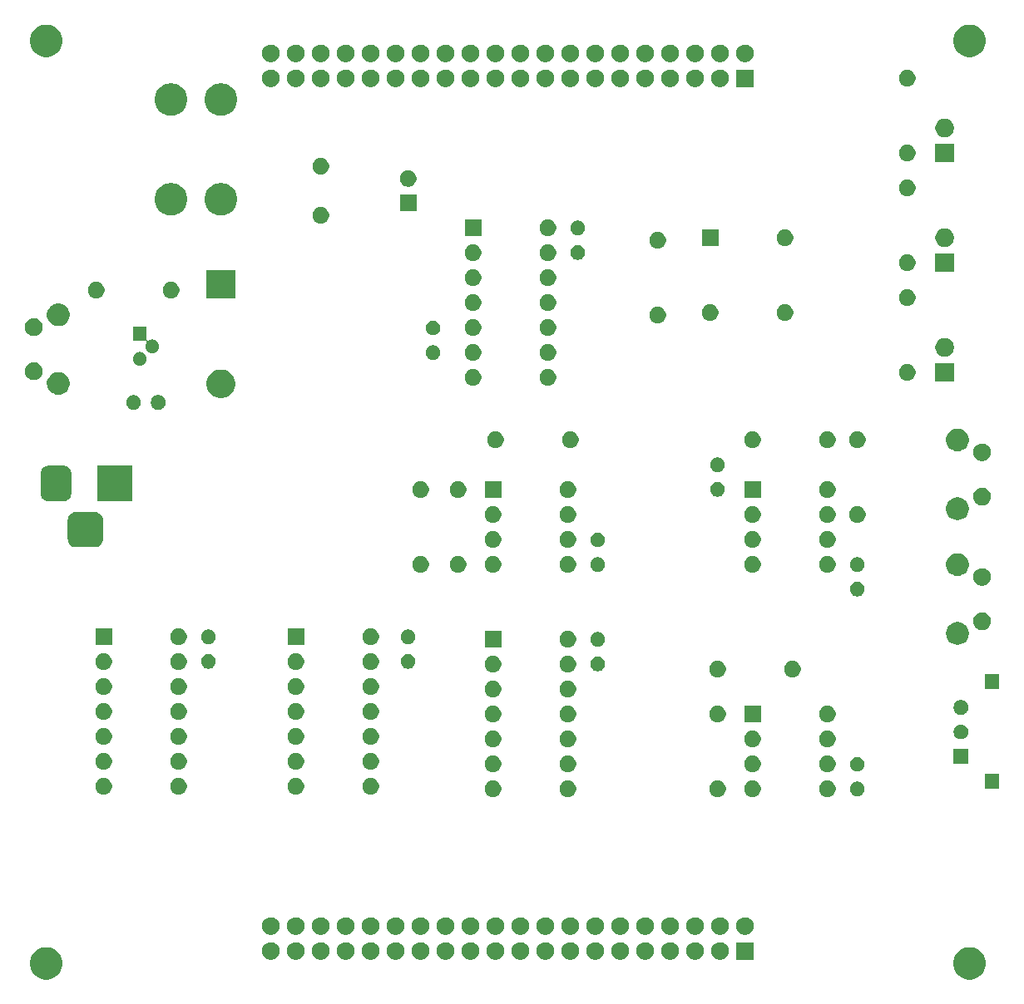
<source format=gts>
G04 #@! TF.GenerationSoftware,KiCad,Pcbnew,(5.1.5-0-10_14)*
G04 #@! TF.CreationDate,2020-04-21T21:14:11+02:00*
G04 #@! TF.ProjectId,Power-Clock,506f7765-722d-4436-9c6f-636b2e6b6963,rev?*
G04 #@! TF.SameCoordinates,Original*
G04 #@! TF.FileFunction,Soldermask,Top*
G04 #@! TF.FilePolarity,Negative*
%FSLAX46Y46*%
G04 Gerber Fmt 4.6, Leading zero omitted, Abs format (unit mm)*
G04 Created by KiCad (PCBNEW (5.1.5-0-10_14)) date 2020-04-21 21:14:11*
%MOMM*%
%LPD*%
G04 APERTURE LIST*
%ADD10C,0.100000*%
G04 APERTURE END LIST*
D10*
X33615000Y-66655000D02*
G75*
G03X33615000Y-66655000I-635000J0D01*
G01*
X33615000Y-59655000D02*
G75*
G03X33615000Y-59655000I-635000J0D01*
G01*
X30924500Y-60905000D02*
G75*
G03X30924500Y-60905000I-444500J0D01*
G01*
X30924500Y-65405000D02*
G75*
G03X30924500Y-65405000I-444500J0D01*
G01*
X125135000Y-72410000D02*
G75*
G03X125135000Y-72410000I-635000J0D01*
G01*
X125135000Y-79410000D02*
G75*
G03X125135000Y-79410000I-635000J0D01*
G01*
X127444500Y-78160000D02*
G75*
G03X127444500Y-78160000I-444500J0D01*
G01*
X127444500Y-73660000D02*
G75*
G03X127444500Y-73660000I-444500J0D01*
G01*
X125135000Y-85110000D02*
G75*
G03X125135000Y-85110000I-635000J0D01*
G01*
X125135000Y-92110000D02*
G75*
G03X125135000Y-92110000I-635000J0D01*
G01*
X127444500Y-90860000D02*
G75*
G03X127444500Y-90860000I-444500J0D01*
G01*
X127444500Y-86360000D02*
G75*
G03X127444500Y-86360000I-444500J0D01*
G01*
G36*
X126105256Y-124121298D02*
G01*
X126211579Y-124142447D01*
X126512042Y-124266903D01*
X126782451Y-124447585D01*
X127012415Y-124677549D01*
X127193097Y-124947958D01*
X127317553Y-125248421D01*
X127381000Y-125567391D01*
X127381000Y-125892609D01*
X127317553Y-126211579D01*
X127193097Y-126512042D01*
X127012415Y-126782451D01*
X126782451Y-127012415D01*
X126512042Y-127193097D01*
X126211579Y-127317553D01*
X126105256Y-127338702D01*
X125892611Y-127381000D01*
X125567389Y-127381000D01*
X125354744Y-127338702D01*
X125248421Y-127317553D01*
X124947958Y-127193097D01*
X124677549Y-127012415D01*
X124447585Y-126782451D01*
X124266903Y-126512042D01*
X124142447Y-126211579D01*
X124079000Y-125892609D01*
X124079000Y-125567391D01*
X124142447Y-125248421D01*
X124266903Y-124947958D01*
X124447585Y-124677549D01*
X124677549Y-124447585D01*
X124947958Y-124266903D01*
X125248421Y-124142447D01*
X125354744Y-124121298D01*
X125567389Y-124079000D01*
X125892611Y-124079000D01*
X126105256Y-124121298D01*
G37*
G36*
X32125256Y-124121298D02*
G01*
X32231579Y-124142447D01*
X32532042Y-124266903D01*
X32802451Y-124447585D01*
X33032415Y-124677549D01*
X33213097Y-124947958D01*
X33337553Y-125248421D01*
X33401000Y-125567391D01*
X33401000Y-125892609D01*
X33337553Y-126211579D01*
X33213097Y-126512042D01*
X33032415Y-126782451D01*
X32802451Y-127012415D01*
X32532042Y-127193097D01*
X32231579Y-127317553D01*
X32125256Y-127338702D01*
X31912611Y-127381000D01*
X31587389Y-127381000D01*
X31374744Y-127338702D01*
X31268421Y-127317553D01*
X30967958Y-127193097D01*
X30697549Y-127012415D01*
X30467585Y-126782451D01*
X30286903Y-126512042D01*
X30162447Y-126211579D01*
X30099000Y-125892609D01*
X30099000Y-125567391D01*
X30162447Y-125248421D01*
X30286903Y-124947958D01*
X30467585Y-124677549D01*
X30697549Y-124447585D01*
X30967958Y-124266903D01*
X31268421Y-124142447D01*
X31374744Y-124121298D01*
X31587389Y-124079000D01*
X31912611Y-124079000D01*
X32125256Y-124121298D01*
G37*
G36*
X97903512Y-123563927D02*
G01*
X98052812Y-123593624D01*
X98216784Y-123661544D01*
X98364354Y-123760147D01*
X98489853Y-123885646D01*
X98588456Y-124033216D01*
X98656376Y-124197188D01*
X98691000Y-124371259D01*
X98691000Y-124548741D01*
X98656376Y-124722812D01*
X98588456Y-124886784D01*
X98489853Y-125034354D01*
X98364354Y-125159853D01*
X98216784Y-125258456D01*
X98052812Y-125326376D01*
X97903512Y-125356073D01*
X97878742Y-125361000D01*
X97701258Y-125361000D01*
X97676488Y-125356073D01*
X97527188Y-125326376D01*
X97363216Y-125258456D01*
X97215646Y-125159853D01*
X97090147Y-125034354D01*
X96991544Y-124886784D01*
X96923624Y-124722812D01*
X96889000Y-124548741D01*
X96889000Y-124371259D01*
X96923624Y-124197188D01*
X96991544Y-124033216D01*
X97090147Y-123885646D01*
X97215646Y-123760147D01*
X97363216Y-123661544D01*
X97527188Y-123593624D01*
X97676488Y-123563927D01*
X97701258Y-123559000D01*
X97878742Y-123559000D01*
X97903512Y-123563927D01*
G37*
G36*
X95363512Y-123563927D02*
G01*
X95512812Y-123593624D01*
X95676784Y-123661544D01*
X95824354Y-123760147D01*
X95949853Y-123885646D01*
X96048456Y-124033216D01*
X96116376Y-124197188D01*
X96151000Y-124371259D01*
X96151000Y-124548741D01*
X96116376Y-124722812D01*
X96048456Y-124886784D01*
X95949853Y-125034354D01*
X95824354Y-125159853D01*
X95676784Y-125258456D01*
X95512812Y-125326376D01*
X95363512Y-125356073D01*
X95338742Y-125361000D01*
X95161258Y-125361000D01*
X95136488Y-125356073D01*
X94987188Y-125326376D01*
X94823216Y-125258456D01*
X94675646Y-125159853D01*
X94550147Y-125034354D01*
X94451544Y-124886784D01*
X94383624Y-124722812D01*
X94349000Y-124548741D01*
X94349000Y-124371259D01*
X94383624Y-124197188D01*
X94451544Y-124033216D01*
X94550147Y-123885646D01*
X94675646Y-123760147D01*
X94823216Y-123661544D01*
X94987188Y-123593624D01*
X95136488Y-123563927D01*
X95161258Y-123559000D01*
X95338742Y-123559000D01*
X95363512Y-123563927D01*
G37*
G36*
X92823512Y-123563927D02*
G01*
X92972812Y-123593624D01*
X93136784Y-123661544D01*
X93284354Y-123760147D01*
X93409853Y-123885646D01*
X93508456Y-124033216D01*
X93576376Y-124197188D01*
X93611000Y-124371259D01*
X93611000Y-124548741D01*
X93576376Y-124722812D01*
X93508456Y-124886784D01*
X93409853Y-125034354D01*
X93284354Y-125159853D01*
X93136784Y-125258456D01*
X92972812Y-125326376D01*
X92823512Y-125356073D01*
X92798742Y-125361000D01*
X92621258Y-125361000D01*
X92596488Y-125356073D01*
X92447188Y-125326376D01*
X92283216Y-125258456D01*
X92135646Y-125159853D01*
X92010147Y-125034354D01*
X91911544Y-124886784D01*
X91843624Y-124722812D01*
X91809000Y-124548741D01*
X91809000Y-124371259D01*
X91843624Y-124197188D01*
X91911544Y-124033216D01*
X92010147Y-123885646D01*
X92135646Y-123760147D01*
X92283216Y-123661544D01*
X92447188Y-123593624D01*
X92596488Y-123563927D01*
X92621258Y-123559000D01*
X92798742Y-123559000D01*
X92823512Y-123563927D01*
G37*
G36*
X90283512Y-123563927D02*
G01*
X90432812Y-123593624D01*
X90596784Y-123661544D01*
X90744354Y-123760147D01*
X90869853Y-123885646D01*
X90968456Y-124033216D01*
X91036376Y-124197188D01*
X91071000Y-124371259D01*
X91071000Y-124548741D01*
X91036376Y-124722812D01*
X90968456Y-124886784D01*
X90869853Y-125034354D01*
X90744354Y-125159853D01*
X90596784Y-125258456D01*
X90432812Y-125326376D01*
X90283512Y-125356073D01*
X90258742Y-125361000D01*
X90081258Y-125361000D01*
X90056488Y-125356073D01*
X89907188Y-125326376D01*
X89743216Y-125258456D01*
X89595646Y-125159853D01*
X89470147Y-125034354D01*
X89371544Y-124886784D01*
X89303624Y-124722812D01*
X89269000Y-124548741D01*
X89269000Y-124371259D01*
X89303624Y-124197188D01*
X89371544Y-124033216D01*
X89470147Y-123885646D01*
X89595646Y-123760147D01*
X89743216Y-123661544D01*
X89907188Y-123593624D01*
X90056488Y-123563927D01*
X90081258Y-123559000D01*
X90258742Y-123559000D01*
X90283512Y-123563927D01*
G37*
G36*
X87743512Y-123563927D02*
G01*
X87892812Y-123593624D01*
X88056784Y-123661544D01*
X88204354Y-123760147D01*
X88329853Y-123885646D01*
X88428456Y-124033216D01*
X88496376Y-124197188D01*
X88531000Y-124371259D01*
X88531000Y-124548741D01*
X88496376Y-124722812D01*
X88428456Y-124886784D01*
X88329853Y-125034354D01*
X88204354Y-125159853D01*
X88056784Y-125258456D01*
X87892812Y-125326376D01*
X87743512Y-125356073D01*
X87718742Y-125361000D01*
X87541258Y-125361000D01*
X87516488Y-125356073D01*
X87367188Y-125326376D01*
X87203216Y-125258456D01*
X87055646Y-125159853D01*
X86930147Y-125034354D01*
X86831544Y-124886784D01*
X86763624Y-124722812D01*
X86729000Y-124548741D01*
X86729000Y-124371259D01*
X86763624Y-124197188D01*
X86831544Y-124033216D01*
X86930147Y-123885646D01*
X87055646Y-123760147D01*
X87203216Y-123661544D01*
X87367188Y-123593624D01*
X87516488Y-123563927D01*
X87541258Y-123559000D01*
X87718742Y-123559000D01*
X87743512Y-123563927D01*
G37*
G36*
X85203512Y-123563927D02*
G01*
X85352812Y-123593624D01*
X85516784Y-123661544D01*
X85664354Y-123760147D01*
X85789853Y-123885646D01*
X85888456Y-124033216D01*
X85956376Y-124197188D01*
X85991000Y-124371259D01*
X85991000Y-124548741D01*
X85956376Y-124722812D01*
X85888456Y-124886784D01*
X85789853Y-125034354D01*
X85664354Y-125159853D01*
X85516784Y-125258456D01*
X85352812Y-125326376D01*
X85203512Y-125356073D01*
X85178742Y-125361000D01*
X85001258Y-125361000D01*
X84976488Y-125356073D01*
X84827188Y-125326376D01*
X84663216Y-125258456D01*
X84515646Y-125159853D01*
X84390147Y-125034354D01*
X84291544Y-124886784D01*
X84223624Y-124722812D01*
X84189000Y-124548741D01*
X84189000Y-124371259D01*
X84223624Y-124197188D01*
X84291544Y-124033216D01*
X84390147Y-123885646D01*
X84515646Y-123760147D01*
X84663216Y-123661544D01*
X84827188Y-123593624D01*
X84976488Y-123563927D01*
X85001258Y-123559000D01*
X85178742Y-123559000D01*
X85203512Y-123563927D01*
G37*
G36*
X82663512Y-123563927D02*
G01*
X82812812Y-123593624D01*
X82976784Y-123661544D01*
X83124354Y-123760147D01*
X83249853Y-123885646D01*
X83348456Y-124033216D01*
X83416376Y-124197188D01*
X83451000Y-124371259D01*
X83451000Y-124548741D01*
X83416376Y-124722812D01*
X83348456Y-124886784D01*
X83249853Y-125034354D01*
X83124354Y-125159853D01*
X82976784Y-125258456D01*
X82812812Y-125326376D01*
X82663512Y-125356073D01*
X82638742Y-125361000D01*
X82461258Y-125361000D01*
X82436488Y-125356073D01*
X82287188Y-125326376D01*
X82123216Y-125258456D01*
X81975646Y-125159853D01*
X81850147Y-125034354D01*
X81751544Y-124886784D01*
X81683624Y-124722812D01*
X81649000Y-124548741D01*
X81649000Y-124371259D01*
X81683624Y-124197188D01*
X81751544Y-124033216D01*
X81850147Y-123885646D01*
X81975646Y-123760147D01*
X82123216Y-123661544D01*
X82287188Y-123593624D01*
X82436488Y-123563927D01*
X82461258Y-123559000D01*
X82638742Y-123559000D01*
X82663512Y-123563927D01*
G37*
G36*
X80123512Y-123563927D02*
G01*
X80272812Y-123593624D01*
X80436784Y-123661544D01*
X80584354Y-123760147D01*
X80709853Y-123885646D01*
X80808456Y-124033216D01*
X80876376Y-124197188D01*
X80911000Y-124371259D01*
X80911000Y-124548741D01*
X80876376Y-124722812D01*
X80808456Y-124886784D01*
X80709853Y-125034354D01*
X80584354Y-125159853D01*
X80436784Y-125258456D01*
X80272812Y-125326376D01*
X80123512Y-125356073D01*
X80098742Y-125361000D01*
X79921258Y-125361000D01*
X79896488Y-125356073D01*
X79747188Y-125326376D01*
X79583216Y-125258456D01*
X79435646Y-125159853D01*
X79310147Y-125034354D01*
X79211544Y-124886784D01*
X79143624Y-124722812D01*
X79109000Y-124548741D01*
X79109000Y-124371259D01*
X79143624Y-124197188D01*
X79211544Y-124033216D01*
X79310147Y-123885646D01*
X79435646Y-123760147D01*
X79583216Y-123661544D01*
X79747188Y-123593624D01*
X79896488Y-123563927D01*
X79921258Y-123559000D01*
X80098742Y-123559000D01*
X80123512Y-123563927D01*
G37*
G36*
X77583512Y-123563927D02*
G01*
X77732812Y-123593624D01*
X77896784Y-123661544D01*
X78044354Y-123760147D01*
X78169853Y-123885646D01*
X78268456Y-124033216D01*
X78336376Y-124197188D01*
X78371000Y-124371259D01*
X78371000Y-124548741D01*
X78336376Y-124722812D01*
X78268456Y-124886784D01*
X78169853Y-125034354D01*
X78044354Y-125159853D01*
X77896784Y-125258456D01*
X77732812Y-125326376D01*
X77583512Y-125356073D01*
X77558742Y-125361000D01*
X77381258Y-125361000D01*
X77356488Y-125356073D01*
X77207188Y-125326376D01*
X77043216Y-125258456D01*
X76895646Y-125159853D01*
X76770147Y-125034354D01*
X76671544Y-124886784D01*
X76603624Y-124722812D01*
X76569000Y-124548741D01*
X76569000Y-124371259D01*
X76603624Y-124197188D01*
X76671544Y-124033216D01*
X76770147Y-123885646D01*
X76895646Y-123760147D01*
X77043216Y-123661544D01*
X77207188Y-123593624D01*
X77356488Y-123563927D01*
X77381258Y-123559000D01*
X77558742Y-123559000D01*
X77583512Y-123563927D01*
G37*
G36*
X75043512Y-123563927D02*
G01*
X75192812Y-123593624D01*
X75356784Y-123661544D01*
X75504354Y-123760147D01*
X75629853Y-123885646D01*
X75728456Y-124033216D01*
X75796376Y-124197188D01*
X75831000Y-124371259D01*
X75831000Y-124548741D01*
X75796376Y-124722812D01*
X75728456Y-124886784D01*
X75629853Y-125034354D01*
X75504354Y-125159853D01*
X75356784Y-125258456D01*
X75192812Y-125326376D01*
X75043512Y-125356073D01*
X75018742Y-125361000D01*
X74841258Y-125361000D01*
X74816488Y-125356073D01*
X74667188Y-125326376D01*
X74503216Y-125258456D01*
X74355646Y-125159853D01*
X74230147Y-125034354D01*
X74131544Y-124886784D01*
X74063624Y-124722812D01*
X74029000Y-124548741D01*
X74029000Y-124371259D01*
X74063624Y-124197188D01*
X74131544Y-124033216D01*
X74230147Y-123885646D01*
X74355646Y-123760147D01*
X74503216Y-123661544D01*
X74667188Y-123593624D01*
X74816488Y-123563927D01*
X74841258Y-123559000D01*
X75018742Y-123559000D01*
X75043512Y-123563927D01*
G37*
G36*
X72503512Y-123563927D02*
G01*
X72652812Y-123593624D01*
X72816784Y-123661544D01*
X72964354Y-123760147D01*
X73089853Y-123885646D01*
X73188456Y-124033216D01*
X73256376Y-124197188D01*
X73291000Y-124371259D01*
X73291000Y-124548741D01*
X73256376Y-124722812D01*
X73188456Y-124886784D01*
X73089853Y-125034354D01*
X72964354Y-125159853D01*
X72816784Y-125258456D01*
X72652812Y-125326376D01*
X72503512Y-125356073D01*
X72478742Y-125361000D01*
X72301258Y-125361000D01*
X72276488Y-125356073D01*
X72127188Y-125326376D01*
X71963216Y-125258456D01*
X71815646Y-125159853D01*
X71690147Y-125034354D01*
X71591544Y-124886784D01*
X71523624Y-124722812D01*
X71489000Y-124548741D01*
X71489000Y-124371259D01*
X71523624Y-124197188D01*
X71591544Y-124033216D01*
X71690147Y-123885646D01*
X71815646Y-123760147D01*
X71963216Y-123661544D01*
X72127188Y-123593624D01*
X72276488Y-123563927D01*
X72301258Y-123559000D01*
X72478742Y-123559000D01*
X72503512Y-123563927D01*
G37*
G36*
X69963512Y-123563927D02*
G01*
X70112812Y-123593624D01*
X70276784Y-123661544D01*
X70424354Y-123760147D01*
X70549853Y-123885646D01*
X70648456Y-124033216D01*
X70716376Y-124197188D01*
X70751000Y-124371259D01*
X70751000Y-124548741D01*
X70716376Y-124722812D01*
X70648456Y-124886784D01*
X70549853Y-125034354D01*
X70424354Y-125159853D01*
X70276784Y-125258456D01*
X70112812Y-125326376D01*
X69963512Y-125356073D01*
X69938742Y-125361000D01*
X69761258Y-125361000D01*
X69736488Y-125356073D01*
X69587188Y-125326376D01*
X69423216Y-125258456D01*
X69275646Y-125159853D01*
X69150147Y-125034354D01*
X69051544Y-124886784D01*
X68983624Y-124722812D01*
X68949000Y-124548741D01*
X68949000Y-124371259D01*
X68983624Y-124197188D01*
X69051544Y-124033216D01*
X69150147Y-123885646D01*
X69275646Y-123760147D01*
X69423216Y-123661544D01*
X69587188Y-123593624D01*
X69736488Y-123563927D01*
X69761258Y-123559000D01*
X69938742Y-123559000D01*
X69963512Y-123563927D01*
G37*
G36*
X67423512Y-123563927D02*
G01*
X67572812Y-123593624D01*
X67736784Y-123661544D01*
X67884354Y-123760147D01*
X68009853Y-123885646D01*
X68108456Y-124033216D01*
X68176376Y-124197188D01*
X68211000Y-124371259D01*
X68211000Y-124548741D01*
X68176376Y-124722812D01*
X68108456Y-124886784D01*
X68009853Y-125034354D01*
X67884354Y-125159853D01*
X67736784Y-125258456D01*
X67572812Y-125326376D01*
X67423512Y-125356073D01*
X67398742Y-125361000D01*
X67221258Y-125361000D01*
X67196488Y-125356073D01*
X67047188Y-125326376D01*
X66883216Y-125258456D01*
X66735646Y-125159853D01*
X66610147Y-125034354D01*
X66511544Y-124886784D01*
X66443624Y-124722812D01*
X66409000Y-124548741D01*
X66409000Y-124371259D01*
X66443624Y-124197188D01*
X66511544Y-124033216D01*
X66610147Y-123885646D01*
X66735646Y-123760147D01*
X66883216Y-123661544D01*
X67047188Y-123593624D01*
X67196488Y-123563927D01*
X67221258Y-123559000D01*
X67398742Y-123559000D01*
X67423512Y-123563927D01*
G37*
G36*
X64883512Y-123563927D02*
G01*
X65032812Y-123593624D01*
X65196784Y-123661544D01*
X65344354Y-123760147D01*
X65469853Y-123885646D01*
X65568456Y-124033216D01*
X65636376Y-124197188D01*
X65671000Y-124371259D01*
X65671000Y-124548741D01*
X65636376Y-124722812D01*
X65568456Y-124886784D01*
X65469853Y-125034354D01*
X65344354Y-125159853D01*
X65196784Y-125258456D01*
X65032812Y-125326376D01*
X64883512Y-125356073D01*
X64858742Y-125361000D01*
X64681258Y-125361000D01*
X64656488Y-125356073D01*
X64507188Y-125326376D01*
X64343216Y-125258456D01*
X64195646Y-125159853D01*
X64070147Y-125034354D01*
X63971544Y-124886784D01*
X63903624Y-124722812D01*
X63869000Y-124548741D01*
X63869000Y-124371259D01*
X63903624Y-124197188D01*
X63971544Y-124033216D01*
X64070147Y-123885646D01*
X64195646Y-123760147D01*
X64343216Y-123661544D01*
X64507188Y-123593624D01*
X64656488Y-123563927D01*
X64681258Y-123559000D01*
X64858742Y-123559000D01*
X64883512Y-123563927D01*
G37*
G36*
X62343512Y-123563927D02*
G01*
X62492812Y-123593624D01*
X62656784Y-123661544D01*
X62804354Y-123760147D01*
X62929853Y-123885646D01*
X63028456Y-124033216D01*
X63096376Y-124197188D01*
X63131000Y-124371259D01*
X63131000Y-124548741D01*
X63096376Y-124722812D01*
X63028456Y-124886784D01*
X62929853Y-125034354D01*
X62804354Y-125159853D01*
X62656784Y-125258456D01*
X62492812Y-125326376D01*
X62343512Y-125356073D01*
X62318742Y-125361000D01*
X62141258Y-125361000D01*
X62116488Y-125356073D01*
X61967188Y-125326376D01*
X61803216Y-125258456D01*
X61655646Y-125159853D01*
X61530147Y-125034354D01*
X61431544Y-124886784D01*
X61363624Y-124722812D01*
X61329000Y-124548741D01*
X61329000Y-124371259D01*
X61363624Y-124197188D01*
X61431544Y-124033216D01*
X61530147Y-123885646D01*
X61655646Y-123760147D01*
X61803216Y-123661544D01*
X61967188Y-123593624D01*
X62116488Y-123563927D01*
X62141258Y-123559000D01*
X62318742Y-123559000D01*
X62343512Y-123563927D01*
G37*
G36*
X59803512Y-123563927D02*
G01*
X59952812Y-123593624D01*
X60116784Y-123661544D01*
X60264354Y-123760147D01*
X60389853Y-123885646D01*
X60488456Y-124033216D01*
X60556376Y-124197188D01*
X60591000Y-124371259D01*
X60591000Y-124548741D01*
X60556376Y-124722812D01*
X60488456Y-124886784D01*
X60389853Y-125034354D01*
X60264354Y-125159853D01*
X60116784Y-125258456D01*
X59952812Y-125326376D01*
X59803512Y-125356073D01*
X59778742Y-125361000D01*
X59601258Y-125361000D01*
X59576488Y-125356073D01*
X59427188Y-125326376D01*
X59263216Y-125258456D01*
X59115646Y-125159853D01*
X58990147Y-125034354D01*
X58891544Y-124886784D01*
X58823624Y-124722812D01*
X58789000Y-124548741D01*
X58789000Y-124371259D01*
X58823624Y-124197188D01*
X58891544Y-124033216D01*
X58990147Y-123885646D01*
X59115646Y-123760147D01*
X59263216Y-123661544D01*
X59427188Y-123593624D01*
X59576488Y-123563927D01*
X59601258Y-123559000D01*
X59778742Y-123559000D01*
X59803512Y-123563927D01*
G37*
G36*
X57263512Y-123563927D02*
G01*
X57412812Y-123593624D01*
X57576784Y-123661544D01*
X57724354Y-123760147D01*
X57849853Y-123885646D01*
X57948456Y-124033216D01*
X58016376Y-124197188D01*
X58051000Y-124371259D01*
X58051000Y-124548741D01*
X58016376Y-124722812D01*
X57948456Y-124886784D01*
X57849853Y-125034354D01*
X57724354Y-125159853D01*
X57576784Y-125258456D01*
X57412812Y-125326376D01*
X57263512Y-125356073D01*
X57238742Y-125361000D01*
X57061258Y-125361000D01*
X57036488Y-125356073D01*
X56887188Y-125326376D01*
X56723216Y-125258456D01*
X56575646Y-125159853D01*
X56450147Y-125034354D01*
X56351544Y-124886784D01*
X56283624Y-124722812D01*
X56249000Y-124548741D01*
X56249000Y-124371259D01*
X56283624Y-124197188D01*
X56351544Y-124033216D01*
X56450147Y-123885646D01*
X56575646Y-123760147D01*
X56723216Y-123661544D01*
X56887188Y-123593624D01*
X57036488Y-123563927D01*
X57061258Y-123559000D01*
X57238742Y-123559000D01*
X57263512Y-123563927D01*
G37*
G36*
X54723512Y-123563927D02*
G01*
X54872812Y-123593624D01*
X55036784Y-123661544D01*
X55184354Y-123760147D01*
X55309853Y-123885646D01*
X55408456Y-124033216D01*
X55476376Y-124197188D01*
X55511000Y-124371259D01*
X55511000Y-124548741D01*
X55476376Y-124722812D01*
X55408456Y-124886784D01*
X55309853Y-125034354D01*
X55184354Y-125159853D01*
X55036784Y-125258456D01*
X54872812Y-125326376D01*
X54723512Y-125356073D01*
X54698742Y-125361000D01*
X54521258Y-125361000D01*
X54496488Y-125356073D01*
X54347188Y-125326376D01*
X54183216Y-125258456D01*
X54035646Y-125159853D01*
X53910147Y-125034354D01*
X53811544Y-124886784D01*
X53743624Y-124722812D01*
X53709000Y-124548741D01*
X53709000Y-124371259D01*
X53743624Y-124197188D01*
X53811544Y-124033216D01*
X53910147Y-123885646D01*
X54035646Y-123760147D01*
X54183216Y-123661544D01*
X54347188Y-123593624D01*
X54496488Y-123563927D01*
X54521258Y-123559000D01*
X54698742Y-123559000D01*
X54723512Y-123563927D01*
G37*
G36*
X100443512Y-123563927D02*
G01*
X100592812Y-123593624D01*
X100756784Y-123661544D01*
X100904354Y-123760147D01*
X101029853Y-123885646D01*
X101128456Y-124033216D01*
X101196376Y-124197188D01*
X101231000Y-124371259D01*
X101231000Y-124548741D01*
X101196376Y-124722812D01*
X101128456Y-124886784D01*
X101029853Y-125034354D01*
X100904354Y-125159853D01*
X100756784Y-125258456D01*
X100592812Y-125326376D01*
X100443512Y-125356073D01*
X100418742Y-125361000D01*
X100241258Y-125361000D01*
X100216488Y-125356073D01*
X100067188Y-125326376D01*
X99903216Y-125258456D01*
X99755646Y-125159853D01*
X99630147Y-125034354D01*
X99531544Y-124886784D01*
X99463624Y-124722812D01*
X99429000Y-124548741D01*
X99429000Y-124371259D01*
X99463624Y-124197188D01*
X99531544Y-124033216D01*
X99630147Y-123885646D01*
X99755646Y-123760147D01*
X99903216Y-123661544D01*
X100067188Y-123593624D01*
X100216488Y-123563927D01*
X100241258Y-123559000D01*
X100418742Y-123559000D01*
X100443512Y-123563927D01*
G37*
G36*
X103771000Y-125361000D02*
G01*
X101969000Y-125361000D01*
X101969000Y-123559000D01*
X103771000Y-123559000D01*
X103771000Y-125361000D01*
G37*
G36*
X100443512Y-121023927D02*
G01*
X100592812Y-121053624D01*
X100756784Y-121121544D01*
X100904354Y-121220147D01*
X101029853Y-121345646D01*
X101128456Y-121493216D01*
X101196376Y-121657188D01*
X101231000Y-121831259D01*
X101231000Y-122008741D01*
X101196376Y-122182812D01*
X101128456Y-122346784D01*
X101029853Y-122494354D01*
X100904354Y-122619853D01*
X100756784Y-122718456D01*
X100592812Y-122786376D01*
X100443512Y-122816073D01*
X100418742Y-122821000D01*
X100241258Y-122821000D01*
X100216488Y-122816073D01*
X100067188Y-122786376D01*
X99903216Y-122718456D01*
X99755646Y-122619853D01*
X99630147Y-122494354D01*
X99531544Y-122346784D01*
X99463624Y-122182812D01*
X99429000Y-122008741D01*
X99429000Y-121831259D01*
X99463624Y-121657188D01*
X99531544Y-121493216D01*
X99630147Y-121345646D01*
X99755646Y-121220147D01*
X99903216Y-121121544D01*
X100067188Y-121053624D01*
X100216488Y-121023927D01*
X100241258Y-121019000D01*
X100418742Y-121019000D01*
X100443512Y-121023927D01*
G37*
G36*
X87743512Y-121023927D02*
G01*
X87892812Y-121053624D01*
X88056784Y-121121544D01*
X88204354Y-121220147D01*
X88329853Y-121345646D01*
X88428456Y-121493216D01*
X88496376Y-121657188D01*
X88531000Y-121831259D01*
X88531000Y-122008741D01*
X88496376Y-122182812D01*
X88428456Y-122346784D01*
X88329853Y-122494354D01*
X88204354Y-122619853D01*
X88056784Y-122718456D01*
X87892812Y-122786376D01*
X87743512Y-122816073D01*
X87718742Y-122821000D01*
X87541258Y-122821000D01*
X87516488Y-122816073D01*
X87367188Y-122786376D01*
X87203216Y-122718456D01*
X87055646Y-122619853D01*
X86930147Y-122494354D01*
X86831544Y-122346784D01*
X86763624Y-122182812D01*
X86729000Y-122008741D01*
X86729000Y-121831259D01*
X86763624Y-121657188D01*
X86831544Y-121493216D01*
X86930147Y-121345646D01*
X87055646Y-121220147D01*
X87203216Y-121121544D01*
X87367188Y-121053624D01*
X87516488Y-121023927D01*
X87541258Y-121019000D01*
X87718742Y-121019000D01*
X87743512Y-121023927D01*
G37*
G36*
X85203512Y-121023927D02*
G01*
X85352812Y-121053624D01*
X85516784Y-121121544D01*
X85664354Y-121220147D01*
X85789853Y-121345646D01*
X85888456Y-121493216D01*
X85956376Y-121657188D01*
X85991000Y-121831259D01*
X85991000Y-122008741D01*
X85956376Y-122182812D01*
X85888456Y-122346784D01*
X85789853Y-122494354D01*
X85664354Y-122619853D01*
X85516784Y-122718456D01*
X85352812Y-122786376D01*
X85203512Y-122816073D01*
X85178742Y-122821000D01*
X85001258Y-122821000D01*
X84976488Y-122816073D01*
X84827188Y-122786376D01*
X84663216Y-122718456D01*
X84515646Y-122619853D01*
X84390147Y-122494354D01*
X84291544Y-122346784D01*
X84223624Y-122182812D01*
X84189000Y-122008741D01*
X84189000Y-121831259D01*
X84223624Y-121657188D01*
X84291544Y-121493216D01*
X84390147Y-121345646D01*
X84515646Y-121220147D01*
X84663216Y-121121544D01*
X84827188Y-121053624D01*
X84976488Y-121023927D01*
X85001258Y-121019000D01*
X85178742Y-121019000D01*
X85203512Y-121023927D01*
G37*
G36*
X82663512Y-121023927D02*
G01*
X82812812Y-121053624D01*
X82976784Y-121121544D01*
X83124354Y-121220147D01*
X83249853Y-121345646D01*
X83348456Y-121493216D01*
X83416376Y-121657188D01*
X83451000Y-121831259D01*
X83451000Y-122008741D01*
X83416376Y-122182812D01*
X83348456Y-122346784D01*
X83249853Y-122494354D01*
X83124354Y-122619853D01*
X82976784Y-122718456D01*
X82812812Y-122786376D01*
X82663512Y-122816073D01*
X82638742Y-122821000D01*
X82461258Y-122821000D01*
X82436488Y-122816073D01*
X82287188Y-122786376D01*
X82123216Y-122718456D01*
X81975646Y-122619853D01*
X81850147Y-122494354D01*
X81751544Y-122346784D01*
X81683624Y-122182812D01*
X81649000Y-122008741D01*
X81649000Y-121831259D01*
X81683624Y-121657188D01*
X81751544Y-121493216D01*
X81850147Y-121345646D01*
X81975646Y-121220147D01*
X82123216Y-121121544D01*
X82287188Y-121053624D01*
X82436488Y-121023927D01*
X82461258Y-121019000D01*
X82638742Y-121019000D01*
X82663512Y-121023927D01*
G37*
G36*
X80123512Y-121023927D02*
G01*
X80272812Y-121053624D01*
X80436784Y-121121544D01*
X80584354Y-121220147D01*
X80709853Y-121345646D01*
X80808456Y-121493216D01*
X80876376Y-121657188D01*
X80911000Y-121831259D01*
X80911000Y-122008741D01*
X80876376Y-122182812D01*
X80808456Y-122346784D01*
X80709853Y-122494354D01*
X80584354Y-122619853D01*
X80436784Y-122718456D01*
X80272812Y-122786376D01*
X80123512Y-122816073D01*
X80098742Y-122821000D01*
X79921258Y-122821000D01*
X79896488Y-122816073D01*
X79747188Y-122786376D01*
X79583216Y-122718456D01*
X79435646Y-122619853D01*
X79310147Y-122494354D01*
X79211544Y-122346784D01*
X79143624Y-122182812D01*
X79109000Y-122008741D01*
X79109000Y-121831259D01*
X79143624Y-121657188D01*
X79211544Y-121493216D01*
X79310147Y-121345646D01*
X79435646Y-121220147D01*
X79583216Y-121121544D01*
X79747188Y-121053624D01*
X79896488Y-121023927D01*
X79921258Y-121019000D01*
X80098742Y-121019000D01*
X80123512Y-121023927D01*
G37*
G36*
X77583512Y-121023927D02*
G01*
X77732812Y-121053624D01*
X77896784Y-121121544D01*
X78044354Y-121220147D01*
X78169853Y-121345646D01*
X78268456Y-121493216D01*
X78336376Y-121657188D01*
X78371000Y-121831259D01*
X78371000Y-122008741D01*
X78336376Y-122182812D01*
X78268456Y-122346784D01*
X78169853Y-122494354D01*
X78044354Y-122619853D01*
X77896784Y-122718456D01*
X77732812Y-122786376D01*
X77583512Y-122816073D01*
X77558742Y-122821000D01*
X77381258Y-122821000D01*
X77356488Y-122816073D01*
X77207188Y-122786376D01*
X77043216Y-122718456D01*
X76895646Y-122619853D01*
X76770147Y-122494354D01*
X76671544Y-122346784D01*
X76603624Y-122182812D01*
X76569000Y-122008741D01*
X76569000Y-121831259D01*
X76603624Y-121657188D01*
X76671544Y-121493216D01*
X76770147Y-121345646D01*
X76895646Y-121220147D01*
X77043216Y-121121544D01*
X77207188Y-121053624D01*
X77356488Y-121023927D01*
X77381258Y-121019000D01*
X77558742Y-121019000D01*
X77583512Y-121023927D01*
G37*
G36*
X75043512Y-121023927D02*
G01*
X75192812Y-121053624D01*
X75356784Y-121121544D01*
X75504354Y-121220147D01*
X75629853Y-121345646D01*
X75728456Y-121493216D01*
X75796376Y-121657188D01*
X75831000Y-121831259D01*
X75831000Y-122008741D01*
X75796376Y-122182812D01*
X75728456Y-122346784D01*
X75629853Y-122494354D01*
X75504354Y-122619853D01*
X75356784Y-122718456D01*
X75192812Y-122786376D01*
X75043512Y-122816073D01*
X75018742Y-122821000D01*
X74841258Y-122821000D01*
X74816488Y-122816073D01*
X74667188Y-122786376D01*
X74503216Y-122718456D01*
X74355646Y-122619853D01*
X74230147Y-122494354D01*
X74131544Y-122346784D01*
X74063624Y-122182812D01*
X74029000Y-122008741D01*
X74029000Y-121831259D01*
X74063624Y-121657188D01*
X74131544Y-121493216D01*
X74230147Y-121345646D01*
X74355646Y-121220147D01*
X74503216Y-121121544D01*
X74667188Y-121053624D01*
X74816488Y-121023927D01*
X74841258Y-121019000D01*
X75018742Y-121019000D01*
X75043512Y-121023927D01*
G37*
G36*
X72503512Y-121023927D02*
G01*
X72652812Y-121053624D01*
X72816784Y-121121544D01*
X72964354Y-121220147D01*
X73089853Y-121345646D01*
X73188456Y-121493216D01*
X73256376Y-121657188D01*
X73291000Y-121831259D01*
X73291000Y-122008741D01*
X73256376Y-122182812D01*
X73188456Y-122346784D01*
X73089853Y-122494354D01*
X72964354Y-122619853D01*
X72816784Y-122718456D01*
X72652812Y-122786376D01*
X72503512Y-122816073D01*
X72478742Y-122821000D01*
X72301258Y-122821000D01*
X72276488Y-122816073D01*
X72127188Y-122786376D01*
X71963216Y-122718456D01*
X71815646Y-122619853D01*
X71690147Y-122494354D01*
X71591544Y-122346784D01*
X71523624Y-122182812D01*
X71489000Y-122008741D01*
X71489000Y-121831259D01*
X71523624Y-121657188D01*
X71591544Y-121493216D01*
X71690147Y-121345646D01*
X71815646Y-121220147D01*
X71963216Y-121121544D01*
X72127188Y-121053624D01*
X72276488Y-121023927D01*
X72301258Y-121019000D01*
X72478742Y-121019000D01*
X72503512Y-121023927D01*
G37*
G36*
X69963512Y-121023927D02*
G01*
X70112812Y-121053624D01*
X70276784Y-121121544D01*
X70424354Y-121220147D01*
X70549853Y-121345646D01*
X70648456Y-121493216D01*
X70716376Y-121657188D01*
X70751000Y-121831259D01*
X70751000Y-122008741D01*
X70716376Y-122182812D01*
X70648456Y-122346784D01*
X70549853Y-122494354D01*
X70424354Y-122619853D01*
X70276784Y-122718456D01*
X70112812Y-122786376D01*
X69963512Y-122816073D01*
X69938742Y-122821000D01*
X69761258Y-122821000D01*
X69736488Y-122816073D01*
X69587188Y-122786376D01*
X69423216Y-122718456D01*
X69275646Y-122619853D01*
X69150147Y-122494354D01*
X69051544Y-122346784D01*
X68983624Y-122182812D01*
X68949000Y-122008741D01*
X68949000Y-121831259D01*
X68983624Y-121657188D01*
X69051544Y-121493216D01*
X69150147Y-121345646D01*
X69275646Y-121220147D01*
X69423216Y-121121544D01*
X69587188Y-121053624D01*
X69736488Y-121023927D01*
X69761258Y-121019000D01*
X69938742Y-121019000D01*
X69963512Y-121023927D01*
G37*
G36*
X67423512Y-121023927D02*
G01*
X67572812Y-121053624D01*
X67736784Y-121121544D01*
X67884354Y-121220147D01*
X68009853Y-121345646D01*
X68108456Y-121493216D01*
X68176376Y-121657188D01*
X68211000Y-121831259D01*
X68211000Y-122008741D01*
X68176376Y-122182812D01*
X68108456Y-122346784D01*
X68009853Y-122494354D01*
X67884354Y-122619853D01*
X67736784Y-122718456D01*
X67572812Y-122786376D01*
X67423512Y-122816073D01*
X67398742Y-122821000D01*
X67221258Y-122821000D01*
X67196488Y-122816073D01*
X67047188Y-122786376D01*
X66883216Y-122718456D01*
X66735646Y-122619853D01*
X66610147Y-122494354D01*
X66511544Y-122346784D01*
X66443624Y-122182812D01*
X66409000Y-122008741D01*
X66409000Y-121831259D01*
X66443624Y-121657188D01*
X66511544Y-121493216D01*
X66610147Y-121345646D01*
X66735646Y-121220147D01*
X66883216Y-121121544D01*
X67047188Y-121053624D01*
X67196488Y-121023927D01*
X67221258Y-121019000D01*
X67398742Y-121019000D01*
X67423512Y-121023927D01*
G37*
G36*
X64883512Y-121023927D02*
G01*
X65032812Y-121053624D01*
X65196784Y-121121544D01*
X65344354Y-121220147D01*
X65469853Y-121345646D01*
X65568456Y-121493216D01*
X65636376Y-121657188D01*
X65671000Y-121831259D01*
X65671000Y-122008741D01*
X65636376Y-122182812D01*
X65568456Y-122346784D01*
X65469853Y-122494354D01*
X65344354Y-122619853D01*
X65196784Y-122718456D01*
X65032812Y-122786376D01*
X64883512Y-122816073D01*
X64858742Y-122821000D01*
X64681258Y-122821000D01*
X64656488Y-122816073D01*
X64507188Y-122786376D01*
X64343216Y-122718456D01*
X64195646Y-122619853D01*
X64070147Y-122494354D01*
X63971544Y-122346784D01*
X63903624Y-122182812D01*
X63869000Y-122008741D01*
X63869000Y-121831259D01*
X63903624Y-121657188D01*
X63971544Y-121493216D01*
X64070147Y-121345646D01*
X64195646Y-121220147D01*
X64343216Y-121121544D01*
X64507188Y-121053624D01*
X64656488Y-121023927D01*
X64681258Y-121019000D01*
X64858742Y-121019000D01*
X64883512Y-121023927D01*
G37*
G36*
X62343512Y-121023927D02*
G01*
X62492812Y-121053624D01*
X62656784Y-121121544D01*
X62804354Y-121220147D01*
X62929853Y-121345646D01*
X63028456Y-121493216D01*
X63096376Y-121657188D01*
X63131000Y-121831259D01*
X63131000Y-122008741D01*
X63096376Y-122182812D01*
X63028456Y-122346784D01*
X62929853Y-122494354D01*
X62804354Y-122619853D01*
X62656784Y-122718456D01*
X62492812Y-122786376D01*
X62343512Y-122816073D01*
X62318742Y-122821000D01*
X62141258Y-122821000D01*
X62116488Y-122816073D01*
X61967188Y-122786376D01*
X61803216Y-122718456D01*
X61655646Y-122619853D01*
X61530147Y-122494354D01*
X61431544Y-122346784D01*
X61363624Y-122182812D01*
X61329000Y-122008741D01*
X61329000Y-121831259D01*
X61363624Y-121657188D01*
X61431544Y-121493216D01*
X61530147Y-121345646D01*
X61655646Y-121220147D01*
X61803216Y-121121544D01*
X61967188Y-121053624D01*
X62116488Y-121023927D01*
X62141258Y-121019000D01*
X62318742Y-121019000D01*
X62343512Y-121023927D01*
G37*
G36*
X59803512Y-121023927D02*
G01*
X59952812Y-121053624D01*
X60116784Y-121121544D01*
X60264354Y-121220147D01*
X60389853Y-121345646D01*
X60488456Y-121493216D01*
X60556376Y-121657188D01*
X60591000Y-121831259D01*
X60591000Y-122008741D01*
X60556376Y-122182812D01*
X60488456Y-122346784D01*
X60389853Y-122494354D01*
X60264354Y-122619853D01*
X60116784Y-122718456D01*
X59952812Y-122786376D01*
X59803512Y-122816073D01*
X59778742Y-122821000D01*
X59601258Y-122821000D01*
X59576488Y-122816073D01*
X59427188Y-122786376D01*
X59263216Y-122718456D01*
X59115646Y-122619853D01*
X58990147Y-122494354D01*
X58891544Y-122346784D01*
X58823624Y-122182812D01*
X58789000Y-122008741D01*
X58789000Y-121831259D01*
X58823624Y-121657188D01*
X58891544Y-121493216D01*
X58990147Y-121345646D01*
X59115646Y-121220147D01*
X59263216Y-121121544D01*
X59427188Y-121053624D01*
X59576488Y-121023927D01*
X59601258Y-121019000D01*
X59778742Y-121019000D01*
X59803512Y-121023927D01*
G37*
G36*
X57263512Y-121023927D02*
G01*
X57412812Y-121053624D01*
X57576784Y-121121544D01*
X57724354Y-121220147D01*
X57849853Y-121345646D01*
X57948456Y-121493216D01*
X58016376Y-121657188D01*
X58051000Y-121831259D01*
X58051000Y-122008741D01*
X58016376Y-122182812D01*
X57948456Y-122346784D01*
X57849853Y-122494354D01*
X57724354Y-122619853D01*
X57576784Y-122718456D01*
X57412812Y-122786376D01*
X57263512Y-122816073D01*
X57238742Y-122821000D01*
X57061258Y-122821000D01*
X57036488Y-122816073D01*
X56887188Y-122786376D01*
X56723216Y-122718456D01*
X56575646Y-122619853D01*
X56450147Y-122494354D01*
X56351544Y-122346784D01*
X56283624Y-122182812D01*
X56249000Y-122008741D01*
X56249000Y-121831259D01*
X56283624Y-121657188D01*
X56351544Y-121493216D01*
X56450147Y-121345646D01*
X56575646Y-121220147D01*
X56723216Y-121121544D01*
X56887188Y-121053624D01*
X57036488Y-121023927D01*
X57061258Y-121019000D01*
X57238742Y-121019000D01*
X57263512Y-121023927D01*
G37*
G36*
X54723512Y-121023927D02*
G01*
X54872812Y-121053624D01*
X55036784Y-121121544D01*
X55184354Y-121220147D01*
X55309853Y-121345646D01*
X55408456Y-121493216D01*
X55476376Y-121657188D01*
X55511000Y-121831259D01*
X55511000Y-122008741D01*
X55476376Y-122182812D01*
X55408456Y-122346784D01*
X55309853Y-122494354D01*
X55184354Y-122619853D01*
X55036784Y-122718456D01*
X54872812Y-122786376D01*
X54723512Y-122816073D01*
X54698742Y-122821000D01*
X54521258Y-122821000D01*
X54496488Y-122816073D01*
X54347188Y-122786376D01*
X54183216Y-122718456D01*
X54035646Y-122619853D01*
X53910147Y-122494354D01*
X53811544Y-122346784D01*
X53743624Y-122182812D01*
X53709000Y-122008741D01*
X53709000Y-121831259D01*
X53743624Y-121657188D01*
X53811544Y-121493216D01*
X53910147Y-121345646D01*
X54035646Y-121220147D01*
X54183216Y-121121544D01*
X54347188Y-121053624D01*
X54496488Y-121023927D01*
X54521258Y-121019000D01*
X54698742Y-121019000D01*
X54723512Y-121023927D01*
G37*
G36*
X90283512Y-121023927D02*
G01*
X90432812Y-121053624D01*
X90596784Y-121121544D01*
X90744354Y-121220147D01*
X90869853Y-121345646D01*
X90968456Y-121493216D01*
X91036376Y-121657188D01*
X91071000Y-121831259D01*
X91071000Y-122008741D01*
X91036376Y-122182812D01*
X90968456Y-122346784D01*
X90869853Y-122494354D01*
X90744354Y-122619853D01*
X90596784Y-122718456D01*
X90432812Y-122786376D01*
X90283512Y-122816073D01*
X90258742Y-122821000D01*
X90081258Y-122821000D01*
X90056488Y-122816073D01*
X89907188Y-122786376D01*
X89743216Y-122718456D01*
X89595646Y-122619853D01*
X89470147Y-122494354D01*
X89371544Y-122346784D01*
X89303624Y-122182812D01*
X89269000Y-122008741D01*
X89269000Y-121831259D01*
X89303624Y-121657188D01*
X89371544Y-121493216D01*
X89470147Y-121345646D01*
X89595646Y-121220147D01*
X89743216Y-121121544D01*
X89907188Y-121053624D01*
X90056488Y-121023927D01*
X90081258Y-121019000D01*
X90258742Y-121019000D01*
X90283512Y-121023927D01*
G37*
G36*
X92823512Y-121023927D02*
G01*
X92972812Y-121053624D01*
X93136784Y-121121544D01*
X93284354Y-121220147D01*
X93409853Y-121345646D01*
X93508456Y-121493216D01*
X93576376Y-121657188D01*
X93611000Y-121831259D01*
X93611000Y-122008741D01*
X93576376Y-122182812D01*
X93508456Y-122346784D01*
X93409853Y-122494354D01*
X93284354Y-122619853D01*
X93136784Y-122718456D01*
X92972812Y-122786376D01*
X92823512Y-122816073D01*
X92798742Y-122821000D01*
X92621258Y-122821000D01*
X92596488Y-122816073D01*
X92447188Y-122786376D01*
X92283216Y-122718456D01*
X92135646Y-122619853D01*
X92010147Y-122494354D01*
X91911544Y-122346784D01*
X91843624Y-122182812D01*
X91809000Y-122008741D01*
X91809000Y-121831259D01*
X91843624Y-121657188D01*
X91911544Y-121493216D01*
X92010147Y-121345646D01*
X92135646Y-121220147D01*
X92283216Y-121121544D01*
X92447188Y-121053624D01*
X92596488Y-121023927D01*
X92621258Y-121019000D01*
X92798742Y-121019000D01*
X92823512Y-121023927D01*
G37*
G36*
X102983512Y-121023927D02*
G01*
X103132812Y-121053624D01*
X103296784Y-121121544D01*
X103444354Y-121220147D01*
X103569853Y-121345646D01*
X103668456Y-121493216D01*
X103736376Y-121657188D01*
X103771000Y-121831259D01*
X103771000Y-122008741D01*
X103736376Y-122182812D01*
X103668456Y-122346784D01*
X103569853Y-122494354D01*
X103444354Y-122619853D01*
X103296784Y-122718456D01*
X103132812Y-122786376D01*
X102983512Y-122816073D01*
X102958742Y-122821000D01*
X102781258Y-122821000D01*
X102756488Y-122816073D01*
X102607188Y-122786376D01*
X102443216Y-122718456D01*
X102295646Y-122619853D01*
X102170147Y-122494354D01*
X102071544Y-122346784D01*
X102003624Y-122182812D01*
X101969000Y-122008741D01*
X101969000Y-121831259D01*
X102003624Y-121657188D01*
X102071544Y-121493216D01*
X102170147Y-121345646D01*
X102295646Y-121220147D01*
X102443216Y-121121544D01*
X102607188Y-121053624D01*
X102756488Y-121023927D01*
X102781258Y-121019000D01*
X102958742Y-121019000D01*
X102983512Y-121023927D01*
G37*
G36*
X97903512Y-121023927D02*
G01*
X98052812Y-121053624D01*
X98216784Y-121121544D01*
X98364354Y-121220147D01*
X98489853Y-121345646D01*
X98588456Y-121493216D01*
X98656376Y-121657188D01*
X98691000Y-121831259D01*
X98691000Y-122008741D01*
X98656376Y-122182812D01*
X98588456Y-122346784D01*
X98489853Y-122494354D01*
X98364354Y-122619853D01*
X98216784Y-122718456D01*
X98052812Y-122786376D01*
X97903512Y-122816073D01*
X97878742Y-122821000D01*
X97701258Y-122821000D01*
X97676488Y-122816073D01*
X97527188Y-122786376D01*
X97363216Y-122718456D01*
X97215646Y-122619853D01*
X97090147Y-122494354D01*
X96991544Y-122346784D01*
X96923624Y-122182812D01*
X96889000Y-122008741D01*
X96889000Y-121831259D01*
X96923624Y-121657188D01*
X96991544Y-121493216D01*
X97090147Y-121345646D01*
X97215646Y-121220147D01*
X97363216Y-121121544D01*
X97527188Y-121053624D01*
X97676488Y-121023927D01*
X97701258Y-121019000D01*
X97878742Y-121019000D01*
X97903512Y-121023927D01*
G37*
G36*
X95363512Y-121023927D02*
G01*
X95512812Y-121053624D01*
X95676784Y-121121544D01*
X95824354Y-121220147D01*
X95949853Y-121345646D01*
X96048456Y-121493216D01*
X96116376Y-121657188D01*
X96151000Y-121831259D01*
X96151000Y-122008741D01*
X96116376Y-122182812D01*
X96048456Y-122346784D01*
X95949853Y-122494354D01*
X95824354Y-122619853D01*
X95676784Y-122718456D01*
X95512812Y-122786376D01*
X95363512Y-122816073D01*
X95338742Y-122821000D01*
X95161258Y-122821000D01*
X95136488Y-122816073D01*
X94987188Y-122786376D01*
X94823216Y-122718456D01*
X94675646Y-122619853D01*
X94550147Y-122494354D01*
X94451544Y-122346784D01*
X94383624Y-122182812D01*
X94349000Y-122008741D01*
X94349000Y-121831259D01*
X94383624Y-121657188D01*
X94451544Y-121493216D01*
X94550147Y-121345646D01*
X94675646Y-121220147D01*
X94823216Y-121121544D01*
X94987188Y-121053624D01*
X95136488Y-121023927D01*
X95161258Y-121019000D01*
X95338742Y-121019000D01*
X95363512Y-121023927D01*
G37*
G36*
X85084228Y-107131703D02*
G01*
X85239100Y-107195853D01*
X85378481Y-107288985D01*
X85497015Y-107407519D01*
X85590147Y-107546900D01*
X85654297Y-107701772D01*
X85687000Y-107866184D01*
X85687000Y-108033816D01*
X85654297Y-108198228D01*
X85590147Y-108353100D01*
X85497015Y-108492481D01*
X85378481Y-108611015D01*
X85239100Y-108704147D01*
X85084228Y-108768297D01*
X84919816Y-108801000D01*
X84752184Y-108801000D01*
X84587772Y-108768297D01*
X84432900Y-108704147D01*
X84293519Y-108611015D01*
X84174985Y-108492481D01*
X84081853Y-108353100D01*
X84017703Y-108198228D01*
X83985000Y-108033816D01*
X83985000Y-107866184D01*
X84017703Y-107701772D01*
X84081853Y-107546900D01*
X84174985Y-107407519D01*
X84293519Y-107288985D01*
X84432900Y-107195853D01*
X84587772Y-107131703D01*
X84752184Y-107099000D01*
X84919816Y-107099000D01*
X85084228Y-107131703D01*
G37*
G36*
X100324228Y-107131703D02*
G01*
X100479100Y-107195853D01*
X100618481Y-107288985D01*
X100737015Y-107407519D01*
X100830147Y-107546900D01*
X100894297Y-107701772D01*
X100927000Y-107866184D01*
X100927000Y-108033816D01*
X100894297Y-108198228D01*
X100830147Y-108353100D01*
X100737015Y-108492481D01*
X100618481Y-108611015D01*
X100479100Y-108704147D01*
X100324228Y-108768297D01*
X100159816Y-108801000D01*
X99992184Y-108801000D01*
X99827772Y-108768297D01*
X99672900Y-108704147D01*
X99533519Y-108611015D01*
X99414985Y-108492481D01*
X99321853Y-108353100D01*
X99257703Y-108198228D01*
X99225000Y-108033816D01*
X99225000Y-107866184D01*
X99257703Y-107701772D01*
X99321853Y-107546900D01*
X99414985Y-107407519D01*
X99533519Y-107288985D01*
X99672900Y-107195853D01*
X99827772Y-107131703D01*
X99992184Y-107099000D01*
X100159816Y-107099000D01*
X100324228Y-107131703D01*
G37*
G36*
X111500228Y-107131703D02*
G01*
X111655100Y-107195853D01*
X111794481Y-107288985D01*
X111913015Y-107407519D01*
X112006147Y-107546900D01*
X112070297Y-107701772D01*
X112103000Y-107866184D01*
X112103000Y-108033816D01*
X112070297Y-108198228D01*
X112006147Y-108353100D01*
X111913015Y-108492481D01*
X111794481Y-108611015D01*
X111655100Y-108704147D01*
X111500228Y-108768297D01*
X111335816Y-108801000D01*
X111168184Y-108801000D01*
X111003772Y-108768297D01*
X110848900Y-108704147D01*
X110709519Y-108611015D01*
X110590985Y-108492481D01*
X110497853Y-108353100D01*
X110433703Y-108198228D01*
X110401000Y-108033816D01*
X110401000Y-107866184D01*
X110433703Y-107701772D01*
X110497853Y-107546900D01*
X110590985Y-107407519D01*
X110709519Y-107288985D01*
X110848900Y-107195853D01*
X111003772Y-107131703D01*
X111168184Y-107099000D01*
X111335816Y-107099000D01*
X111500228Y-107131703D01*
G37*
G36*
X103880228Y-107131703D02*
G01*
X104035100Y-107195853D01*
X104174481Y-107288985D01*
X104293015Y-107407519D01*
X104386147Y-107546900D01*
X104450297Y-107701772D01*
X104483000Y-107866184D01*
X104483000Y-108033816D01*
X104450297Y-108198228D01*
X104386147Y-108353100D01*
X104293015Y-108492481D01*
X104174481Y-108611015D01*
X104035100Y-108704147D01*
X103880228Y-108768297D01*
X103715816Y-108801000D01*
X103548184Y-108801000D01*
X103383772Y-108768297D01*
X103228900Y-108704147D01*
X103089519Y-108611015D01*
X102970985Y-108492481D01*
X102877853Y-108353100D01*
X102813703Y-108198228D01*
X102781000Y-108033816D01*
X102781000Y-107866184D01*
X102813703Y-107701772D01*
X102877853Y-107546900D01*
X102970985Y-107407519D01*
X103089519Y-107288985D01*
X103228900Y-107195853D01*
X103383772Y-107131703D01*
X103548184Y-107099000D01*
X103715816Y-107099000D01*
X103880228Y-107131703D01*
G37*
G36*
X77464228Y-107131703D02*
G01*
X77619100Y-107195853D01*
X77758481Y-107288985D01*
X77877015Y-107407519D01*
X77970147Y-107546900D01*
X78034297Y-107701772D01*
X78067000Y-107866184D01*
X78067000Y-108033816D01*
X78034297Y-108198228D01*
X77970147Y-108353100D01*
X77877015Y-108492481D01*
X77758481Y-108611015D01*
X77619100Y-108704147D01*
X77464228Y-108768297D01*
X77299816Y-108801000D01*
X77132184Y-108801000D01*
X76967772Y-108768297D01*
X76812900Y-108704147D01*
X76673519Y-108611015D01*
X76554985Y-108492481D01*
X76461853Y-108353100D01*
X76397703Y-108198228D01*
X76365000Y-108033816D01*
X76365000Y-107866184D01*
X76397703Y-107701772D01*
X76461853Y-107546900D01*
X76554985Y-107407519D01*
X76673519Y-107288985D01*
X76812900Y-107195853D01*
X76967772Y-107131703D01*
X77132184Y-107099000D01*
X77299816Y-107099000D01*
X77464228Y-107131703D01*
G37*
G36*
X114519059Y-107227860D02*
G01*
X114655732Y-107284472D01*
X114778735Y-107366660D01*
X114883340Y-107471265D01*
X114965528Y-107594268D01*
X114965529Y-107594270D01*
X115022140Y-107730941D01*
X115051000Y-107876032D01*
X115051000Y-108023968D01*
X115022140Y-108169059D01*
X114965528Y-108305732D01*
X114883340Y-108428735D01*
X114778735Y-108533340D01*
X114655732Y-108615528D01*
X114655731Y-108615529D01*
X114655730Y-108615529D01*
X114519059Y-108672140D01*
X114373968Y-108701000D01*
X114226032Y-108701000D01*
X114080941Y-108672140D01*
X113944270Y-108615529D01*
X113944269Y-108615529D01*
X113944268Y-108615528D01*
X113821265Y-108533340D01*
X113716660Y-108428735D01*
X113634472Y-108305732D01*
X113577860Y-108169059D01*
X113549000Y-108023968D01*
X113549000Y-107876032D01*
X113577860Y-107730941D01*
X113634471Y-107594270D01*
X113634472Y-107594268D01*
X113716660Y-107471265D01*
X113821265Y-107366660D01*
X113944268Y-107284472D01*
X114080941Y-107227860D01*
X114226032Y-107199000D01*
X114373968Y-107199000D01*
X114519059Y-107227860D01*
G37*
G36*
X57398228Y-106877703D02*
G01*
X57553100Y-106941853D01*
X57692481Y-107034985D01*
X57811015Y-107153519D01*
X57904147Y-107292900D01*
X57968297Y-107447772D01*
X58001000Y-107612184D01*
X58001000Y-107779816D01*
X57968297Y-107944228D01*
X57904147Y-108099100D01*
X57811015Y-108238481D01*
X57692481Y-108357015D01*
X57553100Y-108450147D01*
X57398228Y-108514297D01*
X57233816Y-108547000D01*
X57066184Y-108547000D01*
X56901772Y-108514297D01*
X56746900Y-108450147D01*
X56607519Y-108357015D01*
X56488985Y-108238481D01*
X56395853Y-108099100D01*
X56331703Y-107944228D01*
X56299000Y-107779816D01*
X56299000Y-107612184D01*
X56331703Y-107447772D01*
X56395853Y-107292900D01*
X56488985Y-107153519D01*
X56607519Y-107034985D01*
X56746900Y-106941853D01*
X56901772Y-106877703D01*
X57066184Y-106845000D01*
X57233816Y-106845000D01*
X57398228Y-106877703D01*
G37*
G36*
X65018228Y-106877703D02*
G01*
X65173100Y-106941853D01*
X65312481Y-107034985D01*
X65431015Y-107153519D01*
X65524147Y-107292900D01*
X65588297Y-107447772D01*
X65621000Y-107612184D01*
X65621000Y-107779816D01*
X65588297Y-107944228D01*
X65524147Y-108099100D01*
X65431015Y-108238481D01*
X65312481Y-108357015D01*
X65173100Y-108450147D01*
X65018228Y-108514297D01*
X64853816Y-108547000D01*
X64686184Y-108547000D01*
X64521772Y-108514297D01*
X64366900Y-108450147D01*
X64227519Y-108357015D01*
X64108985Y-108238481D01*
X64015853Y-108099100D01*
X63951703Y-107944228D01*
X63919000Y-107779816D01*
X63919000Y-107612184D01*
X63951703Y-107447772D01*
X64015853Y-107292900D01*
X64108985Y-107153519D01*
X64227519Y-107034985D01*
X64366900Y-106941853D01*
X64521772Y-106877703D01*
X64686184Y-106845000D01*
X64853816Y-106845000D01*
X65018228Y-106877703D01*
G37*
G36*
X37840228Y-106877703D02*
G01*
X37995100Y-106941853D01*
X38134481Y-107034985D01*
X38253015Y-107153519D01*
X38346147Y-107292900D01*
X38410297Y-107447772D01*
X38443000Y-107612184D01*
X38443000Y-107779816D01*
X38410297Y-107944228D01*
X38346147Y-108099100D01*
X38253015Y-108238481D01*
X38134481Y-108357015D01*
X37995100Y-108450147D01*
X37840228Y-108514297D01*
X37675816Y-108547000D01*
X37508184Y-108547000D01*
X37343772Y-108514297D01*
X37188900Y-108450147D01*
X37049519Y-108357015D01*
X36930985Y-108238481D01*
X36837853Y-108099100D01*
X36773703Y-107944228D01*
X36741000Y-107779816D01*
X36741000Y-107612184D01*
X36773703Y-107447772D01*
X36837853Y-107292900D01*
X36930985Y-107153519D01*
X37049519Y-107034985D01*
X37188900Y-106941853D01*
X37343772Y-106877703D01*
X37508184Y-106845000D01*
X37675816Y-106845000D01*
X37840228Y-106877703D01*
G37*
G36*
X45460228Y-106877703D02*
G01*
X45615100Y-106941853D01*
X45754481Y-107034985D01*
X45873015Y-107153519D01*
X45966147Y-107292900D01*
X46030297Y-107447772D01*
X46063000Y-107612184D01*
X46063000Y-107779816D01*
X46030297Y-107944228D01*
X45966147Y-108099100D01*
X45873015Y-108238481D01*
X45754481Y-108357015D01*
X45615100Y-108450147D01*
X45460228Y-108514297D01*
X45295816Y-108547000D01*
X45128184Y-108547000D01*
X44963772Y-108514297D01*
X44808900Y-108450147D01*
X44669519Y-108357015D01*
X44550985Y-108238481D01*
X44457853Y-108099100D01*
X44393703Y-107944228D01*
X44361000Y-107779816D01*
X44361000Y-107612184D01*
X44393703Y-107447772D01*
X44457853Y-107292900D01*
X44550985Y-107153519D01*
X44669519Y-107034985D01*
X44808900Y-106941853D01*
X44963772Y-106877703D01*
X45128184Y-106845000D01*
X45295816Y-106845000D01*
X45460228Y-106877703D01*
G37*
G36*
X128767000Y-107939000D02*
G01*
X127265000Y-107939000D01*
X127265000Y-106437000D01*
X128767000Y-106437000D01*
X128767000Y-107939000D01*
G37*
G36*
X111500228Y-104591703D02*
G01*
X111655100Y-104655853D01*
X111794481Y-104748985D01*
X111913015Y-104867519D01*
X112006147Y-105006900D01*
X112070297Y-105161772D01*
X112103000Y-105326184D01*
X112103000Y-105493816D01*
X112070297Y-105658228D01*
X112006147Y-105813100D01*
X111913015Y-105952481D01*
X111794481Y-106071015D01*
X111655100Y-106164147D01*
X111500228Y-106228297D01*
X111335816Y-106261000D01*
X111168184Y-106261000D01*
X111003772Y-106228297D01*
X110848900Y-106164147D01*
X110709519Y-106071015D01*
X110590985Y-105952481D01*
X110497853Y-105813100D01*
X110433703Y-105658228D01*
X110401000Y-105493816D01*
X110401000Y-105326184D01*
X110433703Y-105161772D01*
X110497853Y-105006900D01*
X110590985Y-104867519D01*
X110709519Y-104748985D01*
X110848900Y-104655853D01*
X111003772Y-104591703D01*
X111168184Y-104559000D01*
X111335816Y-104559000D01*
X111500228Y-104591703D01*
G37*
G36*
X85084228Y-104591703D02*
G01*
X85239100Y-104655853D01*
X85378481Y-104748985D01*
X85497015Y-104867519D01*
X85590147Y-105006900D01*
X85654297Y-105161772D01*
X85687000Y-105326184D01*
X85687000Y-105493816D01*
X85654297Y-105658228D01*
X85590147Y-105813100D01*
X85497015Y-105952481D01*
X85378481Y-106071015D01*
X85239100Y-106164147D01*
X85084228Y-106228297D01*
X84919816Y-106261000D01*
X84752184Y-106261000D01*
X84587772Y-106228297D01*
X84432900Y-106164147D01*
X84293519Y-106071015D01*
X84174985Y-105952481D01*
X84081853Y-105813100D01*
X84017703Y-105658228D01*
X83985000Y-105493816D01*
X83985000Y-105326184D01*
X84017703Y-105161772D01*
X84081853Y-105006900D01*
X84174985Y-104867519D01*
X84293519Y-104748985D01*
X84432900Y-104655853D01*
X84587772Y-104591703D01*
X84752184Y-104559000D01*
X84919816Y-104559000D01*
X85084228Y-104591703D01*
G37*
G36*
X77464228Y-104591703D02*
G01*
X77619100Y-104655853D01*
X77758481Y-104748985D01*
X77877015Y-104867519D01*
X77970147Y-105006900D01*
X78034297Y-105161772D01*
X78067000Y-105326184D01*
X78067000Y-105493816D01*
X78034297Y-105658228D01*
X77970147Y-105813100D01*
X77877015Y-105952481D01*
X77758481Y-106071015D01*
X77619100Y-106164147D01*
X77464228Y-106228297D01*
X77299816Y-106261000D01*
X77132184Y-106261000D01*
X76967772Y-106228297D01*
X76812900Y-106164147D01*
X76673519Y-106071015D01*
X76554985Y-105952481D01*
X76461853Y-105813100D01*
X76397703Y-105658228D01*
X76365000Y-105493816D01*
X76365000Y-105326184D01*
X76397703Y-105161772D01*
X76461853Y-105006900D01*
X76554985Y-104867519D01*
X76673519Y-104748985D01*
X76812900Y-104655853D01*
X76967772Y-104591703D01*
X77132184Y-104559000D01*
X77299816Y-104559000D01*
X77464228Y-104591703D01*
G37*
G36*
X103880228Y-104591703D02*
G01*
X104035100Y-104655853D01*
X104174481Y-104748985D01*
X104293015Y-104867519D01*
X104386147Y-105006900D01*
X104450297Y-105161772D01*
X104483000Y-105326184D01*
X104483000Y-105493816D01*
X104450297Y-105658228D01*
X104386147Y-105813100D01*
X104293015Y-105952481D01*
X104174481Y-106071015D01*
X104035100Y-106164147D01*
X103880228Y-106228297D01*
X103715816Y-106261000D01*
X103548184Y-106261000D01*
X103383772Y-106228297D01*
X103228900Y-106164147D01*
X103089519Y-106071015D01*
X102970985Y-105952481D01*
X102877853Y-105813100D01*
X102813703Y-105658228D01*
X102781000Y-105493816D01*
X102781000Y-105326184D01*
X102813703Y-105161772D01*
X102877853Y-105006900D01*
X102970985Y-104867519D01*
X103089519Y-104748985D01*
X103228900Y-104655853D01*
X103383772Y-104591703D01*
X103548184Y-104559000D01*
X103715816Y-104559000D01*
X103880228Y-104591703D01*
G37*
G36*
X114519059Y-104727860D02*
G01*
X114655732Y-104784472D01*
X114778735Y-104866660D01*
X114883340Y-104971265D01*
X114965528Y-105094268D01*
X114965529Y-105094270D01*
X115022140Y-105230941D01*
X115051000Y-105376032D01*
X115051000Y-105523968D01*
X115044012Y-105559100D01*
X115022140Y-105669059D01*
X114965528Y-105805732D01*
X114883340Y-105928735D01*
X114778735Y-106033340D01*
X114655732Y-106115528D01*
X114655731Y-106115529D01*
X114655730Y-106115529D01*
X114519059Y-106172140D01*
X114373968Y-106201000D01*
X114226032Y-106201000D01*
X114080941Y-106172140D01*
X113944270Y-106115529D01*
X113944269Y-106115529D01*
X113944268Y-106115528D01*
X113821265Y-106033340D01*
X113716660Y-105928735D01*
X113634472Y-105805732D01*
X113577860Y-105669059D01*
X113555988Y-105559100D01*
X113549000Y-105523968D01*
X113549000Y-105376032D01*
X113577860Y-105230941D01*
X113634471Y-105094270D01*
X113634472Y-105094268D01*
X113716660Y-104971265D01*
X113821265Y-104866660D01*
X113944268Y-104784472D01*
X114080941Y-104727860D01*
X114226032Y-104699000D01*
X114373968Y-104699000D01*
X114519059Y-104727860D01*
G37*
G36*
X37840228Y-104337703D02*
G01*
X37995100Y-104401853D01*
X38134481Y-104494985D01*
X38253015Y-104613519D01*
X38346147Y-104752900D01*
X38410297Y-104907772D01*
X38443000Y-105072184D01*
X38443000Y-105239816D01*
X38410297Y-105404228D01*
X38346147Y-105559100D01*
X38253015Y-105698481D01*
X38134481Y-105817015D01*
X37995100Y-105910147D01*
X37840228Y-105974297D01*
X37675816Y-106007000D01*
X37508184Y-106007000D01*
X37343772Y-105974297D01*
X37188900Y-105910147D01*
X37049519Y-105817015D01*
X36930985Y-105698481D01*
X36837853Y-105559100D01*
X36773703Y-105404228D01*
X36741000Y-105239816D01*
X36741000Y-105072184D01*
X36773703Y-104907772D01*
X36837853Y-104752900D01*
X36930985Y-104613519D01*
X37049519Y-104494985D01*
X37188900Y-104401853D01*
X37343772Y-104337703D01*
X37508184Y-104305000D01*
X37675816Y-104305000D01*
X37840228Y-104337703D01*
G37*
G36*
X45460228Y-104337703D02*
G01*
X45615100Y-104401853D01*
X45754481Y-104494985D01*
X45873015Y-104613519D01*
X45966147Y-104752900D01*
X46030297Y-104907772D01*
X46063000Y-105072184D01*
X46063000Y-105239816D01*
X46030297Y-105404228D01*
X45966147Y-105559100D01*
X45873015Y-105698481D01*
X45754481Y-105817015D01*
X45615100Y-105910147D01*
X45460228Y-105974297D01*
X45295816Y-106007000D01*
X45128184Y-106007000D01*
X44963772Y-105974297D01*
X44808900Y-105910147D01*
X44669519Y-105817015D01*
X44550985Y-105698481D01*
X44457853Y-105559100D01*
X44393703Y-105404228D01*
X44361000Y-105239816D01*
X44361000Y-105072184D01*
X44393703Y-104907772D01*
X44457853Y-104752900D01*
X44550985Y-104613519D01*
X44669519Y-104494985D01*
X44808900Y-104401853D01*
X44963772Y-104337703D01*
X45128184Y-104305000D01*
X45295816Y-104305000D01*
X45460228Y-104337703D01*
G37*
G36*
X65018228Y-104337703D02*
G01*
X65173100Y-104401853D01*
X65312481Y-104494985D01*
X65431015Y-104613519D01*
X65524147Y-104752900D01*
X65588297Y-104907772D01*
X65621000Y-105072184D01*
X65621000Y-105239816D01*
X65588297Y-105404228D01*
X65524147Y-105559100D01*
X65431015Y-105698481D01*
X65312481Y-105817015D01*
X65173100Y-105910147D01*
X65018228Y-105974297D01*
X64853816Y-106007000D01*
X64686184Y-106007000D01*
X64521772Y-105974297D01*
X64366900Y-105910147D01*
X64227519Y-105817015D01*
X64108985Y-105698481D01*
X64015853Y-105559100D01*
X63951703Y-105404228D01*
X63919000Y-105239816D01*
X63919000Y-105072184D01*
X63951703Y-104907772D01*
X64015853Y-104752900D01*
X64108985Y-104613519D01*
X64227519Y-104494985D01*
X64366900Y-104401853D01*
X64521772Y-104337703D01*
X64686184Y-104305000D01*
X64853816Y-104305000D01*
X65018228Y-104337703D01*
G37*
G36*
X57398228Y-104337703D02*
G01*
X57553100Y-104401853D01*
X57692481Y-104494985D01*
X57811015Y-104613519D01*
X57904147Y-104752900D01*
X57968297Y-104907772D01*
X58001000Y-105072184D01*
X58001000Y-105239816D01*
X57968297Y-105404228D01*
X57904147Y-105559100D01*
X57811015Y-105698481D01*
X57692481Y-105817015D01*
X57553100Y-105910147D01*
X57398228Y-105974297D01*
X57233816Y-106007000D01*
X57066184Y-106007000D01*
X56901772Y-105974297D01*
X56746900Y-105910147D01*
X56607519Y-105817015D01*
X56488985Y-105698481D01*
X56395853Y-105559100D01*
X56331703Y-105404228D01*
X56299000Y-105239816D01*
X56299000Y-105072184D01*
X56331703Y-104907772D01*
X56395853Y-104752900D01*
X56488985Y-104613519D01*
X56607519Y-104494985D01*
X56746900Y-104401853D01*
X56901772Y-104337703D01*
X57066184Y-104305000D01*
X57233816Y-104305000D01*
X57398228Y-104337703D01*
G37*
G36*
X125592000Y-105399000D02*
G01*
X124090000Y-105399000D01*
X124090000Y-103897000D01*
X125592000Y-103897000D01*
X125592000Y-105399000D01*
G37*
G36*
X111500228Y-102051703D02*
G01*
X111655100Y-102115853D01*
X111794481Y-102208985D01*
X111913015Y-102327519D01*
X112006147Y-102466900D01*
X112070297Y-102621772D01*
X112103000Y-102786184D01*
X112103000Y-102953816D01*
X112070297Y-103118228D01*
X112006147Y-103273100D01*
X111913015Y-103412481D01*
X111794481Y-103531015D01*
X111655100Y-103624147D01*
X111500228Y-103688297D01*
X111335816Y-103721000D01*
X111168184Y-103721000D01*
X111003772Y-103688297D01*
X110848900Y-103624147D01*
X110709519Y-103531015D01*
X110590985Y-103412481D01*
X110497853Y-103273100D01*
X110433703Y-103118228D01*
X110401000Y-102953816D01*
X110401000Y-102786184D01*
X110433703Y-102621772D01*
X110497853Y-102466900D01*
X110590985Y-102327519D01*
X110709519Y-102208985D01*
X110848900Y-102115853D01*
X111003772Y-102051703D01*
X111168184Y-102019000D01*
X111335816Y-102019000D01*
X111500228Y-102051703D01*
G37*
G36*
X103880228Y-102051703D02*
G01*
X104035100Y-102115853D01*
X104174481Y-102208985D01*
X104293015Y-102327519D01*
X104386147Y-102466900D01*
X104450297Y-102621772D01*
X104483000Y-102786184D01*
X104483000Y-102953816D01*
X104450297Y-103118228D01*
X104386147Y-103273100D01*
X104293015Y-103412481D01*
X104174481Y-103531015D01*
X104035100Y-103624147D01*
X103880228Y-103688297D01*
X103715816Y-103721000D01*
X103548184Y-103721000D01*
X103383772Y-103688297D01*
X103228900Y-103624147D01*
X103089519Y-103531015D01*
X102970985Y-103412481D01*
X102877853Y-103273100D01*
X102813703Y-103118228D01*
X102781000Y-102953816D01*
X102781000Y-102786184D01*
X102813703Y-102621772D01*
X102877853Y-102466900D01*
X102970985Y-102327519D01*
X103089519Y-102208985D01*
X103228900Y-102115853D01*
X103383772Y-102051703D01*
X103548184Y-102019000D01*
X103715816Y-102019000D01*
X103880228Y-102051703D01*
G37*
G36*
X77464228Y-102051703D02*
G01*
X77619100Y-102115853D01*
X77758481Y-102208985D01*
X77877015Y-102327519D01*
X77970147Y-102466900D01*
X78034297Y-102621772D01*
X78067000Y-102786184D01*
X78067000Y-102953816D01*
X78034297Y-103118228D01*
X77970147Y-103273100D01*
X77877015Y-103412481D01*
X77758481Y-103531015D01*
X77619100Y-103624147D01*
X77464228Y-103688297D01*
X77299816Y-103721000D01*
X77132184Y-103721000D01*
X76967772Y-103688297D01*
X76812900Y-103624147D01*
X76673519Y-103531015D01*
X76554985Y-103412481D01*
X76461853Y-103273100D01*
X76397703Y-103118228D01*
X76365000Y-102953816D01*
X76365000Y-102786184D01*
X76397703Y-102621772D01*
X76461853Y-102466900D01*
X76554985Y-102327519D01*
X76673519Y-102208985D01*
X76812900Y-102115853D01*
X76967772Y-102051703D01*
X77132184Y-102019000D01*
X77299816Y-102019000D01*
X77464228Y-102051703D01*
G37*
G36*
X85084228Y-102051703D02*
G01*
X85239100Y-102115853D01*
X85378481Y-102208985D01*
X85497015Y-102327519D01*
X85590147Y-102466900D01*
X85654297Y-102621772D01*
X85687000Y-102786184D01*
X85687000Y-102953816D01*
X85654297Y-103118228D01*
X85590147Y-103273100D01*
X85497015Y-103412481D01*
X85378481Y-103531015D01*
X85239100Y-103624147D01*
X85084228Y-103688297D01*
X84919816Y-103721000D01*
X84752184Y-103721000D01*
X84587772Y-103688297D01*
X84432900Y-103624147D01*
X84293519Y-103531015D01*
X84174985Y-103412481D01*
X84081853Y-103273100D01*
X84017703Y-103118228D01*
X83985000Y-102953816D01*
X83985000Y-102786184D01*
X84017703Y-102621772D01*
X84081853Y-102466900D01*
X84174985Y-102327519D01*
X84293519Y-102208985D01*
X84432900Y-102115853D01*
X84587772Y-102051703D01*
X84752184Y-102019000D01*
X84919816Y-102019000D01*
X85084228Y-102051703D01*
G37*
G36*
X65018228Y-101797703D02*
G01*
X65173100Y-101861853D01*
X65312481Y-101954985D01*
X65431015Y-102073519D01*
X65524147Y-102212900D01*
X65588297Y-102367772D01*
X65621000Y-102532184D01*
X65621000Y-102699816D01*
X65588297Y-102864228D01*
X65524147Y-103019100D01*
X65431015Y-103158481D01*
X65312481Y-103277015D01*
X65173100Y-103370147D01*
X65018228Y-103434297D01*
X64853816Y-103467000D01*
X64686184Y-103467000D01*
X64521772Y-103434297D01*
X64366900Y-103370147D01*
X64227519Y-103277015D01*
X64108985Y-103158481D01*
X64015853Y-103019100D01*
X63951703Y-102864228D01*
X63919000Y-102699816D01*
X63919000Y-102532184D01*
X63951703Y-102367772D01*
X64015853Y-102212900D01*
X64108985Y-102073519D01*
X64227519Y-101954985D01*
X64366900Y-101861853D01*
X64521772Y-101797703D01*
X64686184Y-101765000D01*
X64853816Y-101765000D01*
X65018228Y-101797703D01*
G37*
G36*
X57398228Y-101797703D02*
G01*
X57553100Y-101861853D01*
X57692481Y-101954985D01*
X57811015Y-102073519D01*
X57904147Y-102212900D01*
X57968297Y-102367772D01*
X58001000Y-102532184D01*
X58001000Y-102699816D01*
X57968297Y-102864228D01*
X57904147Y-103019100D01*
X57811015Y-103158481D01*
X57692481Y-103277015D01*
X57553100Y-103370147D01*
X57398228Y-103434297D01*
X57233816Y-103467000D01*
X57066184Y-103467000D01*
X56901772Y-103434297D01*
X56746900Y-103370147D01*
X56607519Y-103277015D01*
X56488985Y-103158481D01*
X56395853Y-103019100D01*
X56331703Y-102864228D01*
X56299000Y-102699816D01*
X56299000Y-102532184D01*
X56331703Y-102367772D01*
X56395853Y-102212900D01*
X56488985Y-102073519D01*
X56607519Y-101954985D01*
X56746900Y-101861853D01*
X56901772Y-101797703D01*
X57066184Y-101765000D01*
X57233816Y-101765000D01*
X57398228Y-101797703D01*
G37*
G36*
X45460228Y-101797703D02*
G01*
X45615100Y-101861853D01*
X45754481Y-101954985D01*
X45873015Y-102073519D01*
X45966147Y-102212900D01*
X46030297Y-102367772D01*
X46063000Y-102532184D01*
X46063000Y-102699816D01*
X46030297Y-102864228D01*
X45966147Y-103019100D01*
X45873015Y-103158481D01*
X45754481Y-103277015D01*
X45615100Y-103370147D01*
X45460228Y-103434297D01*
X45295816Y-103467000D01*
X45128184Y-103467000D01*
X44963772Y-103434297D01*
X44808900Y-103370147D01*
X44669519Y-103277015D01*
X44550985Y-103158481D01*
X44457853Y-103019100D01*
X44393703Y-102864228D01*
X44361000Y-102699816D01*
X44361000Y-102532184D01*
X44393703Y-102367772D01*
X44457853Y-102212900D01*
X44550985Y-102073519D01*
X44669519Y-101954985D01*
X44808900Y-101861853D01*
X44963772Y-101797703D01*
X45128184Y-101765000D01*
X45295816Y-101765000D01*
X45460228Y-101797703D01*
G37*
G36*
X37840228Y-101797703D02*
G01*
X37995100Y-101861853D01*
X38134481Y-101954985D01*
X38253015Y-102073519D01*
X38346147Y-102212900D01*
X38410297Y-102367772D01*
X38443000Y-102532184D01*
X38443000Y-102699816D01*
X38410297Y-102864228D01*
X38346147Y-103019100D01*
X38253015Y-103158481D01*
X38134481Y-103277015D01*
X37995100Y-103370147D01*
X37840228Y-103434297D01*
X37675816Y-103467000D01*
X37508184Y-103467000D01*
X37343772Y-103434297D01*
X37188900Y-103370147D01*
X37049519Y-103277015D01*
X36930985Y-103158481D01*
X36837853Y-103019100D01*
X36773703Y-102864228D01*
X36741000Y-102699816D01*
X36741000Y-102532184D01*
X36773703Y-102367772D01*
X36837853Y-102212900D01*
X36930985Y-102073519D01*
X37049519Y-101954985D01*
X37188900Y-101861853D01*
X37343772Y-101797703D01*
X37508184Y-101765000D01*
X37675816Y-101765000D01*
X37840228Y-101797703D01*
G37*
G36*
X125060059Y-101425860D02*
G01*
X125196732Y-101482472D01*
X125319735Y-101564660D01*
X125424340Y-101669265D01*
X125424341Y-101669267D01*
X125506529Y-101792270D01*
X125563140Y-101928941D01*
X125587559Y-102051703D01*
X125592000Y-102074033D01*
X125592000Y-102221967D01*
X125563140Y-102367059D01*
X125506528Y-102503732D01*
X125424340Y-102626735D01*
X125319735Y-102731340D01*
X125196732Y-102813528D01*
X125196731Y-102813529D01*
X125196730Y-102813529D01*
X125060059Y-102870140D01*
X124914968Y-102899000D01*
X124767032Y-102899000D01*
X124621941Y-102870140D01*
X124485270Y-102813529D01*
X124485269Y-102813529D01*
X124485268Y-102813528D01*
X124362265Y-102731340D01*
X124257660Y-102626735D01*
X124175472Y-102503732D01*
X124118860Y-102367059D01*
X124090000Y-102221967D01*
X124090000Y-102074033D01*
X124094442Y-102051703D01*
X124118860Y-101928941D01*
X124175471Y-101792270D01*
X124257659Y-101669267D01*
X124257660Y-101669265D01*
X124362265Y-101564660D01*
X124485268Y-101482472D01*
X124621941Y-101425860D01*
X124767032Y-101397000D01*
X124914968Y-101397000D01*
X125060059Y-101425860D01*
G37*
G36*
X111500228Y-99511703D02*
G01*
X111655100Y-99575853D01*
X111794481Y-99668985D01*
X111913015Y-99787519D01*
X112006147Y-99926900D01*
X112070297Y-100081772D01*
X112103000Y-100246184D01*
X112103000Y-100413816D01*
X112070297Y-100578228D01*
X112006147Y-100733100D01*
X111913015Y-100872481D01*
X111794481Y-100991015D01*
X111655100Y-101084147D01*
X111500228Y-101148297D01*
X111335816Y-101181000D01*
X111168184Y-101181000D01*
X111003772Y-101148297D01*
X110848900Y-101084147D01*
X110709519Y-100991015D01*
X110590985Y-100872481D01*
X110497853Y-100733100D01*
X110433703Y-100578228D01*
X110401000Y-100413816D01*
X110401000Y-100246184D01*
X110433703Y-100081772D01*
X110497853Y-99926900D01*
X110590985Y-99787519D01*
X110709519Y-99668985D01*
X110848900Y-99575853D01*
X111003772Y-99511703D01*
X111168184Y-99479000D01*
X111335816Y-99479000D01*
X111500228Y-99511703D01*
G37*
G36*
X100324228Y-99511703D02*
G01*
X100479100Y-99575853D01*
X100618481Y-99668985D01*
X100737015Y-99787519D01*
X100830147Y-99926900D01*
X100894297Y-100081772D01*
X100927000Y-100246184D01*
X100927000Y-100413816D01*
X100894297Y-100578228D01*
X100830147Y-100733100D01*
X100737015Y-100872481D01*
X100618481Y-100991015D01*
X100479100Y-101084147D01*
X100324228Y-101148297D01*
X100159816Y-101181000D01*
X99992184Y-101181000D01*
X99827772Y-101148297D01*
X99672900Y-101084147D01*
X99533519Y-100991015D01*
X99414985Y-100872481D01*
X99321853Y-100733100D01*
X99257703Y-100578228D01*
X99225000Y-100413816D01*
X99225000Y-100246184D01*
X99257703Y-100081772D01*
X99321853Y-99926900D01*
X99414985Y-99787519D01*
X99533519Y-99668985D01*
X99672900Y-99575853D01*
X99827772Y-99511703D01*
X99992184Y-99479000D01*
X100159816Y-99479000D01*
X100324228Y-99511703D01*
G37*
G36*
X77464228Y-99511703D02*
G01*
X77619100Y-99575853D01*
X77758481Y-99668985D01*
X77877015Y-99787519D01*
X77970147Y-99926900D01*
X78034297Y-100081772D01*
X78067000Y-100246184D01*
X78067000Y-100413816D01*
X78034297Y-100578228D01*
X77970147Y-100733100D01*
X77877015Y-100872481D01*
X77758481Y-100991015D01*
X77619100Y-101084147D01*
X77464228Y-101148297D01*
X77299816Y-101181000D01*
X77132184Y-101181000D01*
X76967772Y-101148297D01*
X76812900Y-101084147D01*
X76673519Y-100991015D01*
X76554985Y-100872481D01*
X76461853Y-100733100D01*
X76397703Y-100578228D01*
X76365000Y-100413816D01*
X76365000Y-100246184D01*
X76397703Y-100081772D01*
X76461853Y-99926900D01*
X76554985Y-99787519D01*
X76673519Y-99668985D01*
X76812900Y-99575853D01*
X76967772Y-99511703D01*
X77132184Y-99479000D01*
X77299816Y-99479000D01*
X77464228Y-99511703D01*
G37*
G36*
X104483000Y-101181000D02*
G01*
X102781000Y-101181000D01*
X102781000Y-99479000D01*
X104483000Y-99479000D01*
X104483000Y-101181000D01*
G37*
G36*
X85084228Y-99511703D02*
G01*
X85239100Y-99575853D01*
X85378481Y-99668985D01*
X85497015Y-99787519D01*
X85590147Y-99926900D01*
X85654297Y-100081772D01*
X85687000Y-100246184D01*
X85687000Y-100413816D01*
X85654297Y-100578228D01*
X85590147Y-100733100D01*
X85497015Y-100872481D01*
X85378481Y-100991015D01*
X85239100Y-101084147D01*
X85084228Y-101148297D01*
X84919816Y-101181000D01*
X84752184Y-101181000D01*
X84587772Y-101148297D01*
X84432900Y-101084147D01*
X84293519Y-100991015D01*
X84174985Y-100872481D01*
X84081853Y-100733100D01*
X84017703Y-100578228D01*
X83985000Y-100413816D01*
X83985000Y-100246184D01*
X84017703Y-100081772D01*
X84081853Y-99926900D01*
X84174985Y-99787519D01*
X84293519Y-99668985D01*
X84432900Y-99575853D01*
X84587772Y-99511703D01*
X84752184Y-99479000D01*
X84919816Y-99479000D01*
X85084228Y-99511703D01*
G37*
G36*
X45460228Y-99257703D02*
G01*
X45615100Y-99321853D01*
X45754481Y-99414985D01*
X45873015Y-99533519D01*
X45966147Y-99672900D01*
X46030297Y-99827772D01*
X46063000Y-99992184D01*
X46063000Y-100159816D01*
X46030297Y-100324228D01*
X45966147Y-100479100D01*
X45873015Y-100618481D01*
X45754481Y-100737015D01*
X45615100Y-100830147D01*
X45460228Y-100894297D01*
X45295816Y-100927000D01*
X45128184Y-100927000D01*
X44963772Y-100894297D01*
X44808900Y-100830147D01*
X44669519Y-100737015D01*
X44550985Y-100618481D01*
X44457853Y-100479100D01*
X44393703Y-100324228D01*
X44361000Y-100159816D01*
X44361000Y-99992184D01*
X44393703Y-99827772D01*
X44457853Y-99672900D01*
X44550985Y-99533519D01*
X44669519Y-99414985D01*
X44808900Y-99321853D01*
X44963772Y-99257703D01*
X45128184Y-99225000D01*
X45295816Y-99225000D01*
X45460228Y-99257703D01*
G37*
G36*
X37840228Y-99257703D02*
G01*
X37995100Y-99321853D01*
X38134481Y-99414985D01*
X38253015Y-99533519D01*
X38346147Y-99672900D01*
X38410297Y-99827772D01*
X38443000Y-99992184D01*
X38443000Y-100159816D01*
X38410297Y-100324228D01*
X38346147Y-100479100D01*
X38253015Y-100618481D01*
X38134481Y-100737015D01*
X37995100Y-100830147D01*
X37840228Y-100894297D01*
X37675816Y-100927000D01*
X37508184Y-100927000D01*
X37343772Y-100894297D01*
X37188900Y-100830147D01*
X37049519Y-100737015D01*
X36930985Y-100618481D01*
X36837853Y-100479100D01*
X36773703Y-100324228D01*
X36741000Y-100159816D01*
X36741000Y-99992184D01*
X36773703Y-99827772D01*
X36837853Y-99672900D01*
X36930985Y-99533519D01*
X37049519Y-99414985D01*
X37188900Y-99321853D01*
X37343772Y-99257703D01*
X37508184Y-99225000D01*
X37675816Y-99225000D01*
X37840228Y-99257703D01*
G37*
G36*
X57398228Y-99257703D02*
G01*
X57553100Y-99321853D01*
X57692481Y-99414985D01*
X57811015Y-99533519D01*
X57904147Y-99672900D01*
X57968297Y-99827772D01*
X58001000Y-99992184D01*
X58001000Y-100159816D01*
X57968297Y-100324228D01*
X57904147Y-100479100D01*
X57811015Y-100618481D01*
X57692481Y-100737015D01*
X57553100Y-100830147D01*
X57398228Y-100894297D01*
X57233816Y-100927000D01*
X57066184Y-100927000D01*
X56901772Y-100894297D01*
X56746900Y-100830147D01*
X56607519Y-100737015D01*
X56488985Y-100618481D01*
X56395853Y-100479100D01*
X56331703Y-100324228D01*
X56299000Y-100159816D01*
X56299000Y-99992184D01*
X56331703Y-99827772D01*
X56395853Y-99672900D01*
X56488985Y-99533519D01*
X56607519Y-99414985D01*
X56746900Y-99321853D01*
X56901772Y-99257703D01*
X57066184Y-99225000D01*
X57233816Y-99225000D01*
X57398228Y-99257703D01*
G37*
G36*
X65018228Y-99257703D02*
G01*
X65173100Y-99321853D01*
X65312481Y-99414985D01*
X65431015Y-99533519D01*
X65524147Y-99672900D01*
X65588297Y-99827772D01*
X65621000Y-99992184D01*
X65621000Y-100159816D01*
X65588297Y-100324228D01*
X65524147Y-100479100D01*
X65431015Y-100618481D01*
X65312481Y-100737015D01*
X65173100Y-100830147D01*
X65018228Y-100894297D01*
X64853816Y-100927000D01*
X64686184Y-100927000D01*
X64521772Y-100894297D01*
X64366900Y-100830147D01*
X64227519Y-100737015D01*
X64108985Y-100618481D01*
X64015853Y-100479100D01*
X63951703Y-100324228D01*
X63919000Y-100159816D01*
X63919000Y-99992184D01*
X63951703Y-99827772D01*
X64015853Y-99672900D01*
X64108985Y-99533519D01*
X64227519Y-99414985D01*
X64366900Y-99321853D01*
X64521772Y-99257703D01*
X64686184Y-99225000D01*
X64853816Y-99225000D01*
X65018228Y-99257703D01*
G37*
G36*
X125060059Y-98925860D02*
G01*
X125196732Y-98982472D01*
X125319735Y-99064660D01*
X125424340Y-99169265D01*
X125506528Y-99292268D01*
X125506529Y-99292270D01*
X125563140Y-99428941D01*
X125592000Y-99574032D01*
X125592000Y-99721968D01*
X125563140Y-99867059D01*
X125511312Y-99992184D01*
X125506528Y-100003732D01*
X125424340Y-100126735D01*
X125319735Y-100231340D01*
X125196732Y-100313528D01*
X125196731Y-100313529D01*
X125196730Y-100313529D01*
X125060059Y-100370140D01*
X124914968Y-100399000D01*
X124767032Y-100399000D01*
X124621941Y-100370140D01*
X124485270Y-100313529D01*
X124485269Y-100313529D01*
X124485268Y-100313528D01*
X124362265Y-100231340D01*
X124257660Y-100126735D01*
X124175472Y-100003732D01*
X124170689Y-99992184D01*
X124118860Y-99867059D01*
X124090000Y-99721968D01*
X124090000Y-99574032D01*
X124118860Y-99428941D01*
X124175471Y-99292270D01*
X124175472Y-99292268D01*
X124257660Y-99169265D01*
X124362265Y-99064660D01*
X124485268Y-98982472D01*
X124621941Y-98925860D01*
X124767032Y-98897000D01*
X124914968Y-98897000D01*
X125060059Y-98925860D01*
G37*
G36*
X85084228Y-96971703D02*
G01*
X85239100Y-97035853D01*
X85378481Y-97128985D01*
X85497015Y-97247519D01*
X85590147Y-97386900D01*
X85654297Y-97541772D01*
X85687000Y-97706184D01*
X85687000Y-97873816D01*
X85654297Y-98038228D01*
X85590147Y-98193100D01*
X85497015Y-98332481D01*
X85378481Y-98451015D01*
X85239100Y-98544147D01*
X85084228Y-98608297D01*
X84919816Y-98641000D01*
X84752184Y-98641000D01*
X84587772Y-98608297D01*
X84432900Y-98544147D01*
X84293519Y-98451015D01*
X84174985Y-98332481D01*
X84081853Y-98193100D01*
X84017703Y-98038228D01*
X83985000Y-97873816D01*
X83985000Y-97706184D01*
X84017703Y-97541772D01*
X84081853Y-97386900D01*
X84174985Y-97247519D01*
X84293519Y-97128985D01*
X84432900Y-97035853D01*
X84587772Y-96971703D01*
X84752184Y-96939000D01*
X84919816Y-96939000D01*
X85084228Y-96971703D01*
G37*
G36*
X77464228Y-96971703D02*
G01*
X77619100Y-97035853D01*
X77758481Y-97128985D01*
X77877015Y-97247519D01*
X77970147Y-97386900D01*
X78034297Y-97541772D01*
X78067000Y-97706184D01*
X78067000Y-97873816D01*
X78034297Y-98038228D01*
X77970147Y-98193100D01*
X77877015Y-98332481D01*
X77758481Y-98451015D01*
X77619100Y-98544147D01*
X77464228Y-98608297D01*
X77299816Y-98641000D01*
X77132184Y-98641000D01*
X76967772Y-98608297D01*
X76812900Y-98544147D01*
X76673519Y-98451015D01*
X76554985Y-98332481D01*
X76461853Y-98193100D01*
X76397703Y-98038228D01*
X76365000Y-97873816D01*
X76365000Y-97706184D01*
X76397703Y-97541772D01*
X76461853Y-97386900D01*
X76554985Y-97247519D01*
X76673519Y-97128985D01*
X76812900Y-97035853D01*
X76967772Y-96971703D01*
X77132184Y-96939000D01*
X77299816Y-96939000D01*
X77464228Y-96971703D01*
G37*
G36*
X57398228Y-96717703D02*
G01*
X57553100Y-96781853D01*
X57692481Y-96874985D01*
X57811015Y-96993519D01*
X57904147Y-97132900D01*
X57968297Y-97287772D01*
X58001000Y-97452184D01*
X58001000Y-97619816D01*
X57968297Y-97784228D01*
X57904147Y-97939100D01*
X57811015Y-98078481D01*
X57692481Y-98197015D01*
X57553100Y-98290147D01*
X57398228Y-98354297D01*
X57233816Y-98387000D01*
X57066184Y-98387000D01*
X56901772Y-98354297D01*
X56746900Y-98290147D01*
X56607519Y-98197015D01*
X56488985Y-98078481D01*
X56395853Y-97939100D01*
X56331703Y-97784228D01*
X56299000Y-97619816D01*
X56299000Y-97452184D01*
X56331703Y-97287772D01*
X56395853Y-97132900D01*
X56488985Y-96993519D01*
X56607519Y-96874985D01*
X56746900Y-96781853D01*
X56901772Y-96717703D01*
X57066184Y-96685000D01*
X57233816Y-96685000D01*
X57398228Y-96717703D01*
G37*
G36*
X45460228Y-96717703D02*
G01*
X45615100Y-96781853D01*
X45754481Y-96874985D01*
X45873015Y-96993519D01*
X45966147Y-97132900D01*
X46030297Y-97287772D01*
X46063000Y-97452184D01*
X46063000Y-97619816D01*
X46030297Y-97784228D01*
X45966147Y-97939100D01*
X45873015Y-98078481D01*
X45754481Y-98197015D01*
X45615100Y-98290147D01*
X45460228Y-98354297D01*
X45295816Y-98387000D01*
X45128184Y-98387000D01*
X44963772Y-98354297D01*
X44808900Y-98290147D01*
X44669519Y-98197015D01*
X44550985Y-98078481D01*
X44457853Y-97939100D01*
X44393703Y-97784228D01*
X44361000Y-97619816D01*
X44361000Y-97452184D01*
X44393703Y-97287772D01*
X44457853Y-97132900D01*
X44550985Y-96993519D01*
X44669519Y-96874985D01*
X44808900Y-96781853D01*
X44963772Y-96717703D01*
X45128184Y-96685000D01*
X45295816Y-96685000D01*
X45460228Y-96717703D01*
G37*
G36*
X37840228Y-96717703D02*
G01*
X37995100Y-96781853D01*
X38134481Y-96874985D01*
X38253015Y-96993519D01*
X38346147Y-97132900D01*
X38410297Y-97287772D01*
X38443000Y-97452184D01*
X38443000Y-97619816D01*
X38410297Y-97784228D01*
X38346147Y-97939100D01*
X38253015Y-98078481D01*
X38134481Y-98197015D01*
X37995100Y-98290147D01*
X37840228Y-98354297D01*
X37675816Y-98387000D01*
X37508184Y-98387000D01*
X37343772Y-98354297D01*
X37188900Y-98290147D01*
X37049519Y-98197015D01*
X36930985Y-98078481D01*
X36837853Y-97939100D01*
X36773703Y-97784228D01*
X36741000Y-97619816D01*
X36741000Y-97452184D01*
X36773703Y-97287772D01*
X36837853Y-97132900D01*
X36930985Y-96993519D01*
X37049519Y-96874985D01*
X37188900Y-96781853D01*
X37343772Y-96717703D01*
X37508184Y-96685000D01*
X37675816Y-96685000D01*
X37840228Y-96717703D01*
G37*
G36*
X65018228Y-96717703D02*
G01*
X65173100Y-96781853D01*
X65312481Y-96874985D01*
X65431015Y-96993519D01*
X65524147Y-97132900D01*
X65588297Y-97287772D01*
X65621000Y-97452184D01*
X65621000Y-97619816D01*
X65588297Y-97784228D01*
X65524147Y-97939100D01*
X65431015Y-98078481D01*
X65312481Y-98197015D01*
X65173100Y-98290147D01*
X65018228Y-98354297D01*
X64853816Y-98387000D01*
X64686184Y-98387000D01*
X64521772Y-98354297D01*
X64366900Y-98290147D01*
X64227519Y-98197015D01*
X64108985Y-98078481D01*
X64015853Y-97939100D01*
X63951703Y-97784228D01*
X63919000Y-97619816D01*
X63919000Y-97452184D01*
X63951703Y-97287772D01*
X64015853Y-97132900D01*
X64108985Y-96993519D01*
X64227519Y-96874985D01*
X64366900Y-96781853D01*
X64521772Y-96717703D01*
X64686184Y-96685000D01*
X64853816Y-96685000D01*
X65018228Y-96717703D01*
G37*
G36*
X128767000Y-97779000D02*
G01*
X127265000Y-97779000D01*
X127265000Y-96277000D01*
X128767000Y-96277000D01*
X128767000Y-97779000D01*
G37*
G36*
X100324228Y-94939703D02*
G01*
X100479100Y-95003853D01*
X100618481Y-95096985D01*
X100737015Y-95215519D01*
X100830147Y-95354900D01*
X100894297Y-95509772D01*
X100927000Y-95674184D01*
X100927000Y-95841816D01*
X100894297Y-96006228D01*
X100830147Y-96161100D01*
X100737015Y-96300481D01*
X100618481Y-96419015D01*
X100479100Y-96512147D01*
X100324228Y-96576297D01*
X100159816Y-96609000D01*
X99992184Y-96609000D01*
X99827772Y-96576297D01*
X99672900Y-96512147D01*
X99533519Y-96419015D01*
X99414985Y-96300481D01*
X99321853Y-96161100D01*
X99257703Y-96006228D01*
X99225000Y-95841816D01*
X99225000Y-95674184D01*
X99257703Y-95509772D01*
X99321853Y-95354900D01*
X99414985Y-95215519D01*
X99533519Y-95096985D01*
X99672900Y-95003853D01*
X99827772Y-94939703D01*
X99992184Y-94907000D01*
X100159816Y-94907000D01*
X100324228Y-94939703D01*
G37*
G36*
X107944228Y-94939703D02*
G01*
X108099100Y-95003853D01*
X108238481Y-95096985D01*
X108357015Y-95215519D01*
X108450147Y-95354900D01*
X108514297Y-95509772D01*
X108547000Y-95674184D01*
X108547000Y-95841816D01*
X108514297Y-96006228D01*
X108450147Y-96161100D01*
X108357015Y-96300481D01*
X108238481Y-96419015D01*
X108099100Y-96512147D01*
X107944228Y-96576297D01*
X107779816Y-96609000D01*
X107612184Y-96609000D01*
X107447772Y-96576297D01*
X107292900Y-96512147D01*
X107153519Y-96419015D01*
X107034985Y-96300481D01*
X106941853Y-96161100D01*
X106877703Y-96006228D01*
X106845000Y-95841816D01*
X106845000Y-95674184D01*
X106877703Y-95509772D01*
X106941853Y-95354900D01*
X107034985Y-95215519D01*
X107153519Y-95096985D01*
X107292900Y-95003853D01*
X107447772Y-94939703D01*
X107612184Y-94907000D01*
X107779816Y-94907000D01*
X107944228Y-94939703D01*
G37*
G36*
X85084228Y-94431703D02*
G01*
X85239100Y-94495853D01*
X85378481Y-94588985D01*
X85497015Y-94707519D01*
X85590147Y-94846900D01*
X85654297Y-95001772D01*
X85687000Y-95166184D01*
X85687000Y-95333816D01*
X85654297Y-95498228D01*
X85590147Y-95653100D01*
X85497015Y-95792481D01*
X85378481Y-95911015D01*
X85239100Y-96004147D01*
X85084228Y-96068297D01*
X84919816Y-96101000D01*
X84752184Y-96101000D01*
X84587772Y-96068297D01*
X84432900Y-96004147D01*
X84293519Y-95911015D01*
X84174985Y-95792481D01*
X84081853Y-95653100D01*
X84017703Y-95498228D01*
X83985000Y-95333816D01*
X83985000Y-95166184D01*
X84017703Y-95001772D01*
X84081853Y-94846900D01*
X84174985Y-94707519D01*
X84293519Y-94588985D01*
X84432900Y-94495853D01*
X84587772Y-94431703D01*
X84752184Y-94399000D01*
X84919816Y-94399000D01*
X85084228Y-94431703D01*
G37*
G36*
X77464228Y-94431703D02*
G01*
X77619100Y-94495853D01*
X77758481Y-94588985D01*
X77877015Y-94707519D01*
X77970147Y-94846900D01*
X78034297Y-95001772D01*
X78067000Y-95166184D01*
X78067000Y-95333816D01*
X78034297Y-95498228D01*
X77970147Y-95653100D01*
X77877015Y-95792481D01*
X77758481Y-95911015D01*
X77619100Y-96004147D01*
X77464228Y-96068297D01*
X77299816Y-96101000D01*
X77132184Y-96101000D01*
X76967772Y-96068297D01*
X76812900Y-96004147D01*
X76673519Y-95911015D01*
X76554985Y-95792481D01*
X76461853Y-95653100D01*
X76397703Y-95498228D01*
X76365000Y-95333816D01*
X76365000Y-95166184D01*
X76397703Y-95001772D01*
X76461853Y-94846900D01*
X76554985Y-94707519D01*
X76673519Y-94588985D01*
X76812900Y-94495853D01*
X76967772Y-94431703D01*
X77132184Y-94399000D01*
X77299816Y-94399000D01*
X77464228Y-94431703D01*
G37*
G36*
X88103059Y-94487860D02*
G01*
X88239732Y-94544472D01*
X88362735Y-94626660D01*
X88467340Y-94731265D01*
X88544605Y-94846900D01*
X88549529Y-94854270D01*
X88606140Y-94990941D01*
X88635000Y-95136032D01*
X88635000Y-95283968D01*
X88606140Y-95429059D01*
X88572708Y-95509772D01*
X88549528Y-95565732D01*
X88467340Y-95688735D01*
X88362735Y-95793340D01*
X88239732Y-95875528D01*
X88239731Y-95875529D01*
X88239730Y-95875529D01*
X88103059Y-95932140D01*
X87957968Y-95961000D01*
X87810032Y-95961000D01*
X87664941Y-95932140D01*
X87528270Y-95875529D01*
X87528269Y-95875529D01*
X87528268Y-95875528D01*
X87405265Y-95793340D01*
X87300660Y-95688735D01*
X87218472Y-95565732D01*
X87195293Y-95509772D01*
X87161860Y-95429059D01*
X87133000Y-95283968D01*
X87133000Y-95136032D01*
X87161860Y-94990941D01*
X87218471Y-94854270D01*
X87223395Y-94846900D01*
X87300660Y-94731265D01*
X87405265Y-94626660D01*
X87528268Y-94544472D01*
X87664941Y-94487860D01*
X87810032Y-94459000D01*
X87957968Y-94459000D01*
X88103059Y-94487860D01*
G37*
G36*
X65018228Y-94177703D02*
G01*
X65173100Y-94241853D01*
X65312481Y-94334985D01*
X65431015Y-94453519D01*
X65524147Y-94592900D01*
X65588297Y-94747772D01*
X65621000Y-94912184D01*
X65621000Y-95079816D01*
X65588297Y-95244228D01*
X65524147Y-95399100D01*
X65431015Y-95538481D01*
X65312481Y-95657015D01*
X65173100Y-95750147D01*
X65018228Y-95814297D01*
X64853816Y-95847000D01*
X64686184Y-95847000D01*
X64521772Y-95814297D01*
X64366900Y-95750147D01*
X64227519Y-95657015D01*
X64108985Y-95538481D01*
X64015853Y-95399100D01*
X63951703Y-95244228D01*
X63919000Y-95079816D01*
X63919000Y-94912184D01*
X63951703Y-94747772D01*
X64015853Y-94592900D01*
X64108985Y-94453519D01*
X64227519Y-94334985D01*
X64366900Y-94241853D01*
X64521772Y-94177703D01*
X64686184Y-94145000D01*
X64853816Y-94145000D01*
X65018228Y-94177703D01*
G37*
G36*
X45460228Y-94177703D02*
G01*
X45615100Y-94241853D01*
X45754481Y-94334985D01*
X45873015Y-94453519D01*
X45966147Y-94592900D01*
X46030297Y-94747772D01*
X46063000Y-94912184D01*
X46063000Y-95079816D01*
X46030297Y-95244228D01*
X45966147Y-95399100D01*
X45873015Y-95538481D01*
X45754481Y-95657015D01*
X45615100Y-95750147D01*
X45460228Y-95814297D01*
X45295816Y-95847000D01*
X45128184Y-95847000D01*
X44963772Y-95814297D01*
X44808900Y-95750147D01*
X44669519Y-95657015D01*
X44550985Y-95538481D01*
X44457853Y-95399100D01*
X44393703Y-95244228D01*
X44361000Y-95079816D01*
X44361000Y-94912184D01*
X44393703Y-94747772D01*
X44457853Y-94592900D01*
X44550985Y-94453519D01*
X44669519Y-94334985D01*
X44808900Y-94241853D01*
X44963772Y-94177703D01*
X45128184Y-94145000D01*
X45295816Y-94145000D01*
X45460228Y-94177703D01*
G37*
G36*
X57398228Y-94177703D02*
G01*
X57553100Y-94241853D01*
X57692481Y-94334985D01*
X57811015Y-94453519D01*
X57904147Y-94592900D01*
X57968297Y-94747772D01*
X58001000Y-94912184D01*
X58001000Y-95079816D01*
X57968297Y-95244228D01*
X57904147Y-95399100D01*
X57811015Y-95538481D01*
X57692481Y-95657015D01*
X57553100Y-95750147D01*
X57398228Y-95814297D01*
X57233816Y-95847000D01*
X57066184Y-95847000D01*
X56901772Y-95814297D01*
X56746900Y-95750147D01*
X56607519Y-95657015D01*
X56488985Y-95538481D01*
X56395853Y-95399100D01*
X56331703Y-95244228D01*
X56299000Y-95079816D01*
X56299000Y-94912184D01*
X56331703Y-94747772D01*
X56395853Y-94592900D01*
X56488985Y-94453519D01*
X56607519Y-94334985D01*
X56746900Y-94241853D01*
X56901772Y-94177703D01*
X57066184Y-94145000D01*
X57233816Y-94145000D01*
X57398228Y-94177703D01*
G37*
G36*
X37840228Y-94177703D02*
G01*
X37995100Y-94241853D01*
X38134481Y-94334985D01*
X38253015Y-94453519D01*
X38346147Y-94592900D01*
X38410297Y-94747772D01*
X38443000Y-94912184D01*
X38443000Y-95079816D01*
X38410297Y-95244228D01*
X38346147Y-95399100D01*
X38253015Y-95538481D01*
X38134481Y-95657015D01*
X37995100Y-95750147D01*
X37840228Y-95814297D01*
X37675816Y-95847000D01*
X37508184Y-95847000D01*
X37343772Y-95814297D01*
X37188900Y-95750147D01*
X37049519Y-95657015D01*
X36930985Y-95538481D01*
X36837853Y-95399100D01*
X36773703Y-95244228D01*
X36741000Y-95079816D01*
X36741000Y-94912184D01*
X36773703Y-94747772D01*
X36837853Y-94592900D01*
X36930985Y-94453519D01*
X37049519Y-94334985D01*
X37188900Y-94241853D01*
X37343772Y-94177703D01*
X37508184Y-94145000D01*
X37675816Y-94145000D01*
X37840228Y-94177703D01*
G37*
G36*
X48479059Y-94233860D02*
G01*
X48615732Y-94290472D01*
X48738735Y-94372660D01*
X48843340Y-94477265D01*
X48888246Y-94544472D01*
X48925529Y-94600270D01*
X48982140Y-94736941D01*
X49004013Y-94846903D01*
X49011000Y-94882033D01*
X49011000Y-95029967D01*
X48982140Y-95175059D01*
X48925528Y-95311732D01*
X48843340Y-95434735D01*
X48738735Y-95539340D01*
X48615732Y-95621528D01*
X48615731Y-95621529D01*
X48615730Y-95621529D01*
X48479059Y-95678140D01*
X48333968Y-95707000D01*
X48186032Y-95707000D01*
X48040941Y-95678140D01*
X47904270Y-95621529D01*
X47904269Y-95621529D01*
X47904268Y-95621528D01*
X47781265Y-95539340D01*
X47676660Y-95434735D01*
X47594472Y-95311732D01*
X47537860Y-95175059D01*
X47509000Y-95029967D01*
X47509000Y-94882033D01*
X47515988Y-94846903D01*
X47537860Y-94736941D01*
X47594471Y-94600270D01*
X47631754Y-94544472D01*
X47676660Y-94477265D01*
X47781265Y-94372660D01*
X47904268Y-94290472D01*
X48040941Y-94233860D01*
X48186032Y-94205000D01*
X48333968Y-94205000D01*
X48479059Y-94233860D01*
G37*
G36*
X68799059Y-94233860D02*
G01*
X68935732Y-94290472D01*
X69058735Y-94372660D01*
X69163340Y-94477265D01*
X69208246Y-94544472D01*
X69245529Y-94600270D01*
X69302140Y-94736941D01*
X69324013Y-94846903D01*
X69331000Y-94882033D01*
X69331000Y-95029967D01*
X69302140Y-95175059D01*
X69245528Y-95311732D01*
X69163340Y-95434735D01*
X69058735Y-95539340D01*
X68935732Y-95621528D01*
X68935731Y-95621529D01*
X68935730Y-95621529D01*
X68799059Y-95678140D01*
X68653968Y-95707000D01*
X68506032Y-95707000D01*
X68360941Y-95678140D01*
X68224270Y-95621529D01*
X68224269Y-95621529D01*
X68224268Y-95621528D01*
X68101265Y-95539340D01*
X67996660Y-95434735D01*
X67914472Y-95311732D01*
X67857860Y-95175059D01*
X67829000Y-95029967D01*
X67829000Y-94882033D01*
X67835988Y-94846903D01*
X67857860Y-94736941D01*
X67914471Y-94600270D01*
X67951754Y-94544472D01*
X67996660Y-94477265D01*
X68101265Y-94372660D01*
X68224268Y-94290472D01*
X68360941Y-94233860D01*
X68506032Y-94205000D01*
X68653968Y-94205000D01*
X68799059Y-94233860D01*
G37*
G36*
X78067000Y-93561000D02*
G01*
X76365000Y-93561000D01*
X76365000Y-91859000D01*
X78067000Y-91859000D01*
X78067000Y-93561000D01*
G37*
G36*
X85084228Y-91891703D02*
G01*
X85239100Y-91955853D01*
X85378481Y-92048985D01*
X85497015Y-92167519D01*
X85590147Y-92306900D01*
X85654297Y-92461772D01*
X85687000Y-92626184D01*
X85687000Y-92793816D01*
X85654297Y-92958228D01*
X85590147Y-93113100D01*
X85497015Y-93252481D01*
X85378481Y-93371015D01*
X85239100Y-93464147D01*
X85084228Y-93528297D01*
X84919816Y-93561000D01*
X84752184Y-93561000D01*
X84587772Y-93528297D01*
X84432900Y-93464147D01*
X84293519Y-93371015D01*
X84174985Y-93252481D01*
X84081853Y-93113100D01*
X84017703Y-92958228D01*
X83985000Y-92793816D01*
X83985000Y-92626184D01*
X84017703Y-92461772D01*
X84081853Y-92306900D01*
X84174985Y-92167519D01*
X84293519Y-92048985D01*
X84432900Y-91955853D01*
X84587772Y-91891703D01*
X84752184Y-91859000D01*
X84919816Y-91859000D01*
X85084228Y-91891703D01*
G37*
G36*
X88103059Y-91987860D02*
G01*
X88239732Y-92044472D01*
X88362735Y-92126660D01*
X88467340Y-92231265D01*
X88549528Y-92354268D01*
X88549529Y-92354270D01*
X88606140Y-92490941D01*
X88635000Y-92636032D01*
X88635000Y-92783968D01*
X88606140Y-92929059D01*
X88549528Y-93065732D01*
X88467340Y-93188735D01*
X88362735Y-93293340D01*
X88239732Y-93375528D01*
X88239731Y-93375529D01*
X88239730Y-93375529D01*
X88103059Y-93432140D01*
X87957968Y-93461000D01*
X87810032Y-93461000D01*
X87664941Y-93432140D01*
X87528270Y-93375529D01*
X87528269Y-93375529D01*
X87528268Y-93375528D01*
X87405265Y-93293340D01*
X87300660Y-93188735D01*
X87218472Y-93065732D01*
X87161860Y-92929059D01*
X87133000Y-92783968D01*
X87133000Y-92636032D01*
X87161860Y-92490941D01*
X87218471Y-92354270D01*
X87218472Y-92354268D01*
X87300660Y-92231265D01*
X87405265Y-92126660D01*
X87528268Y-92044472D01*
X87664941Y-91987860D01*
X87810032Y-91959000D01*
X87957968Y-91959000D01*
X88103059Y-91987860D01*
G37*
G36*
X58001000Y-93307000D02*
G01*
X56299000Y-93307000D01*
X56299000Y-91605000D01*
X58001000Y-91605000D01*
X58001000Y-93307000D01*
G37*
G36*
X38443000Y-93307000D02*
G01*
X36741000Y-93307000D01*
X36741000Y-91605000D01*
X38443000Y-91605000D01*
X38443000Y-93307000D01*
G37*
G36*
X65018228Y-91637703D02*
G01*
X65173100Y-91701853D01*
X65312481Y-91794985D01*
X65431015Y-91913519D01*
X65524147Y-92052900D01*
X65588297Y-92207772D01*
X65621000Y-92372184D01*
X65621000Y-92539816D01*
X65588297Y-92704228D01*
X65524147Y-92859100D01*
X65431015Y-92998481D01*
X65312481Y-93117015D01*
X65173100Y-93210147D01*
X65018228Y-93274297D01*
X64853816Y-93307000D01*
X64686184Y-93307000D01*
X64521772Y-93274297D01*
X64366900Y-93210147D01*
X64227519Y-93117015D01*
X64108985Y-92998481D01*
X64015853Y-92859100D01*
X63951703Y-92704228D01*
X63919000Y-92539816D01*
X63919000Y-92372184D01*
X63951703Y-92207772D01*
X64015853Y-92052900D01*
X64108985Y-91913519D01*
X64227519Y-91794985D01*
X64366900Y-91701853D01*
X64521772Y-91637703D01*
X64686184Y-91605000D01*
X64853816Y-91605000D01*
X65018228Y-91637703D01*
G37*
G36*
X45460228Y-91637703D02*
G01*
X45615100Y-91701853D01*
X45754481Y-91794985D01*
X45873015Y-91913519D01*
X45966147Y-92052900D01*
X46030297Y-92207772D01*
X46063000Y-92372184D01*
X46063000Y-92539816D01*
X46030297Y-92704228D01*
X45966147Y-92859100D01*
X45873015Y-92998481D01*
X45754481Y-93117015D01*
X45615100Y-93210147D01*
X45460228Y-93274297D01*
X45295816Y-93307000D01*
X45128184Y-93307000D01*
X44963772Y-93274297D01*
X44808900Y-93210147D01*
X44669519Y-93117015D01*
X44550985Y-92998481D01*
X44457853Y-92859100D01*
X44393703Y-92704228D01*
X44361000Y-92539816D01*
X44361000Y-92372184D01*
X44393703Y-92207772D01*
X44457853Y-92052900D01*
X44550985Y-91913519D01*
X44669519Y-91794985D01*
X44808900Y-91701853D01*
X44963772Y-91637703D01*
X45128184Y-91605000D01*
X45295816Y-91605000D01*
X45460228Y-91637703D01*
G37*
G36*
X124724549Y-90981116D02*
G01*
X124835734Y-91003232D01*
X125045203Y-91089997D01*
X125233720Y-91215960D01*
X125394040Y-91376280D01*
X125520003Y-91564797D01*
X125606768Y-91774266D01*
X125626340Y-91872660D01*
X125651000Y-91996635D01*
X125651000Y-92223365D01*
X125634384Y-92306900D01*
X125606768Y-92445734D01*
X125571877Y-92529968D01*
X125527944Y-92636033D01*
X125520003Y-92655203D01*
X125394040Y-92843720D01*
X125233720Y-93004040D01*
X125045203Y-93130003D01*
X124835734Y-93216768D01*
X124724549Y-93238884D01*
X124613365Y-93261000D01*
X124386635Y-93261000D01*
X124275451Y-93238884D01*
X124164266Y-93216768D01*
X123954797Y-93130003D01*
X123766280Y-93004040D01*
X123605960Y-92843720D01*
X123479997Y-92655203D01*
X123472057Y-92636033D01*
X123428123Y-92529968D01*
X123393232Y-92445734D01*
X123365616Y-92306900D01*
X123349000Y-92223365D01*
X123349000Y-91996635D01*
X123373660Y-91872660D01*
X123393232Y-91774266D01*
X123479997Y-91564797D01*
X123605960Y-91376280D01*
X123766280Y-91215960D01*
X123954797Y-91089997D01*
X124164266Y-91003232D01*
X124275451Y-90981116D01*
X124386635Y-90959000D01*
X124613365Y-90959000D01*
X124724549Y-90981116D01*
G37*
G36*
X68799059Y-91733860D02*
G01*
X68896608Y-91774266D01*
X68935732Y-91790472D01*
X69058735Y-91872660D01*
X69163340Y-91977265D01*
X69245528Y-92100268D01*
X69245529Y-92100270D01*
X69302140Y-92236941D01*
X69331000Y-92382032D01*
X69331000Y-92529968D01*
X69302140Y-92675059D01*
X69252950Y-92793815D01*
X69245528Y-92811732D01*
X69163340Y-92934735D01*
X69058735Y-93039340D01*
X68935732Y-93121528D01*
X68935731Y-93121529D01*
X68935730Y-93121529D01*
X68799059Y-93178140D01*
X68653968Y-93207000D01*
X68506032Y-93207000D01*
X68360941Y-93178140D01*
X68224270Y-93121529D01*
X68224269Y-93121529D01*
X68224268Y-93121528D01*
X68101265Y-93039340D01*
X67996660Y-92934735D01*
X67914472Y-92811732D01*
X67907051Y-92793815D01*
X67857860Y-92675059D01*
X67829000Y-92529968D01*
X67829000Y-92382032D01*
X67857860Y-92236941D01*
X67914471Y-92100270D01*
X67914472Y-92100268D01*
X67996660Y-91977265D01*
X68101265Y-91872660D01*
X68224268Y-91790472D01*
X68263393Y-91774266D01*
X68360941Y-91733860D01*
X68506032Y-91705000D01*
X68653968Y-91705000D01*
X68799059Y-91733860D01*
G37*
G36*
X48479059Y-91733860D02*
G01*
X48576608Y-91774266D01*
X48615732Y-91790472D01*
X48738735Y-91872660D01*
X48843340Y-91977265D01*
X48925528Y-92100268D01*
X48925529Y-92100270D01*
X48982140Y-92236941D01*
X49011000Y-92382032D01*
X49011000Y-92529968D01*
X48982140Y-92675059D01*
X48932950Y-92793815D01*
X48925528Y-92811732D01*
X48843340Y-92934735D01*
X48738735Y-93039340D01*
X48615732Y-93121528D01*
X48615731Y-93121529D01*
X48615730Y-93121529D01*
X48479059Y-93178140D01*
X48333968Y-93207000D01*
X48186032Y-93207000D01*
X48040941Y-93178140D01*
X47904270Y-93121529D01*
X47904269Y-93121529D01*
X47904268Y-93121528D01*
X47781265Y-93039340D01*
X47676660Y-92934735D01*
X47594472Y-92811732D01*
X47587051Y-92793815D01*
X47537860Y-92675059D01*
X47509000Y-92529968D01*
X47509000Y-92382032D01*
X47537860Y-92236941D01*
X47594471Y-92100270D01*
X47594472Y-92100268D01*
X47676660Y-91977265D01*
X47781265Y-91872660D01*
X47904268Y-91790472D01*
X47943393Y-91774266D01*
X48040941Y-91733860D01*
X48186032Y-91705000D01*
X48333968Y-91705000D01*
X48479059Y-91733860D01*
G37*
G36*
X127113512Y-89963927D02*
G01*
X127262812Y-89993624D01*
X127426784Y-90061544D01*
X127574354Y-90160147D01*
X127699853Y-90285646D01*
X127798456Y-90433216D01*
X127866376Y-90597188D01*
X127896073Y-90746488D01*
X127901000Y-90771258D01*
X127901000Y-90948742D01*
X127896073Y-90973512D01*
X127866376Y-91122812D01*
X127798456Y-91286784D01*
X127699853Y-91434354D01*
X127574354Y-91559853D01*
X127426784Y-91658456D01*
X127262812Y-91726376D01*
X127113512Y-91756073D01*
X127088742Y-91761000D01*
X126911258Y-91761000D01*
X126886488Y-91756073D01*
X126737188Y-91726376D01*
X126573216Y-91658456D01*
X126425646Y-91559853D01*
X126300147Y-91434354D01*
X126201544Y-91286784D01*
X126133624Y-91122812D01*
X126103927Y-90973512D01*
X126099000Y-90948742D01*
X126099000Y-90771258D01*
X126103927Y-90746488D01*
X126133624Y-90597188D01*
X126201544Y-90433216D01*
X126300147Y-90285646D01*
X126425646Y-90160147D01*
X126573216Y-90061544D01*
X126737188Y-89993624D01*
X126886488Y-89963927D01*
X126911258Y-89959000D01*
X127088742Y-89959000D01*
X127113512Y-89963927D01*
G37*
G36*
X114519059Y-86867860D02*
G01*
X114655732Y-86924472D01*
X114778735Y-87006660D01*
X114883340Y-87111265D01*
X114965528Y-87234268D01*
X115022140Y-87370941D01*
X115051000Y-87516033D01*
X115051000Y-87663967D01*
X115022140Y-87809059D01*
X114965528Y-87945732D01*
X114883340Y-88068735D01*
X114778735Y-88173340D01*
X114655732Y-88255528D01*
X114655731Y-88255529D01*
X114655730Y-88255529D01*
X114519059Y-88312140D01*
X114373968Y-88341000D01*
X114226032Y-88341000D01*
X114080941Y-88312140D01*
X113944270Y-88255529D01*
X113944269Y-88255529D01*
X113944268Y-88255528D01*
X113821265Y-88173340D01*
X113716660Y-88068735D01*
X113634472Y-87945732D01*
X113577860Y-87809059D01*
X113549000Y-87663967D01*
X113549000Y-87516033D01*
X113577860Y-87370941D01*
X113634472Y-87234268D01*
X113716660Y-87111265D01*
X113821265Y-87006660D01*
X113944268Y-86924472D01*
X114080941Y-86867860D01*
X114226032Y-86839000D01*
X114373968Y-86839000D01*
X114519059Y-86867860D01*
G37*
G36*
X127113512Y-85463927D02*
G01*
X127262812Y-85493624D01*
X127426784Y-85561544D01*
X127574354Y-85660147D01*
X127699853Y-85785646D01*
X127798456Y-85933216D01*
X127866376Y-86097188D01*
X127890161Y-86216768D01*
X127898960Y-86261000D01*
X127901000Y-86271259D01*
X127901000Y-86448741D01*
X127866376Y-86622812D01*
X127798456Y-86786784D01*
X127699853Y-86934354D01*
X127574354Y-87059853D01*
X127426784Y-87158456D01*
X127262812Y-87226376D01*
X127113512Y-87256073D01*
X127088742Y-87261000D01*
X126911258Y-87261000D01*
X126886488Y-87256073D01*
X126737188Y-87226376D01*
X126573216Y-87158456D01*
X126425646Y-87059853D01*
X126300147Y-86934354D01*
X126201544Y-86786784D01*
X126133624Y-86622812D01*
X126099000Y-86448741D01*
X126099000Y-86271259D01*
X126101041Y-86261000D01*
X126109839Y-86216768D01*
X126133624Y-86097188D01*
X126201544Y-85933216D01*
X126300147Y-85785646D01*
X126425646Y-85660147D01*
X126573216Y-85561544D01*
X126737188Y-85493624D01*
X126886488Y-85463927D01*
X126911258Y-85459000D01*
X127088742Y-85459000D01*
X127113512Y-85463927D01*
G37*
G36*
X124724549Y-83981116D02*
G01*
X124835734Y-84003232D01*
X125045203Y-84089997D01*
X125233720Y-84215960D01*
X125394040Y-84376280D01*
X125520003Y-84564797D01*
X125606768Y-84774266D01*
X125651000Y-84996636D01*
X125651000Y-85223364D01*
X125606768Y-85445734D01*
X125520003Y-85655203D01*
X125394040Y-85843720D01*
X125233720Y-86004040D01*
X125045203Y-86130003D01*
X124835734Y-86216768D01*
X124724549Y-86238884D01*
X124613365Y-86261000D01*
X124386635Y-86261000D01*
X124275451Y-86238884D01*
X124164266Y-86216768D01*
X123954797Y-86130003D01*
X123766280Y-86004040D01*
X123605960Y-85843720D01*
X123479997Y-85655203D01*
X123393232Y-85445734D01*
X123349000Y-85223364D01*
X123349000Y-84996636D01*
X123393232Y-84774266D01*
X123479997Y-84564797D01*
X123605960Y-84376280D01*
X123766280Y-84215960D01*
X123954797Y-84089997D01*
X124164266Y-84003232D01*
X124275451Y-83981116D01*
X124386635Y-83959000D01*
X124613365Y-83959000D01*
X124724549Y-83981116D01*
G37*
G36*
X77464228Y-84271703D02*
G01*
X77619100Y-84335853D01*
X77758481Y-84428985D01*
X77877015Y-84547519D01*
X77970147Y-84686900D01*
X78034297Y-84841772D01*
X78067000Y-85006184D01*
X78067000Y-85173816D01*
X78034297Y-85338228D01*
X77970147Y-85493100D01*
X77877015Y-85632481D01*
X77758481Y-85751015D01*
X77619100Y-85844147D01*
X77464228Y-85908297D01*
X77299816Y-85941000D01*
X77132184Y-85941000D01*
X76967772Y-85908297D01*
X76812900Y-85844147D01*
X76673519Y-85751015D01*
X76554985Y-85632481D01*
X76461853Y-85493100D01*
X76397703Y-85338228D01*
X76365000Y-85173816D01*
X76365000Y-85006184D01*
X76397703Y-84841772D01*
X76461853Y-84686900D01*
X76554985Y-84547519D01*
X76673519Y-84428985D01*
X76812900Y-84335853D01*
X76967772Y-84271703D01*
X77132184Y-84239000D01*
X77299816Y-84239000D01*
X77464228Y-84271703D01*
G37*
G36*
X111500228Y-84271703D02*
G01*
X111655100Y-84335853D01*
X111794481Y-84428985D01*
X111913015Y-84547519D01*
X112006147Y-84686900D01*
X112070297Y-84841772D01*
X112103000Y-85006184D01*
X112103000Y-85173816D01*
X112070297Y-85338228D01*
X112006147Y-85493100D01*
X111913015Y-85632481D01*
X111794481Y-85751015D01*
X111655100Y-85844147D01*
X111500228Y-85908297D01*
X111335816Y-85941000D01*
X111168184Y-85941000D01*
X111003772Y-85908297D01*
X110848900Y-85844147D01*
X110709519Y-85751015D01*
X110590985Y-85632481D01*
X110497853Y-85493100D01*
X110433703Y-85338228D01*
X110401000Y-85173816D01*
X110401000Y-85006184D01*
X110433703Y-84841772D01*
X110497853Y-84686900D01*
X110590985Y-84547519D01*
X110709519Y-84428985D01*
X110848900Y-84335853D01*
X111003772Y-84271703D01*
X111168184Y-84239000D01*
X111335816Y-84239000D01*
X111500228Y-84271703D01*
G37*
G36*
X85084228Y-84271703D02*
G01*
X85239100Y-84335853D01*
X85378481Y-84428985D01*
X85497015Y-84547519D01*
X85590147Y-84686900D01*
X85654297Y-84841772D01*
X85687000Y-85006184D01*
X85687000Y-85173816D01*
X85654297Y-85338228D01*
X85590147Y-85493100D01*
X85497015Y-85632481D01*
X85378481Y-85751015D01*
X85239100Y-85844147D01*
X85084228Y-85908297D01*
X84919816Y-85941000D01*
X84752184Y-85941000D01*
X84587772Y-85908297D01*
X84432900Y-85844147D01*
X84293519Y-85751015D01*
X84174985Y-85632481D01*
X84081853Y-85493100D01*
X84017703Y-85338228D01*
X83985000Y-85173816D01*
X83985000Y-85006184D01*
X84017703Y-84841772D01*
X84081853Y-84686900D01*
X84174985Y-84547519D01*
X84293519Y-84428985D01*
X84432900Y-84335853D01*
X84587772Y-84271703D01*
X84752184Y-84239000D01*
X84919816Y-84239000D01*
X85084228Y-84271703D01*
G37*
G36*
X103880228Y-84271703D02*
G01*
X104035100Y-84335853D01*
X104174481Y-84428985D01*
X104293015Y-84547519D01*
X104386147Y-84686900D01*
X104450297Y-84841772D01*
X104483000Y-85006184D01*
X104483000Y-85173816D01*
X104450297Y-85338228D01*
X104386147Y-85493100D01*
X104293015Y-85632481D01*
X104174481Y-85751015D01*
X104035100Y-85844147D01*
X103880228Y-85908297D01*
X103715816Y-85941000D01*
X103548184Y-85941000D01*
X103383772Y-85908297D01*
X103228900Y-85844147D01*
X103089519Y-85751015D01*
X102970985Y-85632481D01*
X102877853Y-85493100D01*
X102813703Y-85338228D01*
X102781000Y-85173816D01*
X102781000Y-85006184D01*
X102813703Y-84841772D01*
X102877853Y-84686900D01*
X102970985Y-84547519D01*
X103089519Y-84428985D01*
X103228900Y-84335853D01*
X103383772Y-84271703D01*
X103548184Y-84239000D01*
X103715816Y-84239000D01*
X103880228Y-84271703D01*
G37*
G36*
X73908228Y-84271703D02*
G01*
X74063100Y-84335853D01*
X74202481Y-84428985D01*
X74321015Y-84547519D01*
X74414147Y-84686900D01*
X74478297Y-84841772D01*
X74511000Y-85006184D01*
X74511000Y-85173816D01*
X74478297Y-85338228D01*
X74414147Y-85493100D01*
X74321015Y-85632481D01*
X74202481Y-85751015D01*
X74063100Y-85844147D01*
X73908228Y-85908297D01*
X73743816Y-85941000D01*
X73576184Y-85941000D01*
X73411772Y-85908297D01*
X73256900Y-85844147D01*
X73117519Y-85751015D01*
X72998985Y-85632481D01*
X72905853Y-85493100D01*
X72841703Y-85338228D01*
X72809000Y-85173816D01*
X72809000Y-85006184D01*
X72841703Y-84841772D01*
X72905853Y-84686900D01*
X72998985Y-84547519D01*
X73117519Y-84428985D01*
X73256900Y-84335853D01*
X73411772Y-84271703D01*
X73576184Y-84239000D01*
X73743816Y-84239000D01*
X73908228Y-84271703D01*
G37*
G36*
X70098228Y-84271703D02*
G01*
X70253100Y-84335853D01*
X70392481Y-84428985D01*
X70511015Y-84547519D01*
X70604147Y-84686900D01*
X70668297Y-84841772D01*
X70701000Y-85006184D01*
X70701000Y-85173816D01*
X70668297Y-85338228D01*
X70604147Y-85493100D01*
X70511015Y-85632481D01*
X70392481Y-85751015D01*
X70253100Y-85844147D01*
X70098228Y-85908297D01*
X69933816Y-85941000D01*
X69766184Y-85941000D01*
X69601772Y-85908297D01*
X69446900Y-85844147D01*
X69307519Y-85751015D01*
X69188985Y-85632481D01*
X69095853Y-85493100D01*
X69031703Y-85338228D01*
X68999000Y-85173816D01*
X68999000Y-85006184D01*
X69031703Y-84841772D01*
X69095853Y-84686900D01*
X69188985Y-84547519D01*
X69307519Y-84428985D01*
X69446900Y-84335853D01*
X69601772Y-84271703D01*
X69766184Y-84239000D01*
X69933816Y-84239000D01*
X70098228Y-84271703D01*
G37*
G36*
X114519059Y-84367860D02*
G01*
X114655732Y-84424472D01*
X114778735Y-84506660D01*
X114883340Y-84611265D01*
X114965528Y-84734268D01*
X114965529Y-84734270D01*
X115022140Y-84870941D01*
X115051000Y-85016032D01*
X115051000Y-85163968D01*
X115039185Y-85223365D01*
X115022140Y-85309059D01*
X114965528Y-85445732D01*
X114883340Y-85568735D01*
X114778735Y-85673340D01*
X114655732Y-85755528D01*
X114655731Y-85755529D01*
X114655730Y-85755529D01*
X114519059Y-85812140D01*
X114373968Y-85841000D01*
X114226032Y-85841000D01*
X114080941Y-85812140D01*
X113944270Y-85755529D01*
X113944269Y-85755529D01*
X113944268Y-85755528D01*
X113821265Y-85673340D01*
X113716660Y-85568735D01*
X113634472Y-85445732D01*
X113577860Y-85309059D01*
X113560815Y-85223365D01*
X113549000Y-85163968D01*
X113549000Y-85016032D01*
X113577860Y-84870941D01*
X113634471Y-84734270D01*
X113634472Y-84734268D01*
X113716660Y-84611265D01*
X113821265Y-84506660D01*
X113944268Y-84424472D01*
X114080941Y-84367860D01*
X114226032Y-84339000D01*
X114373968Y-84339000D01*
X114519059Y-84367860D01*
G37*
G36*
X88103059Y-84367860D02*
G01*
X88239732Y-84424472D01*
X88362735Y-84506660D01*
X88467340Y-84611265D01*
X88549528Y-84734268D01*
X88549529Y-84734270D01*
X88606140Y-84870941D01*
X88635000Y-85016032D01*
X88635000Y-85163968D01*
X88623185Y-85223365D01*
X88606140Y-85309059D01*
X88549528Y-85445732D01*
X88467340Y-85568735D01*
X88362735Y-85673340D01*
X88239732Y-85755528D01*
X88239731Y-85755529D01*
X88239730Y-85755529D01*
X88103059Y-85812140D01*
X87957968Y-85841000D01*
X87810032Y-85841000D01*
X87664941Y-85812140D01*
X87528270Y-85755529D01*
X87528269Y-85755529D01*
X87528268Y-85755528D01*
X87405265Y-85673340D01*
X87300660Y-85568735D01*
X87218472Y-85445732D01*
X87161860Y-85309059D01*
X87144815Y-85223365D01*
X87133000Y-85163968D01*
X87133000Y-85016032D01*
X87161860Y-84870941D01*
X87218471Y-84734270D01*
X87218472Y-84734268D01*
X87300660Y-84611265D01*
X87405265Y-84506660D01*
X87528268Y-84424472D01*
X87664941Y-84367860D01*
X87810032Y-84339000D01*
X87957968Y-84339000D01*
X88103059Y-84367860D01*
G37*
G36*
X85084228Y-81731703D02*
G01*
X85239100Y-81795853D01*
X85378481Y-81888985D01*
X85497015Y-82007519D01*
X85590147Y-82146900D01*
X85654297Y-82301772D01*
X85687000Y-82466184D01*
X85687000Y-82633816D01*
X85654297Y-82798228D01*
X85590147Y-82953100D01*
X85497015Y-83092481D01*
X85378481Y-83211015D01*
X85239100Y-83304147D01*
X85084228Y-83368297D01*
X84919816Y-83401000D01*
X84752184Y-83401000D01*
X84587772Y-83368297D01*
X84432900Y-83304147D01*
X84293519Y-83211015D01*
X84174985Y-83092481D01*
X84081853Y-82953100D01*
X84017703Y-82798228D01*
X83985000Y-82633816D01*
X83985000Y-82466184D01*
X84017703Y-82301772D01*
X84081853Y-82146900D01*
X84174985Y-82007519D01*
X84293519Y-81888985D01*
X84432900Y-81795853D01*
X84587772Y-81731703D01*
X84752184Y-81699000D01*
X84919816Y-81699000D01*
X85084228Y-81731703D01*
G37*
G36*
X77464228Y-81731703D02*
G01*
X77619100Y-81795853D01*
X77758481Y-81888985D01*
X77877015Y-82007519D01*
X77970147Y-82146900D01*
X78034297Y-82301772D01*
X78067000Y-82466184D01*
X78067000Y-82633816D01*
X78034297Y-82798228D01*
X77970147Y-82953100D01*
X77877015Y-83092481D01*
X77758481Y-83211015D01*
X77619100Y-83304147D01*
X77464228Y-83368297D01*
X77299816Y-83401000D01*
X77132184Y-83401000D01*
X76967772Y-83368297D01*
X76812900Y-83304147D01*
X76673519Y-83211015D01*
X76554985Y-83092481D01*
X76461853Y-82953100D01*
X76397703Y-82798228D01*
X76365000Y-82633816D01*
X76365000Y-82466184D01*
X76397703Y-82301772D01*
X76461853Y-82146900D01*
X76554985Y-82007519D01*
X76673519Y-81888985D01*
X76812900Y-81795853D01*
X76967772Y-81731703D01*
X77132184Y-81699000D01*
X77299816Y-81699000D01*
X77464228Y-81731703D01*
G37*
G36*
X103880228Y-81731703D02*
G01*
X104035100Y-81795853D01*
X104174481Y-81888985D01*
X104293015Y-82007519D01*
X104386147Y-82146900D01*
X104450297Y-82301772D01*
X104483000Y-82466184D01*
X104483000Y-82633816D01*
X104450297Y-82798228D01*
X104386147Y-82953100D01*
X104293015Y-83092481D01*
X104174481Y-83211015D01*
X104035100Y-83304147D01*
X103880228Y-83368297D01*
X103715816Y-83401000D01*
X103548184Y-83401000D01*
X103383772Y-83368297D01*
X103228900Y-83304147D01*
X103089519Y-83211015D01*
X102970985Y-83092481D01*
X102877853Y-82953100D01*
X102813703Y-82798228D01*
X102781000Y-82633816D01*
X102781000Y-82466184D01*
X102813703Y-82301772D01*
X102877853Y-82146900D01*
X102970985Y-82007519D01*
X103089519Y-81888985D01*
X103228900Y-81795853D01*
X103383772Y-81731703D01*
X103548184Y-81699000D01*
X103715816Y-81699000D01*
X103880228Y-81731703D01*
G37*
G36*
X111500228Y-81731703D02*
G01*
X111655100Y-81795853D01*
X111794481Y-81888985D01*
X111913015Y-82007519D01*
X112006147Y-82146900D01*
X112070297Y-82301772D01*
X112103000Y-82466184D01*
X112103000Y-82633816D01*
X112070297Y-82798228D01*
X112006147Y-82953100D01*
X111913015Y-83092481D01*
X111794481Y-83211015D01*
X111655100Y-83304147D01*
X111500228Y-83368297D01*
X111335816Y-83401000D01*
X111168184Y-83401000D01*
X111003772Y-83368297D01*
X110848900Y-83304147D01*
X110709519Y-83211015D01*
X110590985Y-83092481D01*
X110497853Y-82953100D01*
X110433703Y-82798228D01*
X110401000Y-82633816D01*
X110401000Y-82466184D01*
X110433703Y-82301772D01*
X110497853Y-82146900D01*
X110590985Y-82007519D01*
X110709519Y-81888985D01*
X110848900Y-81795853D01*
X111003772Y-81731703D01*
X111168184Y-81699000D01*
X111335816Y-81699000D01*
X111500228Y-81731703D01*
G37*
G36*
X88103059Y-81867860D02*
G01*
X88239732Y-81924472D01*
X88362735Y-82006660D01*
X88467340Y-82111265D01*
X88549528Y-82234268D01*
X88606140Y-82370941D01*
X88635000Y-82516033D01*
X88635000Y-82663967D01*
X88606140Y-82809059D01*
X88549528Y-82945732D01*
X88467340Y-83068735D01*
X88362735Y-83173340D01*
X88239732Y-83255528D01*
X88239731Y-83255529D01*
X88239730Y-83255529D01*
X88103059Y-83312140D01*
X87957968Y-83341000D01*
X87810032Y-83341000D01*
X87664941Y-83312140D01*
X87528270Y-83255529D01*
X87528269Y-83255529D01*
X87528268Y-83255528D01*
X87405265Y-83173340D01*
X87300660Y-83068735D01*
X87218472Y-82945732D01*
X87161860Y-82809059D01*
X87133000Y-82663967D01*
X87133000Y-82516033D01*
X87161860Y-82370941D01*
X87218472Y-82234268D01*
X87300660Y-82111265D01*
X87405265Y-82006660D01*
X87528268Y-81924472D01*
X87664941Y-81867860D01*
X87810032Y-81839000D01*
X87957968Y-81839000D01*
X88103059Y-81867860D01*
G37*
G36*
X36861366Y-79750695D02*
G01*
X37018460Y-79798349D01*
X37163231Y-79875731D01*
X37290128Y-79979872D01*
X37394269Y-80106769D01*
X37471651Y-80251540D01*
X37519305Y-80408634D01*
X37536000Y-80578140D01*
X37536000Y-82491860D01*
X37519305Y-82661366D01*
X37471651Y-82818460D01*
X37394269Y-82963231D01*
X37290128Y-83090128D01*
X37163231Y-83194269D01*
X37018460Y-83271651D01*
X36861366Y-83319305D01*
X36691860Y-83336000D01*
X34778140Y-83336000D01*
X34608634Y-83319305D01*
X34451540Y-83271651D01*
X34306769Y-83194269D01*
X34179872Y-83090128D01*
X34075731Y-82963231D01*
X33998349Y-82818460D01*
X33950695Y-82661366D01*
X33934000Y-82491860D01*
X33934000Y-80578140D01*
X33950695Y-80408634D01*
X33998349Y-80251540D01*
X34075731Y-80106769D01*
X34179872Y-79979872D01*
X34306769Y-79875731D01*
X34451540Y-79798349D01*
X34608634Y-79750695D01*
X34778140Y-79734000D01*
X36691860Y-79734000D01*
X36861366Y-79750695D01*
G37*
G36*
X103880228Y-79191703D02*
G01*
X104035100Y-79255853D01*
X104174481Y-79348985D01*
X104293015Y-79467519D01*
X104386147Y-79606900D01*
X104450297Y-79761772D01*
X104483000Y-79926184D01*
X104483000Y-80093816D01*
X104450297Y-80258228D01*
X104386147Y-80413100D01*
X104293015Y-80552481D01*
X104174481Y-80671015D01*
X104035100Y-80764147D01*
X103880228Y-80828297D01*
X103715816Y-80861000D01*
X103548184Y-80861000D01*
X103383772Y-80828297D01*
X103228900Y-80764147D01*
X103089519Y-80671015D01*
X102970985Y-80552481D01*
X102877853Y-80413100D01*
X102813703Y-80258228D01*
X102781000Y-80093816D01*
X102781000Y-79926184D01*
X102813703Y-79761772D01*
X102877853Y-79606900D01*
X102970985Y-79467519D01*
X103089519Y-79348985D01*
X103228900Y-79255853D01*
X103383772Y-79191703D01*
X103548184Y-79159000D01*
X103715816Y-79159000D01*
X103880228Y-79191703D01*
G37*
G36*
X111500228Y-79191703D02*
G01*
X111655100Y-79255853D01*
X111794481Y-79348985D01*
X111913015Y-79467519D01*
X112006147Y-79606900D01*
X112070297Y-79761772D01*
X112103000Y-79926184D01*
X112103000Y-80093816D01*
X112070297Y-80258228D01*
X112006147Y-80413100D01*
X111913015Y-80552481D01*
X111794481Y-80671015D01*
X111655100Y-80764147D01*
X111500228Y-80828297D01*
X111335816Y-80861000D01*
X111168184Y-80861000D01*
X111003772Y-80828297D01*
X110848900Y-80764147D01*
X110709519Y-80671015D01*
X110590985Y-80552481D01*
X110497853Y-80413100D01*
X110433703Y-80258228D01*
X110401000Y-80093816D01*
X110401000Y-79926184D01*
X110433703Y-79761772D01*
X110497853Y-79606900D01*
X110590985Y-79467519D01*
X110709519Y-79348985D01*
X110848900Y-79255853D01*
X111003772Y-79191703D01*
X111168184Y-79159000D01*
X111335816Y-79159000D01*
X111500228Y-79191703D01*
G37*
G36*
X114548228Y-79191703D02*
G01*
X114703100Y-79255853D01*
X114842481Y-79348985D01*
X114961015Y-79467519D01*
X115054147Y-79606900D01*
X115118297Y-79761772D01*
X115151000Y-79926184D01*
X115151000Y-80093816D01*
X115118297Y-80258228D01*
X115054147Y-80413100D01*
X114961015Y-80552481D01*
X114842481Y-80671015D01*
X114703100Y-80764147D01*
X114548228Y-80828297D01*
X114383816Y-80861000D01*
X114216184Y-80861000D01*
X114051772Y-80828297D01*
X113896900Y-80764147D01*
X113757519Y-80671015D01*
X113638985Y-80552481D01*
X113545853Y-80413100D01*
X113481703Y-80258228D01*
X113449000Y-80093816D01*
X113449000Y-79926184D01*
X113481703Y-79761772D01*
X113545853Y-79606900D01*
X113638985Y-79467519D01*
X113757519Y-79348985D01*
X113896900Y-79255853D01*
X114051772Y-79191703D01*
X114216184Y-79159000D01*
X114383816Y-79159000D01*
X114548228Y-79191703D01*
G37*
G36*
X85084228Y-79191703D02*
G01*
X85239100Y-79255853D01*
X85378481Y-79348985D01*
X85497015Y-79467519D01*
X85590147Y-79606900D01*
X85654297Y-79761772D01*
X85687000Y-79926184D01*
X85687000Y-80093816D01*
X85654297Y-80258228D01*
X85590147Y-80413100D01*
X85497015Y-80552481D01*
X85378481Y-80671015D01*
X85239100Y-80764147D01*
X85084228Y-80828297D01*
X84919816Y-80861000D01*
X84752184Y-80861000D01*
X84587772Y-80828297D01*
X84432900Y-80764147D01*
X84293519Y-80671015D01*
X84174985Y-80552481D01*
X84081853Y-80413100D01*
X84017703Y-80258228D01*
X83985000Y-80093816D01*
X83985000Y-79926184D01*
X84017703Y-79761772D01*
X84081853Y-79606900D01*
X84174985Y-79467519D01*
X84293519Y-79348985D01*
X84432900Y-79255853D01*
X84587772Y-79191703D01*
X84752184Y-79159000D01*
X84919816Y-79159000D01*
X85084228Y-79191703D01*
G37*
G36*
X77464228Y-79191703D02*
G01*
X77619100Y-79255853D01*
X77758481Y-79348985D01*
X77877015Y-79467519D01*
X77970147Y-79606900D01*
X78034297Y-79761772D01*
X78067000Y-79926184D01*
X78067000Y-80093816D01*
X78034297Y-80258228D01*
X77970147Y-80413100D01*
X77877015Y-80552481D01*
X77758481Y-80671015D01*
X77619100Y-80764147D01*
X77464228Y-80828297D01*
X77299816Y-80861000D01*
X77132184Y-80861000D01*
X76967772Y-80828297D01*
X76812900Y-80764147D01*
X76673519Y-80671015D01*
X76554985Y-80552481D01*
X76461853Y-80413100D01*
X76397703Y-80258228D01*
X76365000Y-80093816D01*
X76365000Y-79926184D01*
X76397703Y-79761772D01*
X76461853Y-79606900D01*
X76554985Y-79467519D01*
X76673519Y-79348985D01*
X76812900Y-79255853D01*
X76967772Y-79191703D01*
X77132184Y-79159000D01*
X77299816Y-79159000D01*
X77464228Y-79191703D01*
G37*
G36*
X124724549Y-78281116D02*
G01*
X124835734Y-78303232D01*
X125045203Y-78389997D01*
X125233720Y-78515960D01*
X125394040Y-78676280D01*
X125520003Y-78864797D01*
X125606768Y-79074266D01*
X125651000Y-79296636D01*
X125651000Y-79523364D01*
X125606768Y-79745734D01*
X125520003Y-79955203D01*
X125394040Y-80143720D01*
X125233720Y-80304040D01*
X125045203Y-80430003D01*
X124835734Y-80516768D01*
X124724549Y-80538884D01*
X124613365Y-80561000D01*
X124386635Y-80561000D01*
X124275451Y-80538884D01*
X124164266Y-80516768D01*
X123954797Y-80430003D01*
X123766280Y-80304040D01*
X123605960Y-80143720D01*
X123479997Y-79955203D01*
X123393232Y-79745734D01*
X123349000Y-79523364D01*
X123349000Y-79296636D01*
X123393232Y-79074266D01*
X123479997Y-78864797D01*
X123605960Y-78676280D01*
X123766280Y-78515960D01*
X123954797Y-78389997D01*
X124164266Y-78303232D01*
X124275451Y-78281116D01*
X124386635Y-78259000D01*
X124613365Y-78259000D01*
X124724549Y-78281116D01*
G37*
G36*
X127113512Y-77263927D02*
G01*
X127262812Y-77293624D01*
X127426784Y-77361544D01*
X127574354Y-77460147D01*
X127699853Y-77585646D01*
X127798456Y-77733216D01*
X127866376Y-77897188D01*
X127896073Y-78046488D01*
X127901000Y-78071258D01*
X127901000Y-78248742D01*
X127896073Y-78273512D01*
X127866376Y-78422812D01*
X127798456Y-78586784D01*
X127699853Y-78734354D01*
X127574354Y-78859853D01*
X127426784Y-78958456D01*
X127262812Y-79026376D01*
X127113512Y-79056073D01*
X127088742Y-79061000D01*
X126911258Y-79061000D01*
X126886488Y-79056073D01*
X126737188Y-79026376D01*
X126573216Y-78958456D01*
X126425646Y-78859853D01*
X126300147Y-78734354D01*
X126201544Y-78586784D01*
X126133624Y-78422812D01*
X126103927Y-78273512D01*
X126099000Y-78248742D01*
X126099000Y-78071258D01*
X126103927Y-78046488D01*
X126133624Y-77897188D01*
X126201544Y-77733216D01*
X126300147Y-77585646D01*
X126425646Y-77460147D01*
X126573216Y-77361544D01*
X126737188Y-77293624D01*
X126886488Y-77263927D01*
X126911258Y-77259000D01*
X127088742Y-77259000D01*
X127113512Y-77263927D01*
G37*
G36*
X40536000Y-78636000D02*
G01*
X36934000Y-78636000D01*
X36934000Y-75034000D01*
X40536000Y-75034000D01*
X40536000Y-78636000D01*
G37*
G36*
X33711979Y-75048293D02*
G01*
X33845625Y-75088834D01*
X33968784Y-75154664D01*
X34076740Y-75243260D01*
X34165336Y-75351216D01*
X34231166Y-75474375D01*
X34271707Y-75608021D01*
X34286000Y-75753140D01*
X34286000Y-77916860D01*
X34271707Y-78061979D01*
X34231166Y-78195625D01*
X34165336Y-78318784D01*
X34076740Y-78426740D01*
X33968784Y-78515336D01*
X33845625Y-78581166D01*
X33711979Y-78621707D01*
X33566860Y-78636000D01*
X31903140Y-78636000D01*
X31758021Y-78621707D01*
X31624375Y-78581166D01*
X31501216Y-78515336D01*
X31393260Y-78426740D01*
X31304664Y-78318784D01*
X31238834Y-78195625D01*
X31198293Y-78061979D01*
X31184000Y-77916860D01*
X31184000Y-75753140D01*
X31198293Y-75608021D01*
X31238834Y-75474375D01*
X31304664Y-75351216D01*
X31393260Y-75243260D01*
X31501216Y-75154664D01*
X31624375Y-75088834D01*
X31758021Y-75048293D01*
X31903140Y-75034000D01*
X33566860Y-75034000D01*
X33711979Y-75048293D01*
G37*
G36*
X111500228Y-76651703D02*
G01*
X111655100Y-76715853D01*
X111794481Y-76808985D01*
X111913015Y-76927519D01*
X112006147Y-77066900D01*
X112070297Y-77221772D01*
X112103000Y-77386184D01*
X112103000Y-77553816D01*
X112070297Y-77718228D01*
X112006147Y-77873100D01*
X111913015Y-78012481D01*
X111794481Y-78131015D01*
X111655100Y-78224147D01*
X111500228Y-78288297D01*
X111335816Y-78321000D01*
X111168184Y-78321000D01*
X111003772Y-78288297D01*
X110848900Y-78224147D01*
X110709519Y-78131015D01*
X110590985Y-78012481D01*
X110497853Y-77873100D01*
X110433703Y-77718228D01*
X110401000Y-77553816D01*
X110401000Y-77386184D01*
X110433703Y-77221772D01*
X110497853Y-77066900D01*
X110590985Y-76927519D01*
X110709519Y-76808985D01*
X110848900Y-76715853D01*
X111003772Y-76651703D01*
X111168184Y-76619000D01*
X111335816Y-76619000D01*
X111500228Y-76651703D01*
G37*
G36*
X104483000Y-78321000D02*
G01*
X102781000Y-78321000D01*
X102781000Y-76619000D01*
X104483000Y-76619000D01*
X104483000Y-78321000D01*
G37*
G36*
X85084228Y-76651703D02*
G01*
X85239100Y-76715853D01*
X85378481Y-76808985D01*
X85497015Y-76927519D01*
X85590147Y-77066900D01*
X85654297Y-77221772D01*
X85687000Y-77386184D01*
X85687000Y-77553816D01*
X85654297Y-77718228D01*
X85590147Y-77873100D01*
X85497015Y-78012481D01*
X85378481Y-78131015D01*
X85239100Y-78224147D01*
X85084228Y-78288297D01*
X84919816Y-78321000D01*
X84752184Y-78321000D01*
X84587772Y-78288297D01*
X84432900Y-78224147D01*
X84293519Y-78131015D01*
X84174985Y-78012481D01*
X84081853Y-77873100D01*
X84017703Y-77718228D01*
X83985000Y-77553816D01*
X83985000Y-77386184D01*
X84017703Y-77221772D01*
X84081853Y-77066900D01*
X84174985Y-76927519D01*
X84293519Y-76808985D01*
X84432900Y-76715853D01*
X84587772Y-76651703D01*
X84752184Y-76619000D01*
X84919816Y-76619000D01*
X85084228Y-76651703D01*
G37*
G36*
X78067000Y-78321000D02*
G01*
X76365000Y-78321000D01*
X76365000Y-76619000D01*
X78067000Y-76619000D01*
X78067000Y-78321000D01*
G37*
G36*
X73908228Y-76651703D02*
G01*
X74063100Y-76715853D01*
X74202481Y-76808985D01*
X74321015Y-76927519D01*
X74414147Y-77066900D01*
X74478297Y-77221772D01*
X74511000Y-77386184D01*
X74511000Y-77553816D01*
X74478297Y-77718228D01*
X74414147Y-77873100D01*
X74321015Y-78012481D01*
X74202481Y-78131015D01*
X74063100Y-78224147D01*
X73908228Y-78288297D01*
X73743816Y-78321000D01*
X73576184Y-78321000D01*
X73411772Y-78288297D01*
X73256900Y-78224147D01*
X73117519Y-78131015D01*
X72998985Y-78012481D01*
X72905853Y-77873100D01*
X72841703Y-77718228D01*
X72809000Y-77553816D01*
X72809000Y-77386184D01*
X72841703Y-77221772D01*
X72905853Y-77066900D01*
X72998985Y-76927519D01*
X73117519Y-76808985D01*
X73256900Y-76715853D01*
X73411772Y-76651703D01*
X73576184Y-76619000D01*
X73743816Y-76619000D01*
X73908228Y-76651703D01*
G37*
G36*
X70098228Y-76651703D02*
G01*
X70253100Y-76715853D01*
X70392481Y-76808985D01*
X70511015Y-76927519D01*
X70604147Y-77066900D01*
X70668297Y-77221772D01*
X70701000Y-77386184D01*
X70701000Y-77553816D01*
X70668297Y-77718228D01*
X70604147Y-77873100D01*
X70511015Y-78012481D01*
X70392481Y-78131015D01*
X70253100Y-78224147D01*
X70098228Y-78288297D01*
X69933816Y-78321000D01*
X69766184Y-78321000D01*
X69601772Y-78288297D01*
X69446900Y-78224147D01*
X69307519Y-78131015D01*
X69188985Y-78012481D01*
X69095853Y-77873100D01*
X69031703Y-77718228D01*
X68999000Y-77553816D01*
X68999000Y-77386184D01*
X69031703Y-77221772D01*
X69095853Y-77066900D01*
X69188985Y-76927519D01*
X69307519Y-76808985D01*
X69446900Y-76715853D01*
X69601772Y-76651703D01*
X69766184Y-76619000D01*
X69933816Y-76619000D01*
X70098228Y-76651703D01*
G37*
G36*
X100295059Y-76707860D02*
G01*
X100431732Y-76764472D01*
X100554735Y-76846660D01*
X100659340Y-76951265D01*
X100741528Y-77074268D01*
X100798140Y-77210941D01*
X100827000Y-77356033D01*
X100827000Y-77503967D01*
X100798140Y-77649059D01*
X100741528Y-77785732D01*
X100659340Y-77908735D01*
X100554735Y-78013340D01*
X100431732Y-78095528D01*
X100431731Y-78095529D01*
X100431730Y-78095529D01*
X100295059Y-78152140D01*
X100149968Y-78181000D01*
X100002032Y-78181000D01*
X99856941Y-78152140D01*
X99720270Y-78095529D01*
X99720269Y-78095529D01*
X99720268Y-78095528D01*
X99597265Y-78013340D01*
X99492660Y-77908735D01*
X99410472Y-77785732D01*
X99353860Y-77649059D01*
X99325000Y-77503967D01*
X99325000Y-77356033D01*
X99353860Y-77210941D01*
X99410472Y-77074268D01*
X99492660Y-76951265D01*
X99597265Y-76846660D01*
X99720268Y-76764472D01*
X99856941Y-76707860D01*
X100002032Y-76679000D01*
X100149968Y-76679000D01*
X100295059Y-76707860D01*
G37*
G36*
X100295059Y-74207860D02*
G01*
X100431732Y-74264472D01*
X100554735Y-74346660D01*
X100659340Y-74451265D01*
X100741528Y-74574268D01*
X100741529Y-74574270D01*
X100798140Y-74710941D01*
X100827000Y-74856032D01*
X100827000Y-75003968D01*
X100798140Y-75149059D01*
X100741528Y-75285732D01*
X100659340Y-75408735D01*
X100554735Y-75513340D01*
X100431732Y-75595528D01*
X100431731Y-75595529D01*
X100431730Y-75595529D01*
X100295059Y-75652140D01*
X100149968Y-75681000D01*
X100002032Y-75681000D01*
X99856941Y-75652140D01*
X99720270Y-75595529D01*
X99720269Y-75595529D01*
X99720268Y-75595528D01*
X99597265Y-75513340D01*
X99492660Y-75408735D01*
X99410472Y-75285732D01*
X99353860Y-75149059D01*
X99325000Y-75003968D01*
X99325000Y-74856032D01*
X99353860Y-74710941D01*
X99410471Y-74574270D01*
X99410472Y-74574268D01*
X99492660Y-74451265D01*
X99597265Y-74346660D01*
X99720268Y-74264472D01*
X99856941Y-74207860D01*
X100002032Y-74179000D01*
X100149968Y-74179000D01*
X100295059Y-74207860D01*
G37*
G36*
X127113512Y-72763927D02*
G01*
X127262812Y-72793624D01*
X127426784Y-72861544D01*
X127574354Y-72960147D01*
X127699853Y-73085646D01*
X127798456Y-73233216D01*
X127866376Y-73397188D01*
X127890161Y-73516768D01*
X127898960Y-73561000D01*
X127901000Y-73571259D01*
X127901000Y-73748741D01*
X127866376Y-73922812D01*
X127798456Y-74086784D01*
X127699853Y-74234354D01*
X127574354Y-74359853D01*
X127426784Y-74458456D01*
X127262812Y-74526376D01*
X127113512Y-74556073D01*
X127088742Y-74561000D01*
X126911258Y-74561000D01*
X126886488Y-74556073D01*
X126737188Y-74526376D01*
X126573216Y-74458456D01*
X126425646Y-74359853D01*
X126300147Y-74234354D01*
X126201544Y-74086784D01*
X126133624Y-73922812D01*
X126099000Y-73748741D01*
X126099000Y-73571259D01*
X126101041Y-73561000D01*
X126109839Y-73516768D01*
X126133624Y-73397188D01*
X126201544Y-73233216D01*
X126300147Y-73085646D01*
X126425646Y-72960147D01*
X126573216Y-72861544D01*
X126737188Y-72793624D01*
X126886488Y-72763927D01*
X126911258Y-72759000D01*
X127088742Y-72759000D01*
X127113512Y-72763927D01*
G37*
G36*
X124724549Y-71281116D02*
G01*
X124835734Y-71303232D01*
X125045203Y-71389997D01*
X125233720Y-71515960D01*
X125394040Y-71676280D01*
X125520003Y-71864797D01*
X125606768Y-72074266D01*
X125651000Y-72296636D01*
X125651000Y-72523364D01*
X125606768Y-72745734D01*
X125520003Y-72955203D01*
X125394040Y-73143720D01*
X125233720Y-73304040D01*
X125045203Y-73430003D01*
X124835734Y-73516768D01*
X124724549Y-73538884D01*
X124613365Y-73561000D01*
X124386635Y-73561000D01*
X124275451Y-73538884D01*
X124164266Y-73516768D01*
X123954797Y-73430003D01*
X123766280Y-73304040D01*
X123605960Y-73143720D01*
X123479997Y-72955203D01*
X123393232Y-72745734D01*
X123349000Y-72523364D01*
X123349000Y-72296636D01*
X123393232Y-72074266D01*
X123479997Y-71864797D01*
X123605960Y-71676280D01*
X123766280Y-71515960D01*
X123954797Y-71389997D01*
X124164266Y-71303232D01*
X124275451Y-71281116D01*
X124386635Y-71259000D01*
X124613365Y-71259000D01*
X124724549Y-71281116D01*
G37*
G36*
X111500228Y-71571703D02*
G01*
X111655100Y-71635853D01*
X111794481Y-71728985D01*
X111913015Y-71847519D01*
X112006147Y-71986900D01*
X112070297Y-72141772D01*
X112103000Y-72306184D01*
X112103000Y-72473816D01*
X112070297Y-72638228D01*
X112006147Y-72793100D01*
X111913015Y-72932481D01*
X111794481Y-73051015D01*
X111655100Y-73144147D01*
X111500228Y-73208297D01*
X111335816Y-73241000D01*
X111168184Y-73241000D01*
X111003772Y-73208297D01*
X110848900Y-73144147D01*
X110709519Y-73051015D01*
X110590985Y-72932481D01*
X110497853Y-72793100D01*
X110433703Y-72638228D01*
X110401000Y-72473816D01*
X110401000Y-72306184D01*
X110433703Y-72141772D01*
X110497853Y-71986900D01*
X110590985Y-71847519D01*
X110709519Y-71728985D01*
X110848900Y-71635853D01*
X111003772Y-71571703D01*
X111168184Y-71539000D01*
X111335816Y-71539000D01*
X111500228Y-71571703D01*
G37*
G36*
X103880228Y-71571703D02*
G01*
X104035100Y-71635853D01*
X104174481Y-71728985D01*
X104293015Y-71847519D01*
X104386147Y-71986900D01*
X104450297Y-72141772D01*
X104483000Y-72306184D01*
X104483000Y-72473816D01*
X104450297Y-72638228D01*
X104386147Y-72793100D01*
X104293015Y-72932481D01*
X104174481Y-73051015D01*
X104035100Y-73144147D01*
X103880228Y-73208297D01*
X103715816Y-73241000D01*
X103548184Y-73241000D01*
X103383772Y-73208297D01*
X103228900Y-73144147D01*
X103089519Y-73051015D01*
X102970985Y-72932481D01*
X102877853Y-72793100D01*
X102813703Y-72638228D01*
X102781000Y-72473816D01*
X102781000Y-72306184D01*
X102813703Y-72141772D01*
X102877853Y-71986900D01*
X102970985Y-71847519D01*
X103089519Y-71728985D01*
X103228900Y-71635853D01*
X103383772Y-71571703D01*
X103548184Y-71539000D01*
X103715816Y-71539000D01*
X103880228Y-71571703D01*
G37*
G36*
X114548228Y-71571703D02*
G01*
X114703100Y-71635853D01*
X114842481Y-71728985D01*
X114961015Y-71847519D01*
X115054147Y-71986900D01*
X115118297Y-72141772D01*
X115151000Y-72306184D01*
X115151000Y-72473816D01*
X115118297Y-72638228D01*
X115054147Y-72793100D01*
X114961015Y-72932481D01*
X114842481Y-73051015D01*
X114703100Y-73144147D01*
X114548228Y-73208297D01*
X114383816Y-73241000D01*
X114216184Y-73241000D01*
X114051772Y-73208297D01*
X113896900Y-73144147D01*
X113757519Y-73051015D01*
X113638985Y-72932481D01*
X113545853Y-72793100D01*
X113481703Y-72638228D01*
X113449000Y-72473816D01*
X113449000Y-72306184D01*
X113481703Y-72141772D01*
X113545853Y-71986900D01*
X113638985Y-71847519D01*
X113757519Y-71728985D01*
X113896900Y-71635853D01*
X114051772Y-71571703D01*
X114216184Y-71539000D01*
X114383816Y-71539000D01*
X114548228Y-71571703D01*
G37*
G36*
X77718228Y-71571703D02*
G01*
X77873100Y-71635853D01*
X78012481Y-71728985D01*
X78131015Y-71847519D01*
X78224147Y-71986900D01*
X78288297Y-72141772D01*
X78321000Y-72306184D01*
X78321000Y-72473816D01*
X78288297Y-72638228D01*
X78224147Y-72793100D01*
X78131015Y-72932481D01*
X78012481Y-73051015D01*
X77873100Y-73144147D01*
X77718228Y-73208297D01*
X77553816Y-73241000D01*
X77386184Y-73241000D01*
X77221772Y-73208297D01*
X77066900Y-73144147D01*
X76927519Y-73051015D01*
X76808985Y-72932481D01*
X76715853Y-72793100D01*
X76651703Y-72638228D01*
X76619000Y-72473816D01*
X76619000Y-72306184D01*
X76651703Y-72141772D01*
X76715853Y-71986900D01*
X76808985Y-71847519D01*
X76927519Y-71728985D01*
X77066900Y-71635853D01*
X77221772Y-71571703D01*
X77386184Y-71539000D01*
X77553816Y-71539000D01*
X77718228Y-71571703D01*
G37*
G36*
X85338228Y-71571703D02*
G01*
X85493100Y-71635853D01*
X85632481Y-71728985D01*
X85751015Y-71847519D01*
X85844147Y-71986900D01*
X85908297Y-72141772D01*
X85941000Y-72306184D01*
X85941000Y-72473816D01*
X85908297Y-72638228D01*
X85844147Y-72793100D01*
X85751015Y-72932481D01*
X85632481Y-73051015D01*
X85493100Y-73144147D01*
X85338228Y-73208297D01*
X85173816Y-73241000D01*
X85006184Y-73241000D01*
X84841772Y-73208297D01*
X84686900Y-73144147D01*
X84547519Y-73051015D01*
X84428985Y-72932481D01*
X84335853Y-72793100D01*
X84271703Y-72638228D01*
X84239000Y-72473816D01*
X84239000Y-72306184D01*
X84271703Y-72141772D01*
X84335853Y-71986900D01*
X84428985Y-71847519D01*
X84547519Y-71728985D01*
X84686900Y-71635853D01*
X84841772Y-71571703D01*
X85006184Y-71539000D01*
X85173816Y-71539000D01*
X85338228Y-71571703D01*
G37*
G36*
X43359059Y-67857860D02*
G01*
X43495732Y-67914472D01*
X43618735Y-67996660D01*
X43723340Y-68101265D01*
X43805528Y-68224268D01*
X43862140Y-68360941D01*
X43891000Y-68506033D01*
X43891000Y-68653967D01*
X43862140Y-68799059D01*
X43805528Y-68935732D01*
X43723340Y-69058735D01*
X43618735Y-69163340D01*
X43495732Y-69245528D01*
X43495731Y-69245529D01*
X43495730Y-69245529D01*
X43359059Y-69302140D01*
X43213968Y-69331000D01*
X43066032Y-69331000D01*
X42920941Y-69302140D01*
X42784270Y-69245529D01*
X42784269Y-69245529D01*
X42784268Y-69245528D01*
X42661265Y-69163340D01*
X42556660Y-69058735D01*
X42474472Y-68935732D01*
X42417860Y-68799059D01*
X42389000Y-68653967D01*
X42389000Y-68506033D01*
X42417860Y-68360941D01*
X42474472Y-68224268D01*
X42556660Y-68101265D01*
X42661265Y-67996660D01*
X42784268Y-67914472D01*
X42920941Y-67857860D01*
X43066032Y-67829000D01*
X43213968Y-67829000D01*
X43359059Y-67857860D01*
G37*
G36*
X40859059Y-67857860D02*
G01*
X40995732Y-67914472D01*
X41118735Y-67996660D01*
X41223340Y-68101265D01*
X41305528Y-68224268D01*
X41362140Y-68360941D01*
X41391000Y-68506033D01*
X41391000Y-68653967D01*
X41362140Y-68799059D01*
X41305528Y-68935732D01*
X41223340Y-69058735D01*
X41118735Y-69163340D01*
X40995732Y-69245528D01*
X40995731Y-69245529D01*
X40995730Y-69245529D01*
X40859059Y-69302140D01*
X40713968Y-69331000D01*
X40566032Y-69331000D01*
X40420941Y-69302140D01*
X40284270Y-69245529D01*
X40284269Y-69245529D01*
X40284268Y-69245528D01*
X40161265Y-69163340D01*
X40056660Y-69058735D01*
X39974472Y-68935732D01*
X39917860Y-68799059D01*
X39889000Y-68653967D01*
X39889000Y-68506033D01*
X39917860Y-68360941D01*
X39974472Y-68224268D01*
X40056660Y-68101265D01*
X40161265Y-67996660D01*
X40284268Y-67914472D01*
X40420941Y-67857860D01*
X40566032Y-67829000D01*
X40713968Y-67829000D01*
X40859059Y-67857860D01*
G37*
G36*
X49953241Y-65279760D02*
G01*
X50217305Y-65389139D01*
X50454958Y-65547934D01*
X50657066Y-65750042D01*
X50815861Y-65987695D01*
X50925240Y-66251759D01*
X50981000Y-66532088D01*
X50981000Y-66817912D01*
X50925240Y-67098241D01*
X50815861Y-67362305D01*
X50657066Y-67599958D01*
X50454958Y-67802066D01*
X50217305Y-67960861D01*
X49953241Y-68070240D01*
X49672912Y-68126000D01*
X49387088Y-68126000D01*
X49106759Y-68070240D01*
X48842695Y-67960861D01*
X48605042Y-67802066D01*
X48402934Y-67599958D01*
X48244139Y-67362305D01*
X48134760Y-67098241D01*
X48079000Y-66817912D01*
X48079000Y-66532088D01*
X48134760Y-66251759D01*
X48244139Y-65987695D01*
X48402934Y-65750042D01*
X48605042Y-65547934D01*
X48842695Y-65389139D01*
X49106759Y-65279760D01*
X49387088Y-65224000D01*
X49672912Y-65224000D01*
X49953241Y-65279760D01*
G37*
G36*
X33204549Y-65526116D02*
G01*
X33315734Y-65548232D01*
X33525203Y-65634997D01*
X33713720Y-65760960D01*
X33874040Y-65921280D01*
X34000003Y-66109797D01*
X34000004Y-66109799D01*
X34005810Y-66123816D01*
X34073912Y-66288228D01*
X34086768Y-66319267D01*
X34131000Y-66541635D01*
X34131000Y-66768365D01*
X34125871Y-66794148D01*
X34086768Y-66990734D01*
X34000003Y-67200203D01*
X33874040Y-67388720D01*
X33713720Y-67549040D01*
X33525203Y-67675003D01*
X33315734Y-67761768D01*
X33204549Y-67783884D01*
X33093365Y-67806000D01*
X32866635Y-67806000D01*
X32755451Y-67783884D01*
X32644266Y-67761768D01*
X32434797Y-67675003D01*
X32246280Y-67549040D01*
X32085960Y-67388720D01*
X31959997Y-67200203D01*
X31873232Y-66990734D01*
X31834129Y-66794148D01*
X31829000Y-66768365D01*
X31829000Y-66541635D01*
X31873232Y-66319267D01*
X31886089Y-66288228D01*
X31954190Y-66123816D01*
X31959996Y-66109799D01*
X31959997Y-66109797D01*
X32085960Y-65921280D01*
X32246280Y-65760960D01*
X32434797Y-65634997D01*
X32644266Y-65548232D01*
X32755451Y-65526116D01*
X32866635Y-65504000D01*
X33093365Y-65504000D01*
X33204549Y-65526116D01*
G37*
G36*
X83052228Y-65221703D02*
G01*
X83207100Y-65285853D01*
X83346481Y-65378985D01*
X83465015Y-65497519D01*
X83558147Y-65636900D01*
X83622297Y-65791772D01*
X83655000Y-65956184D01*
X83655000Y-66123816D01*
X83622297Y-66288228D01*
X83558147Y-66443100D01*
X83465015Y-66582481D01*
X83346481Y-66701015D01*
X83207100Y-66794147D01*
X83052228Y-66858297D01*
X82887816Y-66891000D01*
X82720184Y-66891000D01*
X82555772Y-66858297D01*
X82400900Y-66794147D01*
X82261519Y-66701015D01*
X82142985Y-66582481D01*
X82049853Y-66443100D01*
X81985703Y-66288228D01*
X81953000Y-66123816D01*
X81953000Y-65956184D01*
X81985703Y-65791772D01*
X82049853Y-65636900D01*
X82142985Y-65497519D01*
X82261519Y-65378985D01*
X82400900Y-65285853D01*
X82555772Y-65221703D01*
X82720184Y-65189000D01*
X82887816Y-65189000D01*
X83052228Y-65221703D01*
G37*
G36*
X75432228Y-65221703D02*
G01*
X75587100Y-65285853D01*
X75726481Y-65378985D01*
X75845015Y-65497519D01*
X75938147Y-65636900D01*
X76002297Y-65791772D01*
X76035000Y-65956184D01*
X76035000Y-66123816D01*
X76002297Y-66288228D01*
X75938147Y-66443100D01*
X75845015Y-66582481D01*
X75726481Y-66701015D01*
X75587100Y-66794147D01*
X75432228Y-66858297D01*
X75267816Y-66891000D01*
X75100184Y-66891000D01*
X74935772Y-66858297D01*
X74780900Y-66794147D01*
X74641519Y-66701015D01*
X74522985Y-66582481D01*
X74429853Y-66443100D01*
X74365703Y-66288228D01*
X74333000Y-66123816D01*
X74333000Y-65956184D01*
X74365703Y-65791772D01*
X74429853Y-65636900D01*
X74522985Y-65497519D01*
X74641519Y-65378985D01*
X74780900Y-65285853D01*
X74935772Y-65221703D01*
X75100184Y-65189000D01*
X75267816Y-65189000D01*
X75432228Y-65221703D01*
G37*
G36*
X124141000Y-66483000D02*
G01*
X122239000Y-66483000D01*
X122239000Y-64581000D01*
X124141000Y-64581000D01*
X124141000Y-66483000D01*
G37*
G36*
X119628228Y-64713703D02*
G01*
X119783100Y-64777853D01*
X119922481Y-64870985D01*
X120041015Y-64989519D01*
X120134147Y-65128900D01*
X120198297Y-65283772D01*
X120231000Y-65448184D01*
X120231000Y-65615816D01*
X120198297Y-65780228D01*
X120134147Y-65935100D01*
X120041015Y-66074481D01*
X119922481Y-66193015D01*
X119783100Y-66286147D01*
X119628228Y-66350297D01*
X119463816Y-66383000D01*
X119296184Y-66383000D01*
X119131772Y-66350297D01*
X118976900Y-66286147D01*
X118837519Y-66193015D01*
X118718985Y-66074481D01*
X118625853Y-65935100D01*
X118561703Y-65780228D01*
X118529000Y-65615816D01*
X118529000Y-65448184D01*
X118561703Y-65283772D01*
X118625853Y-65128900D01*
X118718985Y-64989519D01*
X118837519Y-64870985D01*
X118976900Y-64777853D01*
X119131772Y-64713703D01*
X119296184Y-64681000D01*
X119463816Y-64681000D01*
X119628228Y-64713703D01*
G37*
G36*
X30593512Y-64508927D02*
G01*
X30742812Y-64538624D01*
X30906784Y-64606544D01*
X31054354Y-64705147D01*
X31179853Y-64830646D01*
X31278456Y-64978216D01*
X31346376Y-65142188D01*
X31373740Y-65279760D01*
X31381000Y-65316258D01*
X31381000Y-65493742D01*
X31376073Y-65518512D01*
X31346376Y-65667812D01*
X31278456Y-65831784D01*
X31179853Y-65979354D01*
X31054354Y-66104853D01*
X30906784Y-66203456D01*
X30742812Y-66271376D01*
X30593512Y-66301073D01*
X30568742Y-66306000D01*
X30391258Y-66306000D01*
X30366488Y-66301073D01*
X30217188Y-66271376D01*
X30053216Y-66203456D01*
X29905646Y-66104853D01*
X29780147Y-65979354D01*
X29681544Y-65831784D01*
X29613624Y-65667812D01*
X29583927Y-65518512D01*
X29579000Y-65493742D01*
X29579000Y-65316258D01*
X29586260Y-65279760D01*
X29613624Y-65142188D01*
X29681544Y-64978216D01*
X29780147Y-64830646D01*
X29905646Y-64705147D01*
X30053216Y-64606544D01*
X30217188Y-64538624D01*
X30366488Y-64508927D01*
X30391258Y-64504000D01*
X30568742Y-64504000D01*
X30593512Y-64508927D01*
G37*
G36*
X41479473Y-63460938D02*
G01*
X41607049Y-63513782D01*
X41721859Y-63590495D01*
X41819505Y-63688141D01*
X41896218Y-63802951D01*
X41949062Y-63930527D01*
X41976000Y-64065956D01*
X41976000Y-64204044D01*
X41949062Y-64339473D01*
X41896218Y-64467049D01*
X41819505Y-64581859D01*
X41721859Y-64679505D01*
X41607049Y-64756218D01*
X41479473Y-64809062D01*
X41344044Y-64836000D01*
X41205956Y-64836000D01*
X41070527Y-64809062D01*
X40942951Y-64756218D01*
X40828141Y-64679505D01*
X40730495Y-64581859D01*
X40653782Y-64467049D01*
X40600938Y-64339473D01*
X40574000Y-64204044D01*
X40574000Y-64065956D01*
X40600938Y-63930527D01*
X40653782Y-63802951D01*
X40730495Y-63688141D01*
X40828141Y-63590495D01*
X40942951Y-63513782D01*
X41070527Y-63460938D01*
X41205956Y-63434000D01*
X41344044Y-63434000D01*
X41479473Y-63460938D01*
G37*
G36*
X83052228Y-62681703D02*
G01*
X83207100Y-62745853D01*
X83346481Y-62838985D01*
X83465015Y-62957519D01*
X83558147Y-63096900D01*
X83622297Y-63251772D01*
X83655000Y-63416184D01*
X83655000Y-63583816D01*
X83622297Y-63748228D01*
X83558147Y-63903100D01*
X83465015Y-64042481D01*
X83346481Y-64161015D01*
X83207100Y-64254147D01*
X83052228Y-64318297D01*
X82887816Y-64351000D01*
X82720184Y-64351000D01*
X82555772Y-64318297D01*
X82400900Y-64254147D01*
X82261519Y-64161015D01*
X82142985Y-64042481D01*
X82049853Y-63903100D01*
X81985703Y-63748228D01*
X81953000Y-63583816D01*
X81953000Y-63416184D01*
X81985703Y-63251772D01*
X82049853Y-63096900D01*
X82142985Y-62957519D01*
X82261519Y-62838985D01*
X82400900Y-62745853D01*
X82555772Y-62681703D01*
X82720184Y-62649000D01*
X82887816Y-62649000D01*
X83052228Y-62681703D01*
G37*
G36*
X75432228Y-62681703D02*
G01*
X75587100Y-62745853D01*
X75726481Y-62838985D01*
X75845015Y-62957519D01*
X75938147Y-63096900D01*
X76002297Y-63251772D01*
X76035000Y-63416184D01*
X76035000Y-63583816D01*
X76002297Y-63748228D01*
X75938147Y-63903100D01*
X75845015Y-64042481D01*
X75726481Y-64161015D01*
X75587100Y-64254147D01*
X75432228Y-64318297D01*
X75267816Y-64351000D01*
X75100184Y-64351000D01*
X74935772Y-64318297D01*
X74780900Y-64254147D01*
X74641519Y-64161015D01*
X74522985Y-64042481D01*
X74429853Y-63903100D01*
X74365703Y-63748228D01*
X74333000Y-63583816D01*
X74333000Y-63416184D01*
X74365703Y-63251772D01*
X74429853Y-63096900D01*
X74522985Y-62957519D01*
X74641519Y-62838985D01*
X74780900Y-62745853D01*
X74935772Y-62681703D01*
X75100184Y-62649000D01*
X75267816Y-62649000D01*
X75432228Y-62681703D01*
G37*
G36*
X71339059Y-62777860D02*
G01*
X71382747Y-62795956D01*
X71475732Y-62834472D01*
X71598735Y-62916660D01*
X71703340Y-63021265D01*
X71785528Y-63144268D01*
X71785529Y-63144270D01*
X71842140Y-63280941D01*
X71871000Y-63426032D01*
X71871000Y-63573968D01*
X71842140Y-63719059D01*
X71794213Y-63834766D01*
X71785528Y-63855732D01*
X71703340Y-63978735D01*
X71598735Y-64083340D01*
X71475732Y-64165528D01*
X71475731Y-64165529D01*
X71475730Y-64165529D01*
X71339059Y-64222140D01*
X71193968Y-64251000D01*
X71046032Y-64251000D01*
X70900941Y-64222140D01*
X70764270Y-64165529D01*
X70764269Y-64165529D01*
X70764268Y-64165528D01*
X70641265Y-64083340D01*
X70536660Y-63978735D01*
X70454472Y-63855732D01*
X70445788Y-63834766D01*
X70397860Y-63719059D01*
X70369000Y-63573968D01*
X70369000Y-63426032D01*
X70397860Y-63280941D01*
X70454471Y-63144270D01*
X70454472Y-63144268D01*
X70536660Y-63021265D01*
X70641265Y-62916660D01*
X70764268Y-62834472D01*
X70857254Y-62795956D01*
X70900941Y-62777860D01*
X71046032Y-62749000D01*
X71193968Y-62749000D01*
X71339059Y-62777860D01*
G37*
G36*
X123467395Y-62077546D02*
G01*
X123640466Y-62149234D01*
X123668927Y-62168251D01*
X123796227Y-62253310D01*
X123928690Y-62385773D01*
X123952226Y-62420998D01*
X124032766Y-62541534D01*
X124104454Y-62714605D01*
X124141000Y-62898333D01*
X124141000Y-63085667D01*
X124104454Y-63269395D01*
X124032766Y-63442466D01*
X124003532Y-63486218D01*
X123928690Y-63598227D01*
X123796227Y-63730690D01*
X123769979Y-63748228D01*
X123640466Y-63834766D01*
X123467395Y-63906454D01*
X123283667Y-63943000D01*
X123096333Y-63943000D01*
X122912605Y-63906454D01*
X122739534Y-63834766D01*
X122610021Y-63748228D01*
X122583773Y-63730690D01*
X122451310Y-63598227D01*
X122376468Y-63486218D01*
X122347234Y-63442466D01*
X122275546Y-63269395D01*
X122239000Y-63085667D01*
X122239000Y-62898333D01*
X122275546Y-62714605D01*
X122347234Y-62541534D01*
X122427774Y-62420998D01*
X122451310Y-62385773D01*
X122583773Y-62253310D01*
X122711073Y-62168251D01*
X122739534Y-62149234D01*
X122912605Y-62077546D01*
X123096333Y-62041000D01*
X123283667Y-62041000D01*
X123467395Y-62077546D01*
G37*
G36*
X41976000Y-62168251D02*
G01*
X41978402Y-62192637D01*
X41985515Y-62216086D01*
X41997066Y-62237697D01*
X42012611Y-62256639D01*
X42031553Y-62272184D01*
X42053164Y-62283735D01*
X42076613Y-62290848D01*
X42100999Y-62293250D01*
X42125385Y-62290848D01*
X42148834Y-62283735D01*
X42170444Y-62272184D01*
X42212951Y-62243782D01*
X42340527Y-62190938D01*
X42475956Y-62164000D01*
X42614044Y-62164000D01*
X42749473Y-62190938D01*
X42877049Y-62243782D01*
X42991859Y-62320495D01*
X43089505Y-62418141D01*
X43166218Y-62532951D01*
X43219062Y-62660527D01*
X43246000Y-62795956D01*
X43246000Y-62934044D01*
X43219062Y-63069473D01*
X43166218Y-63197049D01*
X43089505Y-63311859D01*
X42991859Y-63409505D01*
X42877049Y-63486218D01*
X42749473Y-63539062D01*
X42614044Y-63566000D01*
X42475956Y-63566000D01*
X42340527Y-63539062D01*
X42212951Y-63486218D01*
X42098141Y-63409505D01*
X42000495Y-63311859D01*
X41923782Y-63197049D01*
X41870938Y-63069473D01*
X41844000Y-62934044D01*
X41844000Y-62795956D01*
X41870938Y-62660527D01*
X41923782Y-62532951D01*
X41952184Y-62490444D01*
X41963735Y-62468833D01*
X41970848Y-62445384D01*
X41973250Y-62420998D01*
X41970848Y-62396612D01*
X41963735Y-62373163D01*
X41952183Y-62351553D01*
X41936638Y-62332611D01*
X41917696Y-62317066D01*
X41896085Y-62305515D01*
X41872636Y-62298402D01*
X41848251Y-62296000D01*
X40574000Y-62296000D01*
X40574000Y-60894000D01*
X41976000Y-60894000D01*
X41976000Y-62168251D01*
G37*
G36*
X75432228Y-60141703D02*
G01*
X75587100Y-60205853D01*
X75726481Y-60298985D01*
X75845015Y-60417519D01*
X75938147Y-60556900D01*
X76002297Y-60711772D01*
X76035000Y-60876184D01*
X76035000Y-61043816D01*
X76002297Y-61208228D01*
X75938147Y-61363100D01*
X75845015Y-61502481D01*
X75726481Y-61621015D01*
X75587100Y-61714147D01*
X75432228Y-61778297D01*
X75267816Y-61811000D01*
X75100184Y-61811000D01*
X74935772Y-61778297D01*
X74780900Y-61714147D01*
X74641519Y-61621015D01*
X74522985Y-61502481D01*
X74429853Y-61363100D01*
X74365703Y-61208228D01*
X74333000Y-61043816D01*
X74333000Y-60876184D01*
X74365703Y-60711772D01*
X74429853Y-60556900D01*
X74522985Y-60417519D01*
X74641519Y-60298985D01*
X74780900Y-60205853D01*
X74935772Y-60141703D01*
X75100184Y-60109000D01*
X75267816Y-60109000D01*
X75432228Y-60141703D01*
G37*
G36*
X83052228Y-60141703D02*
G01*
X83207100Y-60205853D01*
X83346481Y-60298985D01*
X83465015Y-60417519D01*
X83558147Y-60556900D01*
X83622297Y-60711772D01*
X83655000Y-60876184D01*
X83655000Y-61043816D01*
X83622297Y-61208228D01*
X83558147Y-61363100D01*
X83465015Y-61502481D01*
X83346481Y-61621015D01*
X83207100Y-61714147D01*
X83052228Y-61778297D01*
X82887816Y-61811000D01*
X82720184Y-61811000D01*
X82555772Y-61778297D01*
X82400900Y-61714147D01*
X82261519Y-61621015D01*
X82142985Y-61502481D01*
X82049853Y-61363100D01*
X81985703Y-61208228D01*
X81953000Y-61043816D01*
X81953000Y-60876184D01*
X81985703Y-60711772D01*
X82049853Y-60556900D01*
X82142985Y-60417519D01*
X82261519Y-60298985D01*
X82400900Y-60205853D01*
X82555772Y-60141703D01*
X82720184Y-60109000D01*
X82887816Y-60109000D01*
X83052228Y-60141703D01*
G37*
G36*
X30593512Y-60008927D02*
G01*
X30742812Y-60038624D01*
X30906784Y-60106544D01*
X31054354Y-60205147D01*
X31179853Y-60330646D01*
X31278456Y-60478216D01*
X31346376Y-60642188D01*
X31370161Y-60761768D01*
X31378960Y-60806000D01*
X31381000Y-60816259D01*
X31381000Y-60993741D01*
X31346376Y-61167812D01*
X31278456Y-61331784D01*
X31179853Y-61479354D01*
X31054354Y-61604853D01*
X30906784Y-61703456D01*
X30742812Y-61771376D01*
X30593512Y-61801073D01*
X30568742Y-61806000D01*
X30391258Y-61806000D01*
X30366488Y-61801073D01*
X30217188Y-61771376D01*
X30053216Y-61703456D01*
X29905646Y-61604853D01*
X29780147Y-61479354D01*
X29681544Y-61331784D01*
X29613624Y-61167812D01*
X29579000Y-60993741D01*
X29579000Y-60816259D01*
X29581041Y-60806000D01*
X29589839Y-60761768D01*
X29613624Y-60642188D01*
X29681544Y-60478216D01*
X29780147Y-60330646D01*
X29905646Y-60205147D01*
X30053216Y-60106544D01*
X30217188Y-60038624D01*
X30366488Y-60008927D01*
X30391258Y-60004000D01*
X30568742Y-60004000D01*
X30593512Y-60008927D01*
G37*
G36*
X71339059Y-60277860D02*
G01*
X71466496Y-60330646D01*
X71475732Y-60334472D01*
X71598735Y-60416660D01*
X71703340Y-60521265D01*
X71784138Y-60642188D01*
X71785529Y-60644270D01*
X71842140Y-60780941D01*
X71871000Y-60926032D01*
X71871000Y-61073968D01*
X71842140Y-61219059D01*
X71795449Y-61331782D01*
X71785528Y-61355732D01*
X71703340Y-61478735D01*
X71598735Y-61583340D01*
X71475732Y-61665528D01*
X71475731Y-61665529D01*
X71475730Y-61665529D01*
X71339059Y-61722140D01*
X71193968Y-61751000D01*
X71046032Y-61751000D01*
X70900941Y-61722140D01*
X70764270Y-61665529D01*
X70764269Y-61665529D01*
X70764268Y-61665528D01*
X70641265Y-61583340D01*
X70536660Y-61478735D01*
X70454472Y-61355732D01*
X70444552Y-61331782D01*
X70397860Y-61219059D01*
X70369000Y-61073968D01*
X70369000Y-60926032D01*
X70397860Y-60780941D01*
X70454471Y-60644270D01*
X70455862Y-60642188D01*
X70536660Y-60521265D01*
X70641265Y-60416660D01*
X70764268Y-60334472D01*
X70773505Y-60330646D01*
X70900941Y-60277860D01*
X71046032Y-60249000D01*
X71193968Y-60249000D01*
X71339059Y-60277860D01*
G37*
G36*
X33204549Y-58526116D02*
G01*
X33315734Y-58548232D01*
X33463850Y-58609584D01*
X33483457Y-58617705D01*
X33525203Y-58634997D01*
X33713720Y-58760960D01*
X33874040Y-58921280D01*
X34000003Y-59109797D01*
X34086768Y-59319266D01*
X34131000Y-59541636D01*
X34131000Y-59768364D01*
X34086768Y-59990734D01*
X34000003Y-60200203D01*
X33874040Y-60388720D01*
X33713720Y-60549040D01*
X33525203Y-60675003D01*
X33315734Y-60761768D01*
X33204549Y-60783884D01*
X33093365Y-60806000D01*
X32866635Y-60806000D01*
X32755451Y-60783884D01*
X32644266Y-60761768D01*
X32434797Y-60675003D01*
X32246280Y-60549040D01*
X32085960Y-60388720D01*
X31959997Y-60200203D01*
X31873232Y-59990734D01*
X31829000Y-59768364D01*
X31829000Y-59541636D01*
X31873232Y-59319266D01*
X31959997Y-59109797D01*
X32085960Y-58921280D01*
X32246280Y-58760960D01*
X32434797Y-58634997D01*
X32476544Y-58617705D01*
X32496150Y-58609584D01*
X32644266Y-58548232D01*
X32755451Y-58526116D01*
X32866635Y-58504000D01*
X33093365Y-58504000D01*
X33204549Y-58526116D01*
G37*
G36*
X94228228Y-58871703D02*
G01*
X94383100Y-58935853D01*
X94522481Y-59028985D01*
X94641015Y-59147519D01*
X94734147Y-59286900D01*
X94798297Y-59441772D01*
X94831000Y-59606184D01*
X94831000Y-59773816D01*
X94798297Y-59938228D01*
X94734147Y-60093100D01*
X94641015Y-60232481D01*
X94522481Y-60351015D01*
X94383100Y-60444147D01*
X94228228Y-60508297D01*
X94063816Y-60541000D01*
X93896184Y-60541000D01*
X93731772Y-60508297D01*
X93576900Y-60444147D01*
X93437519Y-60351015D01*
X93318985Y-60232481D01*
X93225853Y-60093100D01*
X93161703Y-59938228D01*
X93129000Y-59773816D01*
X93129000Y-59606184D01*
X93161703Y-59441772D01*
X93225853Y-59286900D01*
X93318985Y-59147519D01*
X93437519Y-59028985D01*
X93576900Y-58935853D01*
X93731772Y-58871703D01*
X93896184Y-58839000D01*
X94063816Y-58839000D01*
X94228228Y-58871703D01*
G37*
G36*
X99562228Y-58617703D02*
G01*
X99717100Y-58681853D01*
X99856481Y-58774985D01*
X99975015Y-58893519D01*
X100068147Y-59032900D01*
X100132297Y-59187772D01*
X100165000Y-59352184D01*
X100165000Y-59519816D01*
X100132297Y-59684228D01*
X100068147Y-59839100D01*
X99975015Y-59978481D01*
X99856481Y-60097015D01*
X99717100Y-60190147D01*
X99562228Y-60254297D01*
X99397816Y-60287000D01*
X99230184Y-60287000D01*
X99065772Y-60254297D01*
X98910900Y-60190147D01*
X98771519Y-60097015D01*
X98652985Y-59978481D01*
X98559853Y-59839100D01*
X98495703Y-59684228D01*
X98463000Y-59519816D01*
X98463000Y-59352184D01*
X98495703Y-59187772D01*
X98559853Y-59032900D01*
X98652985Y-58893519D01*
X98771519Y-58774985D01*
X98910900Y-58681853D01*
X99065772Y-58617703D01*
X99230184Y-58585000D01*
X99397816Y-58585000D01*
X99562228Y-58617703D01*
G37*
G36*
X107182228Y-58617703D02*
G01*
X107337100Y-58681853D01*
X107476481Y-58774985D01*
X107595015Y-58893519D01*
X107688147Y-59032900D01*
X107752297Y-59187772D01*
X107785000Y-59352184D01*
X107785000Y-59519816D01*
X107752297Y-59684228D01*
X107688147Y-59839100D01*
X107595015Y-59978481D01*
X107476481Y-60097015D01*
X107337100Y-60190147D01*
X107182228Y-60254297D01*
X107017816Y-60287000D01*
X106850184Y-60287000D01*
X106685772Y-60254297D01*
X106530900Y-60190147D01*
X106391519Y-60097015D01*
X106272985Y-59978481D01*
X106179853Y-59839100D01*
X106115703Y-59684228D01*
X106083000Y-59519816D01*
X106083000Y-59352184D01*
X106115703Y-59187772D01*
X106179853Y-59032900D01*
X106272985Y-58893519D01*
X106391519Y-58774985D01*
X106530900Y-58681853D01*
X106685772Y-58617703D01*
X106850184Y-58585000D01*
X107017816Y-58585000D01*
X107182228Y-58617703D01*
G37*
G36*
X75432228Y-57601703D02*
G01*
X75587100Y-57665853D01*
X75726481Y-57758985D01*
X75845015Y-57877519D01*
X75938147Y-58016900D01*
X76002297Y-58171772D01*
X76035000Y-58336184D01*
X76035000Y-58503816D01*
X76002297Y-58668228D01*
X75938147Y-58823100D01*
X75845015Y-58962481D01*
X75726481Y-59081015D01*
X75587100Y-59174147D01*
X75432228Y-59238297D01*
X75267816Y-59271000D01*
X75100184Y-59271000D01*
X74935772Y-59238297D01*
X74780900Y-59174147D01*
X74641519Y-59081015D01*
X74522985Y-58962481D01*
X74429853Y-58823100D01*
X74365703Y-58668228D01*
X74333000Y-58503816D01*
X74333000Y-58336184D01*
X74365703Y-58171772D01*
X74429853Y-58016900D01*
X74522985Y-57877519D01*
X74641519Y-57758985D01*
X74780900Y-57665853D01*
X74935772Y-57601703D01*
X75100184Y-57569000D01*
X75267816Y-57569000D01*
X75432228Y-57601703D01*
G37*
G36*
X83052228Y-57601703D02*
G01*
X83207100Y-57665853D01*
X83346481Y-57758985D01*
X83465015Y-57877519D01*
X83558147Y-58016900D01*
X83622297Y-58171772D01*
X83655000Y-58336184D01*
X83655000Y-58503816D01*
X83622297Y-58668228D01*
X83558147Y-58823100D01*
X83465015Y-58962481D01*
X83346481Y-59081015D01*
X83207100Y-59174147D01*
X83052228Y-59238297D01*
X82887816Y-59271000D01*
X82720184Y-59271000D01*
X82555772Y-59238297D01*
X82400900Y-59174147D01*
X82261519Y-59081015D01*
X82142985Y-58962481D01*
X82049853Y-58823100D01*
X81985703Y-58668228D01*
X81953000Y-58503816D01*
X81953000Y-58336184D01*
X81985703Y-58171772D01*
X82049853Y-58016900D01*
X82142985Y-57877519D01*
X82261519Y-57758985D01*
X82400900Y-57665853D01*
X82555772Y-57601703D01*
X82720184Y-57569000D01*
X82887816Y-57569000D01*
X83052228Y-57601703D01*
G37*
G36*
X119628228Y-57093703D02*
G01*
X119783100Y-57157853D01*
X119922481Y-57250985D01*
X120041015Y-57369519D01*
X120134147Y-57508900D01*
X120198297Y-57663772D01*
X120231000Y-57828184D01*
X120231000Y-57995816D01*
X120198297Y-58160228D01*
X120134147Y-58315100D01*
X120041015Y-58454481D01*
X119922481Y-58573015D01*
X119783100Y-58666147D01*
X119628228Y-58730297D01*
X119463816Y-58763000D01*
X119296184Y-58763000D01*
X119131772Y-58730297D01*
X118976900Y-58666147D01*
X118837519Y-58573015D01*
X118718985Y-58454481D01*
X118625853Y-58315100D01*
X118561703Y-58160228D01*
X118529000Y-57995816D01*
X118529000Y-57828184D01*
X118561703Y-57663772D01*
X118625853Y-57508900D01*
X118718985Y-57369519D01*
X118837519Y-57250985D01*
X118976900Y-57157853D01*
X119131772Y-57093703D01*
X119296184Y-57061000D01*
X119463816Y-57061000D01*
X119628228Y-57093703D01*
G37*
G36*
X44698228Y-56331703D02*
G01*
X44853100Y-56395853D01*
X44992481Y-56488985D01*
X45111015Y-56607519D01*
X45204147Y-56746900D01*
X45268297Y-56901772D01*
X45301000Y-57066184D01*
X45301000Y-57233816D01*
X45268297Y-57398228D01*
X45204147Y-57553100D01*
X45111015Y-57692481D01*
X44992481Y-57811015D01*
X44853100Y-57904147D01*
X44698228Y-57968297D01*
X44533816Y-58001000D01*
X44366184Y-58001000D01*
X44201772Y-57968297D01*
X44046900Y-57904147D01*
X43907519Y-57811015D01*
X43788985Y-57692481D01*
X43695853Y-57553100D01*
X43631703Y-57398228D01*
X43599000Y-57233816D01*
X43599000Y-57066184D01*
X43631703Y-56901772D01*
X43695853Y-56746900D01*
X43788985Y-56607519D01*
X43907519Y-56488985D01*
X44046900Y-56395853D01*
X44201772Y-56331703D01*
X44366184Y-56299000D01*
X44533816Y-56299000D01*
X44698228Y-56331703D01*
G37*
G36*
X37078228Y-56331703D02*
G01*
X37233100Y-56395853D01*
X37372481Y-56488985D01*
X37491015Y-56607519D01*
X37584147Y-56746900D01*
X37648297Y-56901772D01*
X37681000Y-57066184D01*
X37681000Y-57233816D01*
X37648297Y-57398228D01*
X37584147Y-57553100D01*
X37491015Y-57692481D01*
X37372481Y-57811015D01*
X37233100Y-57904147D01*
X37078228Y-57968297D01*
X36913816Y-58001000D01*
X36746184Y-58001000D01*
X36581772Y-57968297D01*
X36426900Y-57904147D01*
X36287519Y-57811015D01*
X36168985Y-57692481D01*
X36075853Y-57553100D01*
X36011703Y-57398228D01*
X35979000Y-57233816D01*
X35979000Y-57066184D01*
X36011703Y-56901772D01*
X36075853Y-56746900D01*
X36168985Y-56607519D01*
X36287519Y-56488985D01*
X36426900Y-56395853D01*
X36581772Y-56331703D01*
X36746184Y-56299000D01*
X36913816Y-56299000D01*
X37078228Y-56331703D01*
G37*
G36*
X50981000Y-57966000D02*
G01*
X48079000Y-57966000D01*
X48079000Y-55064000D01*
X50981000Y-55064000D01*
X50981000Y-57966000D01*
G37*
G36*
X83052228Y-55061703D02*
G01*
X83207100Y-55125853D01*
X83346481Y-55218985D01*
X83465015Y-55337519D01*
X83558147Y-55476900D01*
X83622297Y-55631772D01*
X83655000Y-55796184D01*
X83655000Y-55963816D01*
X83622297Y-56128228D01*
X83558147Y-56283100D01*
X83465015Y-56422481D01*
X83346481Y-56541015D01*
X83207100Y-56634147D01*
X83052228Y-56698297D01*
X82887816Y-56731000D01*
X82720184Y-56731000D01*
X82555772Y-56698297D01*
X82400900Y-56634147D01*
X82261519Y-56541015D01*
X82142985Y-56422481D01*
X82049853Y-56283100D01*
X81985703Y-56128228D01*
X81953000Y-55963816D01*
X81953000Y-55796184D01*
X81985703Y-55631772D01*
X82049853Y-55476900D01*
X82142985Y-55337519D01*
X82261519Y-55218985D01*
X82400900Y-55125853D01*
X82555772Y-55061703D01*
X82720184Y-55029000D01*
X82887816Y-55029000D01*
X83052228Y-55061703D01*
G37*
G36*
X75432228Y-55061703D02*
G01*
X75587100Y-55125853D01*
X75726481Y-55218985D01*
X75845015Y-55337519D01*
X75938147Y-55476900D01*
X76002297Y-55631772D01*
X76035000Y-55796184D01*
X76035000Y-55963816D01*
X76002297Y-56128228D01*
X75938147Y-56283100D01*
X75845015Y-56422481D01*
X75726481Y-56541015D01*
X75587100Y-56634147D01*
X75432228Y-56698297D01*
X75267816Y-56731000D01*
X75100184Y-56731000D01*
X74935772Y-56698297D01*
X74780900Y-56634147D01*
X74641519Y-56541015D01*
X74522985Y-56422481D01*
X74429853Y-56283100D01*
X74365703Y-56128228D01*
X74333000Y-55963816D01*
X74333000Y-55796184D01*
X74365703Y-55631772D01*
X74429853Y-55476900D01*
X74522985Y-55337519D01*
X74641519Y-55218985D01*
X74780900Y-55125853D01*
X74935772Y-55061703D01*
X75100184Y-55029000D01*
X75267816Y-55029000D01*
X75432228Y-55061703D01*
G37*
G36*
X124141000Y-55307000D02*
G01*
X122239000Y-55307000D01*
X122239000Y-53405000D01*
X124141000Y-53405000D01*
X124141000Y-55307000D01*
G37*
G36*
X119628228Y-53537703D02*
G01*
X119783100Y-53601853D01*
X119922481Y-53694985D01*
X120041015Y-53813519D01*
X120134147Y-53952900D01*
X120198297Y-54107772D01*
X120231000Y-54272184D01*
X120231000Y-54439816D01*
X120198297Y-54604228D01*
X120134147Y-54759100D01*
X120041015Y-54898481D01*
X119922481Y-55017015D01*
X119783100Y-55110147D01*
X119628228Y-55174297D01*
X119463816Y-55207000D01*
X119296184Y-55207000D01*
X119131772Y-55174297D01*
X118976900Y-55110147D01*
X118837519Y-55017015D01*
X118718985Y-54898481D01*
X118625853Y-54759100D01*
X118561703Y-54604228D01*
X118529000Y-54439816D01*
X118529000Y-54272184D01*
X118561703Y-54107772D01*
X118625853Y-53952900D01*
X118718985Y-53813519D01*
X118837519Y-53694985D01*
X118976900Y-53601853D01*
X119131772Y-53537703D01*
X119296184Y-53505000D01*
X119463816Y-53505000D01*
X119628228Y-53537703D01*
G37*
G36*
X75432228Y-52521703D02*
G01*
X75587100Y-52585853D01*
X75726481Y-52678985D01*
X75845015Y-52797519D01*
X75938147Y-52936900D01*
X76002297Y-53091772D01*
X76035000Y-53256184D01*
X76035000Y-53423816D01*
X76002297Y-53588228D01*
X75938147Y-53743100D01*
X75845015Y-53882481D01*
X75726481Y-54001015D01*
X75587100Y-54094147D01*
X75432228Y-54158297D01*
X75267816Y-54191000D01*
X75100184Y-54191000D01*
X74935772Y-54158297D01*
X74780900Y-54094147D01*
X74641519Y-54001015D01*
X74522985Y-53882481D01*
X74429853Y-53743100D01*
X74365703Y-53588228D01*
X74333000Y-53423816D01*
X74333000Y-53256184D01*
X74365703Y-53091772D01*
X74429853Y-52936900D01*
X74522985Y-52797519D01*
X74641519Y-52678985D01*
X74780900Y-52585853D01*
X74935772Y-52521703D01*
X75100184Y-52489000D01*
X75267816Y-52489000D01*
X75432228Y-52521703D01*
G37*
G36*
X83052228Y-52521703D02*
G01*
X83207100Y-52585853D01*
X83346481Y-52678985D01*
X83465015Y-52797519D01*
X83558147Y-52936900D01*
X83622297Y-53091772D01*
X83655000Y-53256184D01*
X83655000Y-53423816D01*
X83622297Y-53588228D01*
X83558147Y-53743100D01*
X83465015Y-53882481D01*
X83346481Y-54001015D01*
X83207100Y-54094147D01*
X83052228Y-54158297D01*
X82887816Y-54191000D01*
X82720184Y-54191000D01*
X82555772Y-54158297D01*
X82400900Y-54094147D01*
X82261519Y-54001015D01*
X82142985Y-53882481D01*
X82049853Y-53743100D01*
X81985703Y-53588228D01*
X81953000Y-53423816D01*
X81953000Y-53256184D01*
X81985703Y-53091772D01*
X82049853Y-52936900D01*
X82142985Y-52797519D01*
X82261519Y-52678985D01*
X82400900Y-52585853D01*
X82555772Y-52521703D01*
X82720184Y-52489000D01*
X82887816Y-52489000D01*
X83052228Y-52521703D01*
G37*
G36*
X86071059Y-52577860D02*
G01*
X86207732Y-52634472D01*
X86330735Y-52716660D01*
X86435340Y-52821265D01*
X86512605Y-52936900D01*
X86517529Y-52944270D01*
X86574140Y-53080941D01*
X86603000Y-53226032D01*
X86603000Y-53373968D01*
X86574140Y-53519059D01*
X86539846Y-53601853D01*
X86517528Y-53655732D01*
X86435340Y-53778735D01*
X86330735Y-53883340D01*
X86207732Y-53965528D01*
X86207731Y-53965529D01*
X86207730Y-53965529D01*
X86071059Y-54022140D01*
X85925968Y-54051000D01*
X85778032Y-54051000D01*
X85632941Y-54022140D01*
X85496270Y-53965529D01*
X85496269Y-53965529D01*
X85496268Y-53965528D01*
X85373265Y-53883340D01*
X85268660Y-53778735D01*
X85186472Y-53655732D01*
X85164155Y-53601853D01*
X85129860Y-53519059D01*
X85101000Y-53373968D01*
X85101000Y-53226032D01*
X85129860Y-53080941D01*
X85186471Y-52944270D01*
X85191395Y-52936900D01*
X85268660Y-52821265D01*
X85373265Y-52716660D01*
X85496268Y-52634472D01*
X85632941Y-52577860D01*
X85778032Y-52549000D01*
X85925968Y-52549000D01*
X86071059Y-52577860D01*
G37*
G36*
X94228228Y-51251703D02*
G01*
X94383100Y-51315853D01*
X94522481Y-51408985D01*
X94641015Y-51527519D01*
X94734147Y-51666900D01*
X94798297Y-51821772D01*
X94831000Y-51986184D01*
X94831000Y-52153816D01*
X94798297Y-52318228D01*
X94734147Y-52473100D01*
X94641015Y-52612481D01*
X94522481Y-52731015D01*
X94383100Y-52824147D01*
X94228228Y-52888297D01*
X94063816Y-52921000D01*
X93896184Y-52921000D01*
X93731772Y-52888297D01*
X93576900Y-52824147D01*
X93437519Y-52731015D01*
X93318985Y-52612481D01*
X93225853Y-52473100D01*
X93161703Y-52318228D01*
X93129000Y-52153816D01*
X93129000Y-51986184D01*
X93161703Y-51821772D01*
X93225853Y-51666900D01*
X93318985Y-51527519D01*
X93437519Y-51408985D01*
X93576900Y-51315853D01*
X93731772Y-51251703D01*
X93896184Y-51219000D01*
X94063816Y-51219000D01*
X94228228Y-51251703D01*
G37*
G36*
X123467395Y-50901546D02*
G01*
X123640466Y-50973234D01*
X123640467Y-50973235D01*
X123796227Y-51077310D01*
X123928690Y-51209773D01*
X123971284Y-51273520D01*
X124032766Y-51365534D01*
X124104454Y-51538605D01*
X124141000Y-51722333D01*
X124141000Y-51909667D01*
X124104454Y-52093395D01*
X124032766Y-52266466D01*
X124032765Y-52266467D01*
X123928690Y-52422227D01*
X123796227Y-52554690D01*
X123749588Y-52585853D01*
X123640466Y-52658766D01*
X123467395Y-52730454D01*
X123283667Y-52767000D01*
X123096333Y-52767000D01*
X122912605Y-52730454D01*
X122739534Y-52658766D01*
X122630412Y-52585853D01*
X122583773Y-52554690D01*
X122451310Y-52422227D01*
X122347235Y-52266467D01*
X122347234Y-52266466D01*
X122275546Y-52093395D01*
X122239000Y-51909667D01*
X122239000Y-51722333D01*
X122275546Y-51538605D01*
X122347234Y-51365534D01*
X122408716Y-51273520D01*
X122451310Y-51209773D01*
X122583773Y-51077310D01*
X122739533Y-50973235D01*
X122739534Y-50973234D01*
X122912605Y-50901546D01*
X123096333Y-50865000D01*
X123283667Y-50865000D01*
X123467395Y-50901546D01*
G37*
G36*
X100165000Y-52667000D02*
G01*
X98463000Y-52667000D01*
X98463000Y-50965000D01*
X100165000Y-50965000D01*
X100165000Y-52667000D01*
G37*
G36*
X107182228Y-50997703D02*
G01*
X107337100Y-51061853D01*
X107476481Y-51154985D01*
X107595015Y-51273519D01*
X107688147Y-51412900D01*
X107752297Y-51567772D01*
X107785000Y-51732184D01*
X107785000Y-51899816D01*
X107752297Y-52064228D01*
X107688147Y-52219100D01*
X107595015Y-52358481D01*
X107476481Y-52477015D01*
X107337100Y-52570147D01*
X107182228Y-52634297D01*
X107017816Y-52667000D01*
X106850184Y-52667000D01*
X106685772Y-52634297D01*
X106530900Y-52570147D01*
X106391519Y-52477015D01*
X106272985Y-52358481D01*
X106179853Y-52219100D01*
X106115703Y-52064228D01*
X106083000Y-51899816D01*
X106083000Y-51732184D01*
X106115703Y-51567772D01*
X106179853Y-51412900D01*
X106272985Y-51273519D01*
X106391519Y-51154985D01*
X106530900Y-51061853D01*
X106685772Y-50997703D01*
X106850184Y-50965000D01*
X107017816Y-50965000D01*
X107182228Y-50997703D01*
G37*
G36*
X76035000Y-51651000D02*
G01*
X74333000Y-51651000D01*
X74333000Y-49949000D01*
X76035000Y-49949000D01*
X76035000Y-51651000D01*
G37*
G36*
X83052228Y-49981703D02*
G01*
X83207100Y-50045853D01*
X83346481Y-50138985D01*
X83465015Y-50257519D01*
X83558147Y-50396900D01*
X83622297Y-50551772D01*
X83655000Y-50716184D01*
X83655000Y-50883816D01*
X83622297Y-51048228D01*
X83558147Y-51203100D01*
X83465015Y-51342481D01*
X83346481Y-51461015D01*
X83207100Y-51554147D01*
X83052228Y-51618297D01*
X82887816Y-51651000D01*
X82720184Y-51651000D01*
X82555772Y-51618297D01*
X82400900Y-51554147D01*
X82261519Y-51461015D01*
X82142985Y-51342481D01*
X82049853Y-51203100D01*
X81985703Y-51048228D01*
X81953000Y-50883816D01*
X81953000Y-50716184D01*
X81985703Y-50551772D01*
X82049853Y-50396900D01*
X82142985Y-50257519D01*
X82261519Y-50138985D01*
X82400900Y-50045853D01*
X82555772Y-49981703D01*
X82720184Y-49949000D01*
X82887816Y-49949000D01*
X83052228Y-49981703D01*
G37*
G36*
X86071059Y-50077860D02*
G01*
X86207732Y-50134472D01*
X86330735Y-50216660D01*
X86435340Y-50321265D01*
X86517528Y-50444268D01*
X86517529Y-50444270D01*
X86574140Y-50580941D01*
X86603000Y-50726032D01*
X86603000Y-50873968D01*
X86574140Y-51019059D01*
X86517838Y-51154985D01*
X86517528Y-51155732D01*
X86435340Y-51278735D01*
X86330735Y-51383340D01*
X86207732Y-51465528D01*
X86207731Y-51465529D01*
X86207730Y-51465529D01*
X86071059Y-51522140D01*
X85925968Y-51551000D01*
X85778032Y-51551000D01*
X85632941Y-51522140D01*
X85496270Y-51465529D01*
X85496269Y-51465529D01*
X85496268Y-51465528D01*
X85373265Y-51383340D01*
X85268660Y-51278735D01*
X85186472Y-51155732D01*
X85186163Y-51154985D01*
X85129860Y-51019059D01*
X85101000Y-50873968D01*
X85101000Y-50726032D01*
X85129860Y-50580941D01*
X85186471Y-50444270D01*
X85186472Y-50444268D01*
X85268660Y-50321265D01*
X85373265Y-50216660D01*
X85496268Y-50134472D01*
X85632941Y-50077860D01*
X85778032Y-50049000D01*
X85925968Y-50049000D01*
X86071059Y-50077860D01*
G37*
G36*
X59938228Y-48711703D02*
G01*
X60093100Y-48775853D01*
X60232481Y-48868985D01*
X60351015Y-48987519D01*
X60444147Y-49126900D01*
X60508297Y-49281772D01*
X60541000Y-49446184D01*
X60541000Y-49613816D01*
X60508297Y-49778228D01*
X60444147Y-49933100D01*
X60351015Y-50072481D01*
X60232481Y-50191015D01*
X60093100Y-50284147D01*
X59938228Y-50348297D01*
X59773816Y-50381000D01*
X59606184Y-50381000D01*
X59441772Y-50348297D01*
X59286900Y-50284147D01*
X59147519Y-50191015D01*
X59028985Y-50072481D01*
X58935853Y-49933100D01*
X58871703Y-49778228D01*
X58839000Y-49613816D01*
X58839000Y-49446184D01*
X58871703Y-49281772D01*
X58935853Y-49126900D01*
X59028985Y-48987519D01*
X59147519Y-48868985D01*
X59286900Y-48775853D01*
X59441772Y-48711703D01*
X59606184Y-48679000D01*
X59773816Y-48679000D01*
X59938228Y-48711703D01*
G37*
G36*
X44825256Y-46270298D02*
G01*
X44931579Y-46291447D01*
X45232042Y-46415903D01*
X45502451Y-46596585D01*
X45732415Y-46826549D01*
X45913097Y-47096958D01*
X46037553Y-47397421D01*
X46101000Y-47716391D01*
X46101000Y-48041609D01*
X46037553Y-48360579D01*
X45913097Y-48661042D01*
X45732415Y-48931451D01*
X45502451Y-49161415D01*
X45232042Y-49342097D01*
X44931579Y-49466553D01*
X44825256Y-49487702D01*
X44612611Y-49530000D01*
X44287389Y-49530000D01*
X44074744Y-49487702D01*
X43968421Y-49466553D01*
X43667958Y-49342097D01*
X43397549Y-49161415D01*
X43167585Y-48931451D01*
X42986903Y-48661042D01*
X42862447Y-48360579D01*
X42799000Y-48041609D01*
X42799000Y-47716391D01*
X42862447Y-47397421D01*
X42986903Y-47096958D01*
X43167585Y-46826549D01*
X43397549Y-46596585D01*
X43667958Y-46415903D01*
X43968421Y-46291447D01*
X44074744Y-46270298D01*
X44287389Y-46228000D01*
X44612611Y-46228000D01*
X44825256Y-46270298D01*
G37*
G36*
X49905256Y-46270298D02*
G01*
X50011579Y-46291447D01*
X50312042Y-46415903D01*
X50582451Y-46596585D01*
X50812415Y-46826549D01*
X50993097Y-47096958D01*
X51117553Y-47397421D01*
X51181000Y-47716391D01*
X51181000Y-48041609D01*
X51117553Y-48360579D01*
X50993097Y-48661042D01*
X50812415Y-48931451D01*
X50582451Y-49161415D01*
X50312042Y-49342097D01*
X50011579Y-49466553D01*
X49905256Y-49487702D01*
X49692611Y-49530000D01*
X49367389Y-49530000D01*
X49154744Y-49487702D01*
X49048421Y-49466553D01*
X48747958Y-49342097D01*
X48477549Y-49161415D01*
X48247585Y-48931451D01*
X48066903Y-48661042D01*
X47942447Y-48360579D01*
X47879000Y-48041609D01*
X47879000Y-47716391D01*
X47942447Y-47397421D01*
X48066903Y-47096958D01*
X48247585Y-46826549D01*
X48477549Y-46596585D01*
X48747958Y-46415903D01*
X49048421Y-46291447D01*
X49154744Y-46270298D01*
X49367389Y-46228000D01*
X49692611Y-46228000D01*
X49905256Y-46270298D01*
G37*
G36*
X69431000Y-49111000D02*
G01*
X67729000Y-49111000D01*
X67729000Y-47409000D01*
X69431000Y-47409000D01*
X69431000Y-49111000D01*
G37*
G36*
X119628228Y-45917703D02*
G01*
X119783100Y-45981853D01*
X119922481Y-46074985D01*
X120041015Y-46193519D01*
X120134147Y-46332900D01*
X120198297Y-46487772D01*
X120231000Y-46652184D01*
X120231000Y-46819816D01*
X120198297Y-46984228D01*
X120134147Y-47139100D01*
X120041015Y-47278481D01*
X119922481Y-47397015D01*
X119783100Y-47490147D01*
X119628228Y-47554297D01*
X119463816Y-47587000D01*
X119296184Y-47587000D01*
X119131772Y-47554297D01*
X118976900Y-47490147D01*
X118837519Y-47397015D01*
X118718985Y-47278481D01*
X118625853Y-47139100D01*
X118561703Y-46984228D01*
X118529000Y-46819816D01*
X118529000Y-46652184D01*
X118561703Y-46487772D01*
X118625853Y-46332900D01*
X118718985Y-46193519D01*
X118837519Y-46074985D01*
X118976900Y-45981853D01*
X119131772Y-45917703D01*
X119296184Y-45885000D01*
X119463816Y-45885000D01*
X119628228Y-45917703D01*
G37*
G36*
X68828228Y-44941703D02*
G01*
X68983100Y-45005853D01*
X69122481Y-45098985D01*
X69241015Y-45217519D01*
X69334147Y-45356900D01*
X69398297Y-45511772D01*
X69431000Y-45676184D01*
X69431000Y-45843816D01*
X69398297Y-46008228D01*
X69334147Y-46163100D01*
X69241015Y-46302481D01*
X69122481Y-46421015D01*
X68983100Y-46514147D01*
X68828228Y-46578297D01*
X68663816Y-46611000D01*
X68496184Y-46611000D01*
X68331772Y-46578297D01*
X68176900Y-46514147D01*
X68037519Y-46421015D01*
X67918985Y-46302481D01*
X67825853Y-46163100D01*
X67761703Y-46008228D01*
X67729000Y-45843816D01*
X67729000Y-45676184D01*
X67761703Y-45511772D01*
X67825853Y-45356900D01*
X67918985Y-45217519D01*
X68037519Y-45098985D01*
X68176900Y-45005853D01*
X68331772Y-44941703D01*
X68496184Y-44909000D01*
X68663816Y-44909000D01*
X68828228Y-44941703D01*
G37*
G36*
X59938228Y-43711703D02*
G01*
X60093100Y-43775853D01*
X60232481Y-43868985D01*
X60351015Y-43987519D01*
X60444147Y-44126900D01*
X60508297Y-44281772D01*
X60541000Y-44446184D01*
X60541000Y-44613816D01*
X60508297Y-44778228D01*
X60444147Y-44933100D01*
X60351015Y-45072481D01*
X60232481Y-45191015D01*
X60093100Y-45284147D01*
X59938228Y-45348297D01*
X59773816Y-45381000D01*
X59606184Y-45381000D01*
X59441772Y-45348297D01*
X59286900Y-45284147D01*
X59147519Y-45191015D01*
X59028985Y-45072481D01*
X58935853Y-44933100D01*
X58871703Y-44778228D01*
X58839000Y-44613816D01*
X58839000Y-44446184D01*
X58871703Y-44281772D01*
X58935853Y-44126900D01*
X59028985Y-43987519D01*
X59147519Y-43868985D01*
X59286900Y-43775853D01*
X59441772Y-43711703D01*
X59606184Y-43679000D01*
X59773816Y-43679000D01*
X59938228Y-43711703D01*
G37*
G36*
X124141000Y-44131000D02*
G01*
X122239000Y-44131000D01*
X122239000Y-42229000D01*
X124141000Y-42229000D01*
X124141000Y-44131000D01*
G37*
G36*
X119628228Y-42361703D02*
G01*
X119783100Y-42425853D01*
X119922481Y-42518985D01*
X120041015Y-42637519D01*
X120134147Y-42776900D01*
X120198297Y-42931772D01*
X120231000Y-43096184D01*
X120231000Y-43263816D01*
X120198297Y-43428228D01*
X120134147Y-43583100D01*
X120041015Y-43722481D01*
X119922481Y-43841015D01*
X119783100Y-43934147D01*
X119628228Y-43998297D01*
X119463816Y-44031000D01*
X119296184Y-44031000D01*
X119131772Y-43998297D01*
X118976900Y-43934147D01*
X118837519Y-43841015D01*
X118718985Y-43722481D01*
X118625853Y-43583100D01*
X118561703Y-43428228D01*
X118529000Y-43263816D01*
X118529000Y-43096184D01*
X118561703Y-42931772D01*
X118625853Y-42776900D01*
X118718985Y-42637519D01*
X118837519Y-42518985D01*
X118976900Y-42425853D01*
X119131772Y-42361703D01*
X119296184Y-42329000D01*
X119463816Y-42329000D01*
X119628228Y-42361703D01*
G37*
G36*
X123467395Y-39725546D02*
G01*
X123640466Y-39797234D01*
X123640467Y-39797235D01*
X123796227Y-39901310D01*
X123928690Y-40033773D01*
X123928691Y-40033775D01*
X124032766Y-40189534D01*
X124104454Y-40362605D01*
X124141000Y-40546333D01*
X124141000Y-40733667D01*
X124104454Y-40917395D01*
X124032766Y-41090466D01*
X124032765Y-41090467D01*
X123928690Y-41246227D01*
X123796227Y-41378690D01*
X123717818Y-41431081D01*
X123640466Y-41482766D01*
X123467395Y-41554454D01*
X123283667Y-41591000D01*
X123096333Y-41591000D01*
X122912605Y-41554454D01*
X122739534Y-41482766D01*
X122662182Y-41431081D01*
X122583773Y-41378690D01*
X122451310Y-41246227D01*
X122347235Y-41090467D01*
X122347234Y-41090466D01*
X122275546Y-40917395D01*
X122239000Y-40733667D01*
X122239000Y-40546333D01*
X122275546Y-40362605D01*
X122347234Y-40189534D01*
X122451309Y-40033775D01*
X122451310Y-40033773D01*
X122583773Y-39901310D01*
X122739533Y-39797235D01*
X122739534Y-39797234D01*
X122912605Y-39725546D01*
X123096333Y-39689000D01*
X123283667Y-39689000D01*
X123467395Y-39725546D01*
G37*
G36*
X49865952Y-36102480D02*
G01*
X50011579Y-36131447D01*
X50312042Y-36255903D01*
X50582451Y-36436585D01*
X50812415Y-36666549D01*
X50993097Y-36936958D01*
X51117553Y-37237421D01*
X51181000Y-37556391D01*
X51181000Y-37881609D01*
X51117553Y-38200579D01*
X50993097Y-38501042D01*
X50812415Y-38771451D01*
X50582451Y-39001415D01*
X50312042Y-39182097D01*
X50011579Y-39306553D01*
X49905256Y-39327702D01*
X49692611Y-39370000D01*
X49367389Y-39370000D01*
X49154744Y-39327702D01*
X49048421Y-39306553D01*
X48747958Y-39182097D01*
X48477549Y-39001415D01*
X48247585Y-38771451D01*
X48066903Y-38501042D01*
X47942447Y-38200579D01*
X47879000Y-37881609D01*
X47879000Y-37556391D01*
X47942447Y-37237421D01*
X48066903Y-36936958D01*
X48247585Y-36666549D01*
X48477549Y-36436585D01*
X48747958Y-36255903D01*
X49048421Y-36131447D01*
X49194048Y-36102480D01*
X49367389Y-36068000D01*
X49692611Y-36068000D01*
X49865952Y-36102480D01*
G37*
G36*
X44785952Y-36102480D02*
G01*
X44931579Y-36131447D01*
X45232042Y-36255903D01*
X45502451Y-36436585D01*
X45732415Y-36666549D01*
X45913097Y-36936958D01*
X46037553Y-37237421D01*
X46101000Y-37556391D01*
X46101000Y-37881609D01*
X46037553Y-38200579D01*
X45913097Y-38501042D01*
X45732415Y-38771451D01*
X45502451Y-39001415D01*
X45232042Y-39182097D01*
X44931579Y-39306553D01*
X44825256Y-39327702D01*
X44612611Y-39370000D01*
X44287389Y-39370000D01*
X44074744Y-39327702D01*
X43968421Y-39306553D01*
X43667958Y-39182097D01*
X43397549Y-39001415D01*
X43167585Y-38771451D01*
X42986903Y-38501042D01*
X42862447Y-38200579D01*
X42799000Y-37881609D01*
X42799000Y-37556391D01*
X42862447Y-37237421D01*
X42986903Y-36936958D01*
X43167585Y-36666549D01*
X43397549Y-36436585D01*
X43667958Y-36255903D01*
X43968421Y-36131447D01*
X44114048Y-36102480D01*
X44287389Y-36068000D01*
X44612611Y-36068000D01*
X44785952Y-36102480D01*
G37*
G36*
X97903512Y-34663927D02*
G01*
X98052812Y-34693624D01*
X98216784Y-34761544D01*
X98364354Y-34860147D01*
X98489853Y-34985646D01*
X98588456Y-35133216D01*
X98656376Y-35297188D01*
X98691000Y-35471259D01*
X98691000Y-35648741D01*
X98656376Y-35822812D01*
X98588456Y-35986784D01*
X98489853Y-36134354D01*
X98364354Y-36259853D01*
X98216784Y-36358456D01*
X98052812Y-36426376D01*
X97903512Y-36456073D01*
X97878742Y-36461000D01*
X97701258Y-36461000D01*
X97676488Y-36456073D01*
X97527188Y-36426376D01*
X97363216Y-36358456D01*
X97215646Y-36259853D01*
X97090147Y-36134354D01*
X96991544Y-35986784D01*
X96923624Y-35822812D01*
X96889000Y-35648741D01*
X96889000Y-35471259D01*
X96923624Y-35297188D01*
X96991544Y-35133216D01*
X97090147Y-34985646D01*
X97215646Y-34860147D01*
X97363216Y-34761544D01*
X97527188Y-34693624D01*
X97676488Y-34663927D01*
X97701258Y-34659000D01*
X97878742Y-34659000D01*
X97903512Y-34663927D01*
G37*
G36*
X103771000Y-36461000D02*
G01*
X101969000Y-36461000D01*
X101969000Y-34659000D01*
X103771000Y-34659000D01*
X103771000Y-36461000D01*
G37*
G36*
X95363512Y-34663927D02*
G01*
X95512812Y-34693624D01*
X95676784Y-34761544D01*
X95824354Y-34860147D01*
X95949853Y-34985646D01*
X96048456Y-35133216D01*
X96116376Y-35297188D01*
X96151000Y-35471259D01*
X96151000Y-35648741D01*
X96116376Y-35822812D01*
X96048456Y-35986784D01*
X95949853Y-36134354D01*
X95824354Y-36259853D01*
X95676784Y-36358456D01*
X95512812Y-36426376D01*
X95363512Y-36456073D01*
X95338742Y-36461000D01*
X95161258Y-36461000D01*
X95136488Y-36456073D01*
X94987188Y-36426376D01*
X94823216Y-36358456D01*
X94675646Y-36259853D01*
X94550147Y-36134354D01*
X94451544Y-35986784D01*
X94383624Y-35822812D01*
X94349000Y-35648741D01*
X94349000Y-35471259D01*
X94383624Y-35297188D01*
X94451544Y-35133216D01*
X94550147Y-34985646D01*
X94675646Y-34860147D01*
X94823216Y-34761544D01*
X94987188Y-34693624D01*
X95136488Y-34663927D01*
X95161258Y-34659000D01*
X95338742Y-34659000D01*
X95363512Y-34663927D01*
G37*
G36*
X100443512Y-34663927D02*
G01*
X100592812Y-34693624D01*
X100756784Y-34761544D01*
X100904354Y-34860147D01*
X101029853Y-34985646D01*
X101128456Y-35133216D01*
X101196376Y-35297188D01*
X101231000Y-35471259D01*
X101231000Y-35648741D01*
X101196376Y-35822812D01*
X101128456Y-35986784D01*
X101029853Y-36134354D01*
X100904354Y-36259853D01*
X100756784Y-36358456D01*
X100592812Y-36426376D01*
X100443512Y-36456073D01*
X100418742Y-36461000D01*
X100241258Y-36461000D01*
X100216488Y-36456073D01*
X100067188Y-36426376D01*
X99903216Y-36358456D01*
X99755646Y-36259853D01*
X99630147Y-36134354D01*
X99531544Y-35986784D01*
X99463624Y-35822812D01*
X99429000Y-35648741D01*
X99429000Y-35471259D01*
X99463624Y-35297188D01*
X99531544Y-35133216D01*
X99630147Y-34985646D01*
X99755646Y-34860147D01*
X99903216Y-34761544D01*
X100067188Y-34693624D01*
X100216488Y-34663927D01*
X100241258Y-34659000D01*
X100418742Y-34659000D01*
X100443512Y-34663927D01*
G37*
G36*
X92823512Y-34663927D02*
G01*
X92972812Y-34693624D01*
X93136784Y-34761544D01*
X93284354Y-34860147D01*
X93409853Y-34985646D01*
X93508456Y-35133216D01*
X93576376Y-35297188D01*
X93611000Y-35471259D01*
X93611000Y-35648741D01*
X93576376Y-35822812D01*
X93508456Y-35986784D01*
X93409853Y-36134354D01*
X93284354Y-36259853D01*
X93136784Y-36358456D01*
X92972812Y-36426376D01*
X92823512Y-36456073D01*
X92798742Y-36461000D01*
X92621258Y-36461000D01*
X92596488Y-36456073D01*
X92447188Y-36426376D01*
X92283216Y-36358456D01*
X92135646Y-36259853D01*
X92010147Y-36134354D01*
X91911544Y-35986784D01*
X91843624Y-35822812D01*
X91809000Y-35648741D01*
X91809000Y-35471259D01*
X91843624Y-35297188D01*
X91911544Y-35133216D01*
X92010147Y-34985646D01*
X92135646Y-34860147D01*
X92283216Y-34761544D01*
X92447188Y-34693624D01*
X92596488Y-34663927D01*
X92621258Y-34659000D01*
X92798742Y-34659000D01*
X92823512Y-34663927D01*
G37*
G36*
X90283512Y-34663927D02*
G01*
X90432812Y-34693624D01*
X90596784Y-34761544D01*
X90744354Y-34860147D01*
X90869853Y-34985646D01*
X90968456Y-35133216D01*
X91036376Y-35297188D01*
X91071000Y-35471259D01*
X91071000Y-35648741D01*
X91036376Y-35822812D01*
X90968456Y-35986784D01*
X90869853Y-36134354D01*
X90744354Y-36259853D01*
X90596784Y-36358456D01*
X90432812Y-36426376D01*
X90283512Y-36456073D01*
X90258742Y-36461000D01*
X90081258Y-36461000D01*
X90056488Y-36456073D01*
X89907188Y-36426376D01*
X89743216Y-36358456D01*
X89595646Y-36259853D01*
X89470147Y-36134354D01*
X89371544Y-35986784D01*
X89303624Y-35822812D01*
X89269000Y-35648741D01*
X89269000Y-35471259D01*
X89303624Y-35297188D01*
X89371544Y-35133216D01*
X89470147Y-34985646D01*
X89595646Y-34860147D01*
X89743216Y-34761544D01*
X89907188Y-34693624D01*
X90056488Y-34663927D01*
X90081258Y-34659000D01*
X90258742Y-34659000D01*
X90283512Y-34663927D01*
G37*
G36*
X87743512Y-34663927D02*
G01*
X87892812Y-34693624D01*
X88056784Y-34761544D01*
X88204354Y-34860147D01*
X88329853Y-34985646D01*
X88428456Y-35133216D01*
X88496376Y-35297188D01*
X88531000Y-35471259D01*
X88531000Y-35648741D01*
X88496376Y-35822812D01*
X88428456Y-35986784D01*
X88329853Y-36134354D01*
X88204354Y-36259853D01*
X88056784Y-36358456D01*
X87892812Y-36426376D01*
X87743512Y-36456073D01*
X87718742Y-36461000D01*
X87541258Y-36461000D01*
X87516488Y-36456073D01*
X87367188Y-36426376D01*
X87203216Y-36358456D01*
X87055646Y-36259853D01*
X86930147Y-36134354D01*
X86831544Y-35986784D01*
X86763624Y-35822812D01*
X86729000Y-35648741D01*
X86729000Y-35471259D01*
X86763624Y-35297188D01*
X86831544Y-35133216D01*
X86930147Y-34985646D01*
X87055646Y-34860147D01*
X87203216Y-34761544D01*
X87367188Y-34693624D01*
X87516488Y-34663927D01*
X87541258Y-34659000D01*
X87718742Y-34659000D01*
X87743512Y-34663927D01*
G37*
G36*
X85203512Y-34663927D02*
G01*
X85352812Y-34693624D01*
X85516784Y-34761544D01*
X85664354Y-34860147D01*
X85789853Y-34985646D01*
X85888456Y-35133216D01*
X85956376Y-35297188D01*
X85991000Y-35471259D01*
X85991000Y-35648741D01*
X85956376Y-35822812D01*
X85888456Y-35986784D01*
X85789853Y-36134354D01*
X85664354Y-36259853D01*
X85516784Y-36358456D01*
X85352812Y-36426376D01*
X85203512Y-36456073D01*
X85178742Y-36461000D01*
X85001258Y-36461000D01*
X84976488Y-36456073D01*
X84827188Y-36426376D01*
X84663216Y-36358456D01*
X84515646Y-36259853D01*
X84390147Y-36134354D01*
X84291544Y-35986784D01*
X84223624Y-35822812D01*
X84189000Y-35648741D01*
X84189000Y-35471259D01*
X84223624Y-35297188D01*
X84291544Y-35133216D01*
X84390147Y-34985646D01*
X84515646Y-34860147D01*
X84663216Y-34761544D01*
X84827188Y-34693624D01*
X84976488Y-34663927D01*
X85001258Y-34659000D01*
X85178742Y-34659000D01*
X85203512Y-34663927D01*
G37*
G36*
X82663512Y-34663927D02*
G01*
X82812812Y-34693624D01*
X82976784Y-34761544D01*
X83124354Y-34860147D01*
X83249853Y-34985646D01*
X83348456Y-35133216D01*
X83416376Y-35297188D01*
X83451000Y-35471259D01*
X83451000Y-35648741D01*
X83416376Y-35822812D01*
X83348456Y-35986784D01*
X83249853Y-36134354D01*
X83124354Y-36259853D01*
X82976784Y-36358456D01*
X82812812Y-36426376D01*
X82663512Y-36456073D01*
X82638742Y-36461000D01*
X82461258Y-36461000D01*
X82436488Y-36456073D01*
X82287188Y-36426376D01*
X82123216Y-36358456D01*
X81975646Y-36259853D01*
X81850147Y-36134354D01*
X81751544Y-35986784D01*
X81683624Y-35822812D01*
X81649000Y-35648741D01*
X81649000Y-35471259D01*
X81683624Y-35297188D01*
X81751544Y-35133216D01*
X81850147Y-34985646D01*
X81975646Y-34860147D01*
X82123216Y-34761544D01*
X82287188Y-34693624D01*
X82436488Y-34663927D01*
X82461258Y-34659000D01*
X82638742Y-34659000D01*
X82663512Y-34663927D01*
G37*
G36*
X54723512Y-34663927D02*
G01*
X54872812Y-34693624D01*
X55036784Y-34761544D01*
X55184354Y-34860147D01*
X55309853Y-34985646D01*
X55408456Y-35133216D01*
X55476376Y-35297188D01*
X55511000Y-35471259D01*
X55511000Y-35648741D01*
X55476376Y-35822812D01*
X55408456Y-35986784D01*
X55309853Y-36134354D01*
X55184354Y-36259853D01*
X55036784Y-36358456D01*
X54872812Y-36426376D01*
X54723512Y-36456073D01*
X54698742Y-36461000D01*
X54521258Y-36461000D01*
X54496488Y-36456073D01*
X54347188Y-36426376D01*
X54183216Y-36358456D01*
X54035646Y-36259853D01*
X53910147Y-36134354D01*
X53811544Y-35986784D01*
X53743624Y-35822812D01*
X53709000Y-35648741D01*
X53709000Y-35471259D01*
X53743624Y-35297188D01*
X53811544Y-35133216D01*
X53910147Y-34985646D01*
X54035646Y-34860147D01*
X54183216Y-34761544D01*
X54347188Y-34693624D01*
X54496488Y-34663927D01*
X54521258Y-34659000D01*
X54698742Y-34659000D01*
X54723512Y-34663927D01*
G37*
G36*
X80123512Y-34663927D02*
G01*
X80272812Y-34693624D01*
X80436784Y-34761544D01*
X80584354Y-34860147D01*
X80709853Y-34985646D01*
X80808456Y-35133216D01*
X80876376Y-35297188D01*
X80911000Y-35471259D01*
X80911000Y-35648741D01*
X80876376Y-35822812D01*
X80808456Y-35986784D01*
X80709853Y-36134354D01*
X80584354Y-36259853D01*
X80436784Y-36358456D01*
X80272812Y-36426376D01*
X80123512Y-36456073D01*
X80098742Y-36461000D01*
X79921258Y-36461000D01*
X79896488Y-36456073D01*
X79747188Y-36426376D01*
X79583216Y-36358456D01*
X79435646Y-36259853D01*
X79310147Y-36134354D01*
X79211544Y-35986784D01*
X79143624Y-35822812D01*
X79109000Y-35648741D01*
X79109000Y-35471259D01*
X79143624Y-35297188D01*
X79211544Y-35133216D01*
X79310147Y-34985646D01*
X79435646Y-34860147D01*
X79583216Y-34761544D01*
X79747188Y-34693624D01*
X79896488Y-34663927D01*
X79921258Y-34659000D01*
X80098742Y-34659000D01*
X80123512Y-34663927D01*
G37*
G36*
X77583512Y-34663927D02*
G01*
X77732812Y-34693624D01*
X77896784Y-34761544D01*
X78044354Y-34860147D01*
X78169853Y-34985646D01*
X78268456Y-35133216D01*
X78336376Y-35297188D01*
X78371000Y-35471259D01*
X78371000Y-35648741D01*
X78336376Y-35822812D01*
X78268456Y-35986784D01*
X78169853Y-36134354D01*
X78044354Y-36259853D01*
X77896784Y-36358456D01*
X77732812Y-36426376D01*
X77583512Y-36456073D01*
X77558742Y-36461000D01*
X77381258Y-36461000D01*
X77356488Y-36456073D01*
X77207188Y-36426376D01*
X77043216Y-36358456D01*
X76895646Y-36259853D01*
X76770147Y-36134354D01*
X76671544Y-35986784D01*
X76603624Y-35822812D01*
X76569000Y-35648741D01*
X76569000Y-35471259D01*
X76603624Y-35297188D01*
X76671544Y-35133216D01*
X76770147Y-34985646D01*
X76895646Y-34860147D01*
X77043216Y-34761544D01*
X77207188Y-34693624D01*
X77356488Y-34663927D01*
X77381258Y-34659000D01*
X77558742Y-34659000D01*
X77583512Y-34663927D01*
G37*
G36*
X75043512Y-34663927D02*
G01*
X75192812Y-34693624D01*
X75356784Y-34761544D01*
X75504354Y-34860147D01*
X75629853Y-34985646D01*
X75728456Y-35133216D01*
X75796376Y-35297188D01*
X75831000Y-35471259D01*
X75831000Y-35648741D01*
X75796376Y-35822812D01*
X75728456Y-35986784D01*
X75629853Y-36134354D01*
X75504354Y-36259853D01*
X75356784Y-36358456D01*
X75192812Y-36426376D01*
X75043512Y-36456073D01*
X75018742Y-36461000D01*
X74841258Y-36461000D01*
X74816488Y-36456073D01*
X74667188Y-36426376D01*
X74503216Y-36358456D01*
X74355646Y-36259853D01*
X74230147Y-36134354D01*
X74131544Y-35986784D01*
X74063624Y-35822812D01*
X74029000Y-35648741D01*
X74029000Y-35471259D01*
X74063624Y-35297188D01*
X74131544Y-35133216D01*
X74230147Y-34985646D01*
X74355646Y-34860147D01*
X74503216Y-34761544D01*
X74667188Y-34693624D01*
X74816488Y-34663927D01*
X74841258Y-34659000D01*
X75018742Y-34659000D01*
X75043512Y-34663927D01*
G37*
G36*
X72503512Y-34663927D02*
G01*
X72652812Y-34693624D01*
X72816784Y-34761544D01*
X72964354Y-34860147D01*
X73089853Y-34985646D01*
X73188456Y-35133216D01*
X73256376Y-35297188D01*
X73291000Y-35471259D01*
X73291000Y-35648741D01*
X73256376Y-35822812D01*
X73188456Y-35986784D01*
X73089853Y-36134354D01*
X72964354Y-36259853D01*
X72816784Y-36358456D01*
X72652812Y-36426376D01*
X72503512Y-36456073D01*
X72478742Y-36461000D01*
X72301258Y-36461000D01*
X72276488Y-36456073D01*
X72127188Y-36426376D01*
X71963216Y-36358456D01*
X71815646Y-36259853D01*
X71690147Y-36134354D01*
X71591544Y-35986784D01*
X71523624Y-35822812D01*
X71489000Y-35648741D01*
X71489000Y-35471259D01*
X71523624Y-35297188D01*
X71591544Y-35133216D01*
X71690147Y-34985646D01*
X71815646Y-34860147D01*
X71963216Y-34761544D01*
X72127188Y-34693624D01*
X72276488Y-34663927D01*
X72301258Y-34659000D01*
X72478742Y-34659000D01*
X72503512Y-34663927D01*
G37*
G36*
X69963512Y-34663927D02*
G01*
X70112812Y-34693624D01*
X70276784Y-34761544D01*
X70424354Y-34860147D01*
X70549853Y-34985646D01*
X70648456Y-35133216D01*
X70716376Y-35297188D01*
X70751000Y-35471259D01*
X70751000Y-35648741D01*
X70716376Y-35822812D01*
X70648456Y-35986784D01*
X70549853Y-36134354D01*
X70424354Y-36259853D01*
X70276784Y-36358456D01*
X70112812Y-36426376D01*
X69963512Y-36456073D01*
X69938742Y-36461000D01*
X69761258Y-36461000D01*
X69736488Y-36456073D01*
X69587188Y-36426376D01*
X69423216Y-36358456D01*
X69275646Y-36259853D01*
X69150147Y-36134354D01*
X69051544Y-35986784D01*
X68983624Y-35822812D01*
X68949000Y-35648741D01*
X68949000Y-35471259D01*
X68983624Y-35297188D01*
X69051544Y-35133216D01*
X69150147Y-34985646D01*
X69275646Y-34860147D01*
X69423216Y-34761544D01*
X69587188Y-34693624D01*
X69736488Y-34663927D01*
X69761258Y-34659000D01*
X69938742Y-34659000D01*
X69963512Y-34663927D01*
G37*
G36*
X67423512Y-34663927D02*
G01*
X67572812Y-34693624D01*
X67736784Y-34761544D01*
X67884354Y-34860147D01*
X68009853Y-34985646D01*
X68108456Y-35133216D01*
X68176376Y-35297188D01*
X68211000Y-35471259D01*
X68211000Y-35648741D01*
X68176376Y-35822812D01*
X68108456Y-35986784D01*
X68009853Y-36134354D01*
X67884354Y-36259853D01*
X67736784Y-36358456D01*
X67572812Y-36426376D01*
X67423512Y-36456073D01*
X67398742Y-36461000D01*
X67221258Y-36461000D01*
X67196488Y-36456073D01*
X67047188Y-36426376D01*
X66883216Y-36358456D01*
X66735646Y-36259853D01*
X66610147Y-36134354D01*
X66511544Y-35986784D01*
X66443624Y-35822812D01*
X66409000Y-35648741D01*
X66409000Y-35471259D01*
X66443624Y-35297188D01*
X66511544Y-35133216D01*
X66610147Y-34985646D01*
X66735646Y-34860147D01*
X66883216Y-34761544D01*
X67047188Y-34693624D01*
X67196488Y-34663927D01*
X67221258Y-34659000D01*
X67398742Y-34659000D01*
X67423512Y-34663927D01*
G37*
G36*
X64883512Y-34663927D02*
G01*
X65032812Y-34693624D01*
X65196784Y-34761544D01*
X65344354Y-34860147D01*
X65469853Y-34985646D01*
X65568456Y-35133216D01*
X65636376Y-35297188D01*
X65671000Y-35471259D01*
X65671000Y-35648741D01*
X65636376Y-35822812D01*
X65568456Y-35986784D01*
X65469853Y-36134354D01*
X65344354Y-36259853D01*
X65196784Y-36358456D01*
X65032812Y-36426376D01*
X64883512Y-36456073D01*
X64858742Y-36461000D01*
X64681258Y-36461000D01*
X64656488Y-36456073D01*
X64507188Y-36426376D01*
X64343216Y-36358456D01*
X64195646Y-36259853D01*
X64070147Y-36134354D01*
X63971544Y-35986784D01*
X63903624Y-35822812D01*
X63869000Y-35648741D01*
X63869000Y-35471259D01*
X63903624Y-35297188D01*
X63971544Y-35133216D01*
X64070147Y-34985646D01*
X64195646Y-34860147D01*
X64343216Y-34761544D01*
X64507188Y-34693624D01*
X64656488Y-34663927D01*
X64681258Y-34659000D01*
X64858742Y-34659000D01*
X64883512Y-34663927D01*
G37*
G36*
X62343512Y-34663927D02*
G01*
X62492812Y-34693624D01*
X62656784Y-34761544D01*
X62804354Y-34860147D01*
X62929853Y-34985646D01*
X63028456Y-35133216D01*
X63096376Y-35297188D01*
X63131000Y-35471259D01*
X63131000Y-35648741D01*
X63096376Y-35822812D01*
X63028456Y-35986784D01*
X62929853Y-36134354D01*
X62804354Y-36259853D01*
X62656784Y-36358456D01*
X62492812Y-36426376D01*
X62343512Y-36456073D01*
X62318742Y-36461000D01*
X62141258Y-36461000D01*
X62116488Y-36456073D01*
X61967188Y-36426376D01*
X61803216Y-36358456D01*
X61655646Y-36259853D01*
X61530147Y-36134354D01*
X61431544Y-35986784D01*
X61363624Y-35822812D01*
X61329000Y-35648741D01*
X61329000Y-35471259D01*
X61363624Y-35297188D01*
X61431544Y-35133216D01*
X61530147Y-34985646D01*
X61655646Y-34860147D01*
X61803216Y-34761544D01*
X61967188Y-34693624D01*
X62116488Y-34663927D01*
X62141258Y-34659000D01*
X62318742Y-34659000D01*
X62343512Y-34663927D01*
G37*
G36*
X59803512Y-34663927D02*
G01*
X59952812Y-34693624D01*
X60116784Y-34761544D01*
X60264354Y-34860147D01*
X60389853Y-34985646D01*
X60488456Y-35133216D01*
X60556376Y-35297188D01*
X60591000Y-35471259D01*
X60591000Y-35648741D01*
X60556376Y-35822812D01*
X60488456Y-35986784D01*
X60389853Y-36134354D01*
X60264354Y-36259853D01*
X60116784Y-36358456D01*
X59952812Y-36426376D01*
X59803512Y-36456073D01*
X59778742Y-36461000D01*
X59601258Y-36461000D01*
X59576488Y-36456073D01*
X59427188Y-36426376D01*
X59263216Y-36358456D01*
X59115646Y-36259853D01*
X58990147Y-36134354D01*
X58891544Y-35986784D01*
X58823624Y-35822812D01*
X58789000Y-35648741D01*
X58789000Y-35471259D01*
X58823624Y-35297188D01*
X58891544Y-35133216D01*
X58990147Y-34985646D01*
X59115646Y-34860147D01*
X59263216Y-34761544D01*
X59427188Y-34693624D01*
X59576488Y-34663927D01*
X59601258Y-34659000D01*
X59778742Y-34659000D01*
X59803512Y-34663927D01*
G37*
G36*
X57263512Y-34663927D02*
G01*
X57412812Y-34693624D01*
X57576784Y-34761544D01*
X57724354Y-34860147D01*
X57849853Y-34985646D01*
X57948456Y-35133216D01*
X58016376Y-35297188D01*
X58051000Y-35471259D01*
X58051000Y-35648741D01*
X58016376Y-35822812D01*
X57948456Y-35986784D01*
X57849853Y-36134354D01*
X57724354Y-36259853D01*
X57576784Y-36358456D01*
X57412812Y-36426376D01*
X57263512Y-36456073D01*
X57238742Y-36461000D01*
X57061258Y-36461000D01*
X57036488Y-36456073D01*
X56887188Y-36426376D01*
X56723216Y-36358456D01*
X56575646Y-36259853D01*
X56450147Y-36134354D01*
X56351544Y-35986784D01*
X56283624Y-35822812D01*
X56249000Y-35648741D01*
X56249000Y-35471259D01*
X56283624Y-35297188D01*
X56351544Y-35133216D01*
X56450147Y-34985646D01*
X56575646Y-34860147D01*
X56723216Y-34761544D01*
X56887188Y-34693624D01*
X57036488Y-34663927D01*
X57061258Y-34659000D01*
X57238742Y-34659000D01*
X57263512Y-34663927D01*
G37*
G36*
X119628228Y-34741703D02*
G01*
X119783100Y-34805853D01*
X119922481Y-34898985D01*
X120041015Y-35017519D01*
X120134147Y-35156900D01*
X120198297Y-35311772D01*
X120231000Y-35476184D01*
X120231000Y-35643816D01*
X120198297Y-35808228D01*
X120134147Y-35963100D01*
X120041015Y-36102481D01*
X119922481Y-36221015D01*
X119783100Y-36314147D01*
X119628228Y-36378297D01*
X119463816Y-36411000D01*
X119296184Y-36411000D01*
X119131772Y-36378297D01*
X118976900Y-36314147D01*
X118837519Y-36221015D01*
X118718985Y-36102481D01*
X118625853Y-35963100D01*
X118561703Y-35808228D01*
X118529000Y-35643816D01*
X118529000Y-35476184D01*
X118561703Y-35311772D01*
X118625853Y-35156900D01*
X118718985Y-35017519D01*
X118837519Y-34898985D01*
X118976900Y-34805853D01*
X119131772Y-34741703D01*
X119296184Y-34709000D01*
X119463816Y-34709000D01*
X119628228Y-34741703D01*
G37*
G36*
X59803512Y-32123927D02*
G01*
X59952812Y-32153624D01*
X60116784Y-32221544D01*
X60264354Y-32320147D01*
X60389853Y-32445646D01*
X60488456Y-32593216D01*
X60556376Y-32757188D01*
X60591000Y-32931259D01*
X60591000Y-33108741D01*
X60556376Y-33282812D01*
X60488456Y-33446784D01*
X60389853Y-33594354D01*
X60264354Y-33719853D01*
X60116784Y-33818456D01*
X59952812Y-33886376D01*
X59803512Y-33916073D01*
X59778742Y-33921000D01*
X59601258Y-33921000D01*
X59576488Y-33916073D01*
X59427188Y-33886376D01*
X59263216Y-33818456D01*
X59115646Y-33719853D01*
X58990147Y-33594354D01*
X58891544Y-33446784D01*
X58823624Y-33282812D01*
X58789000Y-33108741D01*
X58789000Y-32931259D01*
X58823624Y-32757188D01*
X58891544Y-32593216D01*
X58990147Y-32445646D01*
X59115646Y-32320147D01*
X59263216Y-32221544D01*
X59427188Y-32153624D01*
X59576488Y-32123927D01*
X59601258Y-32119000D01*
X59778742Y-32119000D01*
X59803512Y-32123927D01*
G37*
G36*
X62343512Y-32123927D02*
G01*
X62492812Y-32153624D01*
X62656784Y-32221544D01*
X62804354Y-32320147D01*
X62929853Y-32445646D01*
X63028456Y-32593216D01*
X63096376Y-32757188D01*
X63131000Y-32931259D01*
X63131000Y-33108741D01*
X63096376Y-33282812D01*
X63028456Y-33446784D01*
X62929853Y-33594354D01*
X62804354Y-33719853D01*
X62656784Y-33818456D01*
X62492812Y-33886376D01*
X62343512Y-33916073D01*
X62318742Y-33921000D01*
X62141258Y-33921000D01*
X62116488Y-33916073D01*
X61967188Y-33886376D01*
X61803216Y-33818456D01*
X61655646Y-33719853D01*
X61530147Y-33594354D01*
X61431544Y-33446784D01*
X61363624Y-33282812D01*
X61329000Y-33108741D01*
X61329000Y-32931259D01*
X61363624Y-32757188D01*
X61431544Y-32593216D01*
X61530147Y-32445646D01*
X61655646Y-32320147D01*
X61803216Y-32221544D01*
X61967188Y-32153624D01*
X62116488Y-32123927D01*
X62141258Y-32119000D01*
X62318742Y-32119000D01*
X62343512Y-32123927D01*
G37*
G36*
X64883512Y-32123927D02*
G01*
X65032812Y-32153624D01*
X65196784Y-32221544D01*
X65344354Y-32320147D01*
X65469853Y-32445646D01*
X65568456Y-32593216D01*
X65636376Y-32757188D01*
X65671000Y-32931259D01*
X65671000Y-33108741D01*
X65636376Y-33282812D01*
X65568456Y-33446784D01*
X65469853Y-33594354D01*
X65344354Y-33719853D01*
X65196784Y-33818456D01*
X65032812Y-33886376D01*
X64883512Y-33916073D01*
X64858742Y-33921000D01*
X64681258Y-33921000D01*
X64656488Y-33916073D01*
X64507188Y-33886376D01*
X64343216Y-33818456D01*
X64195646Y-33719853D01*
X64070147Y-33594354D01*
X63971544Y-33446784D01*
X63903624Y-33282812D01*
X63869000Y-33108741D01*
X63869000Y-32931259D01*
X63903624Y-32757188D01*
X63971544Y-32593216D01*
X64070147Y-32445646D01*
X64195646Y-32320147D01*
X64343216Y-32221544D01*
X64507188Y-32153624D01*
X64656488Y-32123927D01*
X64681258Y-32119000D01*
X64858742Y-32119000D01*
X64883512Y-32123927D01*
G37*
G36*
X67423512Y-32123927D02*
G01*
X67572812Y-32153624D01*
X67736784Y-32221544D01*
X67884354Y-32320147D01*
X68009853Y-32445646D01*
X68108456Y-32593216D01*
X68176376Y-32757188D01*
X68211000Y-32931259D01*
X68211000Y-33108741D01*
X68176376Y-33282812D01*
X68108456Y-33446784D01*
X68009853Y-33594354D01*
X67884354Y-33719853D01*
X67736784Y-33818456D01*
X67572812Y-33886376D01*
X67423512Y-33916073D01*
X67398742Y-33921000D01*
X67221258Y-33921000D01*
X67196488Y-33916073D01*
X67047188Y-33886376D01*
X66883216Y-33818456D01*
X66735646Y-33719853D01*
X66610147Y-33594354D01*
X66511544Y-33446784D01*
X66443624Y-33282812D01*
X66409000Y-33108741D01*
X66409000Y-32931259D01*
X66443624Y-32757188D01*
X66511544Y-32593216D01*
X66610147Y-32445646D01*
X66735646Y-32320147D01*
X66883216Y-32221544D01*
X67047188Y-32153624D01*
X67196488Y-32123927D01*
X67221258Y-32119000D01*
X67398742Y-32119000D01*
X67423512Y-32123927D01*
G37*
G36*
X69963512Y-32123927D02*
G01*
X70112812Y-32153624D01*
X70276784Y-32221544D01*
X70424354Y-32320147D01*
X70549853Y-32445646D01*
X70648456Y-32593216D01*
X70716376Y-32757188D01*
X70751000Y-32931259D01*
X70751000Y-33108741D01*
X70716376Y-33282812D01*
X70648456Y-33446784D01*
X70549853Y-33594354D01*
X70424354Y-33719853D01*
X70276784Y-33818456D01*
X70112812Y-33886376D01*
X69963512Y-33916073D01*
X69938742Y-33921000D01*
X69761258Y-33921000D01*
X69736488Y-33916073D01*
X69587188Y-33886376D01*
X69423216Y-33818456D01*
X69275646Y-33719853D01*
X69150147Y-33594354D01*
X69051544Y-33446784D01*
X68983624Y-33282812D01*
X68949000Y-33108741D01*
X68949000Y-32931259D01*
X68983624Y-32757188D01*
X69051544Y-32593216D01*
X69150147Y-32445646D01*
X69275646Y-32320147D01*
X69423216Y-32221544D01*
X69587188Y-32153624D01*
X69736488Y-32123927D01*
X69761258Y-32119000D01*
X69938742Y-32119000D01*
X69963512Y-32123927D01*
G37*
G36*
X72503512Y-32123927D02*
G01*
X72652812Y-32153624D01*
X72816784Y-32221544D01*
X72964354Y-32320147D01*
X73089853Y-32445646D01*
X73188456Y-32593216D01*
X73256376Y-32757188D01*
X73291000Y-32931259D01*
X73291000Y-33108741D01*
X73256376Y-33282812D01*
X73188456Y-33446784D01*
X73089853Y-33594354D01*
X72964354Y-33719853D01*
X72816784Y-33818456D01*
X72652812Y-33886376D01*
X72503512Y-33916073D01*
X72478742Y-33921000D01*
X72301258Y-33921000D01*
X72276488Y-33916073D01*
X72127188Y-33886376D01*
X71963216Y-33818456D01*
X71815646Y-33719853D01*
X71690147Y-33594354D01*
X71591544Y-33446784D01*
X71523624Y-33282812D01*
X71489000Y-33108741D01*
X71489000Y-32931259D01*
X71523624Y-32757188D01*
X71591544Y-32593216D01*
X71690147Y-32445646D01*
X71815646Y-32320147D01*
X71963216Y-32221544D01*
X72127188Y-32153624D01*
X72276488Y-32123927D01*
X72301258Y-32119000D01*
X72478742Y-32119000D01*
X72503512Y-32123927D01*
G37*
G36*
X75043512Y-32123927D02*
G01*
X75192812Y-32153624D01*
X75356784Y-32221544D01*
X75504354Y-32320147D01*
X75629853Y-32445646D01*
X75728456Y-32593216D01*
X75796376Y-32757188D01*
X75831000Y-32931259D01*
X75831000Y-33108741D01*
X75796376Y-33282812D01*
X75728456Y-33446784D01*
X75629853Y-33594354D01*
X75504354Y-33719853D01*
X75356784Y-33818456D01*
X75192812Y-33886376D01*
X75043512Y-33916073D01*
X75018742Y-33921000D01*
X74841258Y-33921000D01*
X74816488Y-33916073D01*
X74667188Y-33886376D01*
X74503216Y-33818456D01*
X74355646Y-33719853D01*
X74230147Y-33594354D01*
X74131544Y-33446784D01*
X74063624Y-33282812D01*
X74029000Y-33108741D01*
X74029000Y-32931259D01*
X74063624Y-32757188D01*
X74131544Y-32593216D01*
X74230147Y-32445646D01*
X74355646Y-32320147D01*
X74503216Y-32221544D01*
X74667188Y-32153624D01*
X74816488Y-32123927D01*
X74841258Y-32119000D01*
X75018742Y-32119000D01*
X75043512Y-32123927D01*
G37*
G36*
X77583512Y-32123927D02*
G01*
X77732812Y-32153624D01*
X77896784Y-32221544D01*
X78044354Y-32320147D01*
X78169853Y-32445646D01*
X78268456Y-32593216D01*
X78336376Y-32757188D01*
X78371000Y-32931259D01*
X78371000Y-33108741D01*
X78336376Y-33282812D01*
X78268456Y-33446784D01*
X78169853Y-33594354D01*
X78044354Y-33719853D01*
X77896784Y-33818456D01*
X77732812Y-33886376D01*
X77583512Y-33916073D01*
X77558742Y-33921000D01*
X77381258Y-33921000D01*
X77356488Y-33916073D01*
X77207188Y-33886376D01*
X77043216Y-33818456D01*
X76895646Y-33719853D01*
X76770147Y-33594354D01*
X76671544Y-33446784D01*
X76603624Y-33282812D01*
X76569000Y-33108741D01*
X76569000Y-32931259D01*
X76603624Y-32757188D01*
X76671544Y-32593216D01*
X76770147Y-32445646D01*
X76895646Y-32320147D01*
X77043216Y-32221544D01*
X77207188Y-32153624D01*
X77356488Y-32123927D01*
X77381258Y-32119000D01*
X77558742Y-32119000D01*
X77583512Y-32123927D01*
G37*
G36*
X80123512Y-32123927D02*
G01*
X80272812Y-32153624D01*
X80436784Y-32221544D01*
X80584354Y-32320147D01*
X80709853Y-32445646D01*
X80808456Y-32593216D01*
X80876376Y-32757188D01*
X80911000Y-32931259D01*
X80911000Y-33108741D01*
X80876376Y-33282812D01*
X80808456Y-33446784D01*
X80709853Y-33594354D01*
X80584354Y-33719853D01*
X80436784Y-33818456D01*
X80272812Y-33886376D01*
X80123512Y-33916073D01*
X80098742Y-33921000D01*
X79921258Y-33921000D01*
X79896488Y-33916073D01*
X79747188Y-33886376D01*
X79583216Y-33818456D01*
X79435646Y-33719853D01*
X79310147Y-33594354D01*
X79211544Y-33446784D01*
X79143624Y-33282812D01*
X79109000Y-33108741D01*
X79109000Y-32931259D01*
X79143624Y-32757188D01*
X79211544Y-32593216D01*
X79310147Y-32445646D01*
X79435646Y-32320147D01*
X79583216Y-32221544D01*
X79747188Y-32153624D01*
X79896488Y-32123927D01*
X79921258Y-32119000D01*
X80098742Y-32119000D01*
X80123512Y-32123927D01*
G37*
G36*
X82663512Y-32123927D02*
G01*
X82812812Y-32153624D01*
X82976784Y-32221544D01*
X83124354Y-32320147D01*
X83249853Y-32445646D01*
X83348456Y-32593216D01*
X83416376Y-32757188D01*
X83451000Y-32931259D01*
X83451000Y-33108741D01*
X83416376Y-33282812D01*
X83348456Y-33446784D01*
X83249853Y-33594354D01*
X83124354Y-33719853D01*
X82976784Y-33818456D01*
X82812812Y-33886376D01*
X82663512Y-33916073D01*
X82638742Y-33921000D01*
X82461258Y-33921000D01*
X82436488Y-33916073D01*
X82287188Y-33886376D01*
X82123216Y-33818456D01*
X81975646Y-33719853D01*
X81850147Y-33594354D01*
X81751544Y-33446784D01*
X81683624Y-33282812D01*
X81649000Y-33108741D01*
X81649000Y-32931259D01*
X81683624Y-32757188D01*
X81751544Y-32593216D01*
X81850147Y-32445646D01*
X81975646Y-32320147D01*
X82123216Y-32221544D01*
X82287188Y-32153624D01*
X82436488Y-32123927D01*
X82461258Y-32119000D01*
X82638742Y-32119000D01*
X82663512Y-32123927D01*
G37*
G36*
X85203512Y-32123927D02*
G01*
X85352812Y-32153624D01*
X85516784Y-32221544D01*
X85664354Y-32320147D01*
X85789853Y-32445646D01*
X85888456Y-32593216D01*
X85956376Y-32757188D01*
X85991000Y-32931259D01*
X85991000Y-33108741D01*
X85956376Y-33282812D01*
X85888456Y-33446784D01*
X85789853Y-33594354D01*
X85664354Y-3371985
... [10624 chars truncated]
</source>
